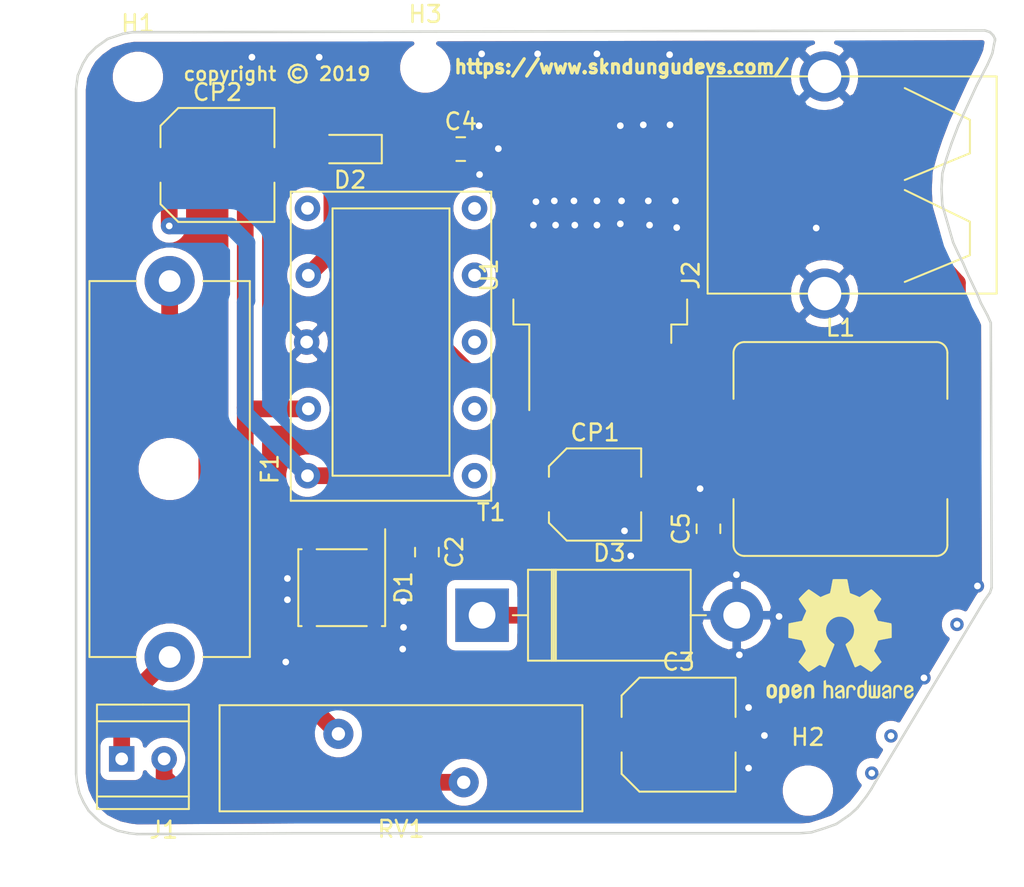
<source format=kicad_pcb>
(kicad_pcb (version 20171130) (host pcbnew "(5.1.2-1)-1")

  (general
    (thickness 1.6)
    (drawings 64)
    (tracks 151)
    (zones 0)
    (modules 20)
    (nets 13)
  )

  (page A4)
  (layers
    (0 F.Cu signal)
    (31 B.Cu signal)
    (32 B.Adhes user)
    (33 F.Adhes user)
    (34 B.Paste user)
    (35 F.Paste user)
    (36 B.SilkS user)
    (37 F.SilkS user)
    (38 B.Mask user)
    (39 F.Mask user)
    (40 Dwgs.User user)
    (41 Cmts.User user)
    (42 Eco1.User user)
    (43 Eco2.User user)
    (44 Edge.Cuts user)
    (45 Margin user)
    (46 B.CrtYd user)
    (47 F.CrtYd user)
    (48 B.Fab user)
    (49 F.Fab user)
  )

  (setup
    (last_trace_width 0.25)
    (trace_clearance 0.2)
    (zone_clearance 0.508)
    (zone_45_only no)
    (trace_min 0.2)
    (via_size 0.8)
    (via_drill 0.4)
    (via_min_size 0.4)
    (via_min_drill 0.3)
    (uvia_size 0.3)
    (uvia_drill 0.1)
    (uvias_allowed no)
    (uvia_min_size 0.2)
    (uvia_min_drill 0.1)
    (edge_width 0.05)
    (segment_width 0.2)
    (pcb_text_width 0.3)
    (pcb_text_size 1.5 1.5)
    (mod_edge_width 0.12)
    (mod_text_size 1 1)
    (mod_text_width 0.15)
    (pad_size 1.524 1.524)
    (pad_drill 0.762)
    (pad_to_mask_clearance 0.051)
    (solder_mask_min_width 0.25)
    (aux_axis_origin 0 0)
    (visible_elements FFFFFF7F)
    (pcbplotparams
      (layerselection 0x010fc_ffffffff)
      (usegerberextensions false)
      (usegerberattributes false)
      (usegerberadvancedattributes false)
      (creategerberjobfile false)
      (excludeedgelayer true)
      (linewidth 0.100000)
      (plotframeref false)
      (viasonmask false)
      (mode 1)
      (useauxorigin false)
      (hpglpennumber 1)
      (hpglpenspeed 20)
      (hpglpendiameter 15.000000)
      (psnegative false)
      (psa4output false)
      (plotreference true)
      (plotvalue true)
      (plotinvisibletext false)
      (padsonsilk false)
      (subtractmaskfromsilk false)
      (outputformat 1)
      (mirror false)
      (drillshape 1)
      (scaleselection 1)
      (outputdirectory ""))
  )

  (net 0 "")
  (net 1 GND)
  (net 2 DC-OUT)
  (net 3 5V-OUT)
  (net 4 INA)
  (net 5 INB)
  (net 6 "Net-(D3-Pad1)")
  (net 7 "Net-(F1-Pad2)")
  (net 8 "Net-(J2-Pad3)")
  (net 9 "Net-(J2-Pad2)")
  (net 10 /T1)
  (net 11 /T2)
  (net 12 /T4)

  (net_class Default "This is the default net class."
    (clearance 0.2)
    (trace_width 0.25)
    (via_dia 0.8)
    (via_drill 0.4)
    (uvia_dia 0.3)
    (uvia_drill 0.1)
    (add_net /T1)
    (add_net /T2)
    (add_net /T4)
    (add_net 5V-OUT)
    (add_net DC-OUT)
    (add_net GND)
    (add_net INA)
    (add_net INB)
    (add_net "Net-(D3-Pad1)")
    (add_net "Net-(F1-Pad2)")
    (add_net "Net-(J2-Pad2)")
    (add_net "Net-(J2-Pad3)")
  )

  (module Symbol:OSHW-Logo2_9.8x8mm_SilkScreen (layer F.Cu) (tedit 0) (tstamp 5D39C7D2)
    (at 121.725 106.45)
    (descr "Open Source Hardware Symbol")
    (tags "Logo Symbol OSHW")
    (attr virtual)
    (fp_text reference REF** (at 0 0) (layer F.SilkS) hide
      (effects (font (size 1 1) (thickness 0.15)))
    )
    (fp_text value OSHW-Logo2_9.8x8mm_SilkScreen (at 0.75 0) (layer F.Fab) hide
      (effects (font (size 1 1) (thickness 0.15)))
    )
    (fp_poly (pts (xy 0.139878 -3.712224) (xy 0.245612 -3.711645) (xy 0.322132 -3.710078) (xy 0.374372 -3.707028)
      (xy 0.407263 -3.702004) (xy 0.425737 -3.694511) (xy 0.434727 -3.684056) (xy 0.439163 -3.670147)
      (xy 0.439594 -3.668346) (xy 0.446333 -3.635855) (xy 0.458808 -3.571748) (xy 0.475719 -3.482849)
      (xy 0.495771 -3.375981) (xy 0.517664 -3.257967) (xy 0.518429 -3.253822) (xy 0.540359 -3.138169)
      (xy 0.560877 -3.035986) (xy 0.578659 -2.953402) (xy 0.592381 -2.896544) (xy 0.600718 -2.871542)
      (xy 0.601116 -2.871099) (xy 0.625677 -2.85889) (xy 0.676315 -2.838544) (xy 0.742095 -2.814455)
      (xy 0.742461 -2.814326) (xy 0.825317 -2.783182) (xy 0.923 -2.743509) (xy 1.015077 -2.703619)
      (xy 1.019434 -2.701647) (xy 1.169407 -2.63358) (xy 1.501498 -2.860361) (xy 1.603374 -2.929496)
      (xy 1.695657 -2.991303) (xy 1.773003 -3.042267) (xy 1.830064 -3.078873) (xy 1.861495 -3.097606)
      (xy 1.864479 -3.098996) (xy 1.887321 -3.09281) (xy 1.929982 -3.062965) (xy 1.994128 -3.008053)
      (xy 2.081421 -2.926666) (xy 2.170535 -2.840078) (xy 2.256441 -2.754753) (xy 2.333327 -2.676892)
      (xy 2.396564 -2.611303) (xy 2.441523 -2.562795) (xy 2.463576 -2.536175) (xy 2.464396 -2.534805)
      (xy 2.466834 -2.516537) (xy 2.45765 -2.486705) (xy 2.434574 -2.441279) (xy 2.395337 -2.37623)
      (xy 2.33767 -2.28753) (xy 2.260795 -2.173343) (xy 2.19257 -2.072838) (xy 2.131582 -1.982697)
      (xy 2.081356 -1.908151) (xy 2.045416 -1.854435) (xy 2.027287 -1.826782) (xy 2.026146 -1.824905)
      (xy 2.028359 -1.79841) (xy 2.045138 -1.746914) (xy 2.073142 -1.680149) (xy 2.083122 -1.658828)
      (xy 2.126672 -1.563841) (xy 2.173134 -1.456063) (xy 2.210877 -1.362808) (xy 2.238073 -1.293594)
      (xy 2.259675 -1.240994) (xy 2.272158 -1.213503) (xy 2.273709 -1.211384) (xy 2.296668 -1.207876)
      (xy 2.350786 -1.198262) (xy 2.428868 -1.183911) (xy 2.523719 -1.166193) (xy 2.628143 -1.146475)
      (xy 2.734944 -1.126126) (xy 2.836926 -1.106514) (xy 2.926894 -1.089009) (xy 2.997653 -1.074978)
      (xy 3.042006 -1.065791) (xy 3.052885 -1.063193) (xy 3.064122 -1.056782) (xy 3.072605 -1.042303)
      (xy 3.078714 -1.014867) (xy 3.082832 -0.969589) (xy 3.085341 -0.90158) (xy 3.086621 -0.805953)
      (xy 3.087054 -0.67782) (xy 3.087077 -0.625299) (xy 3.087077 -0.198155) (xy 2.9845 -0.177909)
      (xy 2.927431 -0.16693) (xy 2.842269 -0.150905) (xy 2.739372 -0.131767) (xy 2.629096 -0.111449)
      (xy 2.598615 -0.105868) (xy 2.496855 -0.086083) (xy 2.408205 -0.066627) (xy 2.340108 -0.049303)
      (xy 2.300004 -0.035912) (xy 2.293323 -0.031921) (xy 2.276919 -0.003658) (xy 2.253399 0.051109)
      (xy 2.227316 0.121588) (xy 2.222142 0.136769) (xy 2.187956 0.230896) (xy 2.145523 0.337101)
      (xy 2.103997 0.432473) (xy 2.103792 0.432916) (xy 2.03464 0.582525) (xy 2.489512 1.251617)
      (xy 2.1975 1.544116) (xy 2.10918 1.63117) (xy 2.028625 1.707909) (xy 1.96036 1.770237)
      (xy 1.908908 1.814056) (xy 1.878794 1.83527) (xy 1.874474 1.836616) (xy 1.849111 1.826016)
      (xy 1.797358 1.796547) (xy 1.724868 1.751705) (xy 1.637294 1.694984) (xy 1.542612 1.631462)
      (xy 1.446516 1.566668) (xy 1.360837 1.510287) (xy 1.291016 1.465788) (xy 1.242494 1.436639)
      (xy 1.220782 1.426308) (xy 1.194293 1.43505) (xy 1.144062 1.458087) (xy 1.080451 1.490631)
      (xy 1.073708 1.494249) (xy 0.988046 1.53721) (xy 0.929306 1.558279) (xy 0.892772 1.558503)
      (xy 0.873731 1.538928) (xy 0.87362 1.538654) (xy 0.864102 1.515472) (xy 0.841403 1.460441)
      (xy 0.807282 1.377822) (xy 0.7635 1.271872) (xy 0.711816 1.146852) (xy 0.653992 1.00702)
      (xy 0.597991 0.871637) (xy 0.536447 0.722234) (xy 0.479939 0.583832) (xy 0.430161 0.460673)
      (xy 0.388806 0.357002) (xy 0.357568 0.277059) (xy 0.338141 0.225088) (xy 0.332154 0.205692)
      (xy 0.347168 0.183443) (xy 0.386439 0.147982) (xy 0.438807 0.108887) (xy 0.587941 -0.014755)
      (xy 0.704511 -0.156478) (xy 0.787118 -0.313296) (xy 0.834366 -0.482225) (xy 0.844857 -0.660278)
      (xy 0.837231 -0.742461) (xy 0.795682 -0.912969) (xy 0.724123 -1.063541) (xy 0.626995 -1.192691)
      (xy 0.508734 -1.298936) (xy 0.37378 -1.38079) (xy 0.226571 -1.436768) (xy 0.071544 -1.465385)
      (xy -0.086861 -1.465156) (xy -0.244206 -1.434595) (xy -0.396054 -1.372218) (xy -0.537965 -1.27654)
      (xy -0.597197 -1.222428) (xy -0.710797 -1.08348) (xy -0.789894 -0.931639) (xy -0.835014 -0.771333)
      (xy -0.846684 -0.606988) (xy -0.825431 -0.443029) (xy -0.77178 -0.283882) (xy -0.68626 -0.133975)
      (xy -0.569395 0.002267) (xy -0.438807 0.108887) (xy -0.384412 0.149642) (xy -0.345986 0.184718)
      (xy -0.332154 0.205726) (xy -0.339397 0.228635) (xy -0.359995 0.283365) (xy -0.392254 0.365672)
      (xy -0.434479 0.471315) (xy -0.484977 0.59605) (xy -0.542052 0.735636) (xy -0.598146 0.87167)
      (xy -0.660033 1.021201) (xy -0.717356 1.159767) (xy -0.768356 1.283107) (xy -0.811273 1.386964)
      (xy -0.844347 1.46708) (xy -0.865819 1.519195) (xy -0.873775 1.538654) (xy -0.892571 1.558423)
      (xy -0.928926 1.558365) (xy -0.987521 1.537441) (xy -1.073032 1.494613) (xy -1.073708 1.494249)
      (xy -1.138093 1.461012) (xy -1.190139 1.436802) (xy -1.219488 1.426404) (xy -1.220783 1.426308)
      (xy -1.242876 1.436855) (xy -1.291652 1.466184) (xy -1.361669 1.510827) (xy -1.447486 1.567314)
      (xy -1.542612 1.631462) (xy -1.63946 1.696411) (xy -1.726747 1.752896) (xy -1.798819 1.797421)
      (xy -1.850023 1.82649) (xy -1.874474 1.836616) (xy -1.89699 1.823307) (xy -1.942258 1.786112)
      (xy -2.005756 1.729128) (xy -2.082961 1.656449) (xy -2.169349 1.572171) (xy -2.197601 1.544016)
      (xy -2.489713 1.251416) (xy -2.267369 0.925104) (xy -2.199798 0.824897) (xy -2.140493 0.734963)
      (xy -2.092783 0.66051) (xy -2.059993 0.606751) (xy -2.045452 0.578894) (xy -2.045026 0.576912)
      (xy -2.052692 0.550655) (xy -2.073311 0.497837) (xy -2.103315 0.42731) (xy -2.124375 0.380093)
      (xy -2.163752 0.289694) (xy -2.200835 0.198366) (xy -2.229585 0.1212) (xy -2.237395 0.097692)
      (xy -2.259583 0.034916) (xy -2.281273 -0.013589) (xy -2.293187 -0.031921) (xy -2.319477 -0.043141)
      (xy -2.376858 -0.059046) (xy -2.457882 -0.077833) (xy -2.555105 -0.097701) (xy -2.598615 -0.105868)
      (xy -2.709104 -0.126171) (xy -2.815084 -0.14583) (xy -2.906199 -0.162912) (xy -2.972092 -0.175482)
      (xy -2.9845 -0.177909) (xy -3.087077 -0.198155) (xy -3.087077 -0.625299) (xy -3.086847 -0.765754)
      (xy -3.085901 -0.872021) (xy -3.083859 -0.948987) (xy -3.080338 -1.00154) (xy -3.074957 -1.034567)
      (xy -3.067334 -1.052955) (xy -3.057088 -1.061592) (xy -3.052885 -1.063193) (xy -3.02753 -1.068873)
      (xy -2.971516 -1.080205) (xy -2.892036 -1.095821) (xy -2.796288 -1.114353) (xy -2.691467 -1.134431)
      (xy -2.584768 -1.154688) (xy -2.483387 -1.173754) (xy -2.394521 -1.190261) (xy -2.325363 -1.202841)
      (xy -2.283111 -1.210125) (xy -2.27371 -1.211384) (xy -2.265193 -1.228237) (xy -2.24634 -1.27313)
      (xy -2.220676 -1.33757) (xy -2.210877 -1.362808) (xy -2.171352 -1.460314) (xy -2.124808 -1.568041)
      (xy -2.083123 -1.658828) (xy -2.05245 -1.728247) (xy -2.032044 -1.78529) (xy -2.025232 -1.820223)
      (xy -2.026318 -1.824905) (xy -2.040715 -1.847009) (xy -2.073588 -1.896169) (xy -2.12141 -1.967152)
      (xy -2.180652 -2.054722) (xy -2.247785 -2.153643) (xy -2.261059 -2.17317) (xy -2.338954 -2.28886)
      (xy -2.396213 -2.376956) (xy -2.435119 -2.441514) (xy -2.457956 -2.486589) (xy -2.467006 -2.516237)
      (xy -2.464552 -2.534515) (xy -2.464489 -2.534631) (xy -2.445173 -2.558639) (xy -2.402449 -2.605053)
      (xy -2.340949 -2.669063) (xy -2.265302 -2.745855) (xy -2.180139 -2.830618) (xy -2.170535 -2.840078)
      (xy -2.06321 -2.944011) (xy -1.980385 -3.020325) (xy -1.920395 -3.070429) (xy -1.881577 -3.09573)
      (xy -1.86448 -3.098996) (xy -1.839527 -3.08475) (xy -1.787745 -3.051844) (xy -1.71448 -3.003792)
      (xy -1.62508 -2.94411) (xy -1.524889 -2.876312) (xy -1.501499 -2.860361) (xy -1.169407 -2.63358)
      (xy -1.019435 -2.701647) (xy -0.92823 -2.741315) (xy -0.830331 -2.781209) (xy -0.746169 -2.813017)
      (xy -0.742462 -2.814326) (xy -0.676631 -2.838424) (xy -0.625884 -2.8588) (xy -0.601158 -2.871064)
      (xy -0.601116 -2.871099) (xy -0.593271 -2.893266) (xy -0.579934 -2.947783) (xy -0.56243 -3.02852)
      (xy -0.542083 -3.12935) (xy -0.520218 -3.244144) (xy -0.518429 -3.253822) (xy -0.496496 -3.372096)
      (xy -0.47636 -3.479458) (xy -0.45932 -3.569083) (xy -0.446672 -3.634149) (xy -0.439716 -3.667832)
      (xy -0.439594 -3.668346) (xy -0.435361 -3.682675) (xy -0.427129 -3.693493) (xy -0.409967 -3.701294)
      (xy -0.378942 -3.706571) (xy -0.329122 -3.709818) (xy -0.255576 -3.711528) (xy -0.153371 -3.712193)
      (xy -0.017575 -3.712307) (xy 0 -3.712308) (xy 0.139878 -3.712224)) (layer F.SilkS) (width 0.01))
    (fp_poly (pts (xy 4.245224 2.647838) (xy 4.322528 2.698361) (xy 4.359814 2.74359) (xy 4.389353 2.825663)
      (xy 4.391699 2.890607) (xy 4.386385 2.977445) (xy 4.186115 3.065103) (xy 4.088739 3.109887)
      (xy 4.025113 3.145913) (xy 3.992029 3.177117) (xy 3.98628 3.207436) (xy 4.004658 3.240805)
      (xy 4.024923 3.262923) (xy 4.083889 3.298393) (xy 4.148024 3.300879) (xy 4.206926 3.273235)
      (xy 4.250197 3.21832) (xy 4.257936 3.198928) (xy 4.295006 3.138364) (xy 4.337654 3.112552)
      (xy 4.396154 3.090471) (xy 4.396154 3.174184) (xy 4.390982 3.23115) (xy 4.370723 3.279189)
      (xy 4.328262 3.334346) (xy 4.321951 3.341514) (xy 4.27472 3.390585) (xy 4.234121 3.41692)
      (xy 4.183328 3.429035) (xy 4.14122 3.433003) (xy 4.065902 3.433991) (xy 4.012286 3.421466)
      (xy 3.978838 3.402869) (xy 3.926268 3.361975) (xy 3.889879 3.317748) (xy 3.86685 3.262126)
      (xy 3.854359 3.187047) (xy 3.849587 3.084449) (xy 3.849206 3.032376) (xy 3.850501 2.969948)
      (xy 3.968471 2.969948) (xy 3.969839 3.003438) (xy 3.973249 3.008923) (xy 3.995753 3.001472)
      (xy 4.044182 2.981753) (xy 4.108908 2.953718) (xy 4.122443 2.947692) (xy 4.204244 2.906096)
      (xy 4.249312 2.869538) (xy 4.259217 2.835296) (xy 4.235526 2.800648) (xy 4.21596 2.785339)
      (xy 4.14536 2.754721) (xy 4.07928 2.75978) (xy 4.023959 2.797151) (xy 3.985636 2.863473)
      (xy 3.973349 2.916116) (xy 3.968471 2.969948) (xy 3.850501 2.969948) (xy 3.85173 2.91072)
      (xy 3.861032 2.82071) (xy 3.87946 2.755167) (xy 3.90936 2.706912) (xy 3.95308 2.668767)
      (xy 3.972141 2.65644) (xy 4.058726 2.624336) (xy 4.153522 2.622316) (xy 4.245224 2.647838)) (layer F.SilkS) (width 0.01))
    (fp_poly (pts (xy 3.570807 2.636782) (xy 3.594161 2.646988) (xy 3.649902 2.691134) (xy 3.697569 2.754967)
      (xy 3.727048 2.823087) (xy 3.731846 2.85667) (xy 3.71576 2.903556) (xy 3.680475 2.928365)
      (xy 3.642644 2.943387) (xy 3.625321 2.946155) (xy 3.616886 2.926066) (xy 3.60023 2.882351)
      (xy 3.592923 2.862598) (xy 3.551948 2.794271) (xy 3.492622 2.760191) (xy 3.416552 2.761239)
      (xy 3.410918 2.762581) (xy 3.370305 2.781836) (xy 3.340448 2.819375) (xy 3.320055 2.879809)
      (xy 3.307836 2.967751) (xy 3.3025 3.087813) (xy 3.302 3.151698) (xy 3.301752 3.252403)
      (xy 3.300126 3.321054) (xy 3.295801 3.364673) (xy 3.287454 3.390282) (xy 3.273765 3.404903)
      (xy 3.253411 3.415558) (xy 3.252234 3.416095) (xy 3.213038 3.432667) (xy 3.193619 3.438769)
      (xy 3.190635 3.420319) (xy 3.188081 3.369323) (xy 3.18614 3.292308) (xy 3.184997 3.195805)
      (xy 3.184769 3.125184) (xy 3.185932 2.988525) (xy 3.190479 2.884851) (xy 3.199999 2.808108)
      (xy 3.216081 2.752246) (xy 3.240313 2.711212) (xy 3.274286 2.678954) (xy 3.307833 2.65644)
      (xy 3.388499 2.626476) (xy 3.482381 2.619718) (xy 3.570807 2.636782)) (layer F.SilkS) (width 0.01))
    (fp_poly (pts (xy 2.887333 2.633528) (xy 2.94359 2.659117) (xy 2.987747 2.690124) (xy 3.020101 2.724795)
      (xy 3.042438 2.76952) (xy 3.056546 2.830692) (xy 3.064211 2.914701) (xy 3.06722 3.02794)
      (xy 3.067538 3.102509) (xy 3.067538 3.39342) (xy 3.017773 3.416095) (xy 2.978576 3.432667)
      (xy 2.959157 3.438769) (xy 2.955442 3.42061) (xy 2.952495 3.371648) (xy 2.950691 3.300153)
      (xy 2.950308 3.243385) (xy 2.948661 3.161371) (xy 2.944222 3.096309) (xy 2.93774 3.056467)
      (xy 2.93259 3.048) (xy 2.897977 3.056646) (xy 2.84364 3.078823) (xy 2.780722 3.108886)
      (xy 2.720368 3.141192) (xy 2.673721 3.170098) (xy 2.651926 3.189961) (xy 2.651839 3.190175)
      (xy 2.653714 3.226935) (xy 2.670525 3.262026) (xy 2.700039 3.290528) (xy 2.743116 3.300061)
      (xy 2.779932 3.29895) (xy 2.832074 3.298133) (xy 2.859444 3.310349) (xy 2.875882 3.342624)
      (xy 2.877955 3.34871) (xy 2.885081 3.394739) (xy 2.866024 3.422687) (xy 2.816353 3.436007)
      (xy 2.762697 3.43847) (xy 2.666142 3.42021) (xy 2.616159 3.394131) (xy 2.554429 3.332868)
      (xy 2.52169 3.25767) (xy 2.518753 3.178211) (xy 2.546424 3.104167) (xy 2.588047 3.057769)
      (xy 2.629604 3.031793) (xy 2.694922 2.998907) (xy 2.771038 2.965557) (xy 2.783726 2.960461)
      (xy 2.867333 2.923565) (xy 2.91553 2.891046) (xy 2.93103 2.858718) (xy 2.91655 2.822394)
      (xy 2.891692 2.794) (xy 2.832939 2.759039) (xy 2.768293 2.756417) (xy 2.709008 2.783358)
      (xy 2.666339 2.837088) (xy 2.660739 2.85095) (xy 2.628133 2.901936) (xy 2.58053 2.939787)
      (xy 2.520461 2.97085) (xy 2.520461 2.882768) (xy 2.523997 2.828951) (xy 2.539156 2.786534)
      (xy 2.572768 2.741279) (xy 2.605035 2.70642) (xy 2.655209 2.657062) (xy 2.694193 2.630547)
      (xy 2.736064 2.619911) (xy 2.78346 2.618154) (xy 2.887333 2.633528)) (layer F.SilkS) (width 0.01))
    (fp_poly (pts (xy 2.395929 2.636662) (xy 2.398911 2.688068) (xy 2.401247 2.766192) (xy 2.402749 2.864857)
      (xy 2.403231 2.968343) (xy 2.403231 3.318533) (xy 2.341401 3.380363) (xy 2.298793 3.418462)
      (xy 2.26139 3.433895) (xy 2.21027 3.432918) (xy 2.189978 3.430433) (xy 2.126554 3.4232)
      (xy 2.074095 3.419055) (xy 2.061308 3.418672) (xy 2.018199 3.421176) (xy 1.956544 3.427462)
      (xy 1.932638 3.430433) (xy 1.873922 3.435028) (xy 1.834464 3.425046) (xy 1.795338 3.394228)
      (xy 1.781215 3.380363) (xy 1.719385 3.318533) (xy 1.719385 2.663503) (xy 1.76915 2.640829)
      (xy 1.812002 2.624034) (xy 1.837073 2.618154) (xy 1.843501 2.636736) (xy 1.849509 2.688655)
      (xy 1.854697 2.768172) (xy 1.858664 2.869546) (xy 1.860577 2.955192) (xy 1.865923 3.292231)
      (xy 1.91256 3.298825) (xy 1.954976 3.294214) (xy 1.97576 3.279287) (xy 1.98157 3.251377)
      (xy 1.98653 3.191925) (xy 1.990246 3.108466) (xy 1.992324 3.008532) (xy 1.992624 2.957104)
      (xy 1.992923 2.661054) (xy 2.054454 2.639604) (xy 2.098004 2.62502) (xy 2.121694 2.618219)
      (xy 2.122377 2.618154) (xy 2.124754 2.636642) (xy 2.127366 2.687906) (xy 2.129995 2.765649)
      (xy 2.132421 2.863574) (xy 2.134115 2.955192) (xy 2.139461 3.292231) (xy 2.256692 3.292231)
      (xy 2.262072 2.984746) (xy 2.267451 2.677261) (xy 2.324601 2.647707) (xy 2.366797 2.627413)
      (xy 2.39177 2.618204) (xy 2.392491 2.618154) (xy 2.395929 2.636662)) (layer F.SilkS) (width 0.01))
    (fp_poly (pts (xy 1.602081 2.780289) (xy 1.601833 2.92632) (xy 1.600872 3.038655) (xy 1.598794 3.122678)
      (xy 1.595193 3.183769) (xy 1.589665 3.227309) (xy 1.581804 3.258679) (xy 1.571207 3.283262)
      (xy 1.563182 3.297294) (xy 1.496728 3.373388) (xy 1.41247 3.421084) (xy 1.319249 3.438199)
      (xy 1.2259 3.422546) (xy 1.170312 3.394418) (xy 1.111957 3.34576) (xy 1.072186 3.286333)
      (xy 1.04819 3.208507) (xy 1.037161 3.104652) (xy 1.035599 3.028462) (xy 1.035809 3.022986)
      (xy 1.172308 3.022986) (xy 1.173141 3.110355) (xy 1.176961 3.168192) (xy 1.185746 3.206029)
      (xy 1.201474 3.233398) (xy 1.220266 3.254042) (xy 1.283375 3.29389) (xy 1.351137 3.297295)
      (xy 1.415179 3.264025) (xy 1.420164 3.259517) (xy 1.441439 3.236067) (xy 1.454779 3.208166)
      (xy 1.462001 3.166641) (xy 1.464923 3.102316) (xy 1.465385 3.0312) (xy 1.464383 2.941858)
      (xy 1.460238 2.882258) (xy 1.451236 2.843089) (xy 1.435667 2.81504) (xy 1.422902 2.800144)
      (xy 1.3636 2.762575) (xy 1.295301 2.758057) (xy 1.23011 2.786753) (xy 1.217528 2.797406)
      (xy 1.196111 2.821063) (xy 1.182744 2.849251) (xy 1.175566 2.891245) (xy 1.172719 2.956319)
      (xy 1.172308 3.022986) (xy 1.035809 3.022986) (xy 1.040322 2.905765) (xy 1.056362 2.813577)
      (xy 1.086528 2.744269) (xy 1.133629 2.690211) (xy 1.170312 2.662505) (xy 1.23699 2.632572)
      (xy 1.314272 2.618678) (xy 1.38611 2.622397) (xy 1.426308 2.6374) (xy 1.442082 2.64167)
      (xy 1.45255 2.62575) (xy 1.459856 2.583089) (xy 1.465385 2.518106) (xy 1.471437 2.445732)
      (xy 1.479844 2.402187) (xy 1.495141 2.377287) (xy 1.521864 2.360845) (xy 1.538654 2.353564)
      (xy 1.602154 2.326963) (xy 1.602081 2.780289)) (layer F.SilkS) (width 0.01))
    (fp_poly (pts (xy 0.713362 2.62467) (xy 0.802117 2.657421) (xy 0.874022 2.71535) (xy 0.902144 2.756128)
      (xy 0.932802 2.830954) (xy 0.932165 2.885058) (xy 0.899987 2.921446) (xy 0.888081 2.927633)
      (xy 0.836675 2.946925) (xy 0.810422 2.941982) (xy 0.80153 2.909587) (xy 0.801077 2.891692)
      (xy 0.784797 2.825859) (xy 0.742365 2.779807) (xy 0.683388 2.757564) (xy 0.617475 2.763161)
      (xy 0.563895 2.792229) (xy 0.545798 2.80881) (xy 0.532971 2.828925) (xy 0.524306 2.859332)
      (xy 0.518696 2.906788) (xy 0.515035 2.97805) (xy 0.512215 3.079875) (xy 0.511484 3.112115)
      (xy 0.50882 3.22241) (xy 0.505792 3.300036) (xy 0.50125 3.351396) (xy 0.494046 3.38289)
      (xy 0.483033 3.40092) (xy 0.46706 3.411888) (xy 0.456834 3.416733) (xy 0.413406 3.433301)
      (xy 0.387842 3.438769) (xy 0.379395 3.420507) (xy 0.374239 3.365296) (xy 0.372346 3.272499)
      (xy 0.373689 3.141478) (xy 0.374107 3.121269) (xy 0.377058 3.001733) (xy 0.380548 2.914449)
      (xy 0.385514 2.852591) (xy 0.392893 2.809336) (xy 0.403624 2.77786) (xy 0.418645 2.751339)
      (xy 0.426502 2.739975) (xy 0.471553 2.689692) (xy 0.52194 2.650581) (xy 0.528108 2.647167)
      (xy 0.618458 2.620212) (xy 0.713362 2.62467)) (layer F.SilkS) (width 0.01))
    (fp_poly (pts (xy 0.053501 2.626303) (xy 0.13006 2.654733) (xy 0.130936 2.655279) (xy 0.178285 2.690127)
      (xy 0.213241 2.730852) (xy 0.237825 2.783925) (xy 0.254062 2.855814) (xy 0.263975 2.952992)
      (xy 0.269586 3.081928) (xy 0.270077 3.100298) (xy 0.277141 3.377287) (xy 0.217695 3.408028)
      (xy 0.174681 3.428802) (xy 0.14871 3.438646) (xy 0.147509 3.438769) (xy 0.143014 3.420606)
      (xy 0.139444 3.371612) (xy 0.137248 3.300031) (xy 0.136769 3.242068) (xy 0.136758 3.14817)
      (xy 0.132466 3.089203) (xy 0.117503 3.061079) (xy 0.085482 3.059706) (xy 0.030014 3.080998)
      (xy -0.053731 3.120136) (xy -0.115311 3.152643) (xy -0.146983 3.180845) (xy -0.156294 3.211582)
      (xy -0.156308 3.213104) (xy -0.140943 3.266054) (xy -0.095453 3.29466) (xy -0.025834 3.298803)
      (xy 0.024313 3.298084) (xy 0.050754 3.312527) (xy 0.067243 3.347218) (xy 0.076733 3.391416)
      (xy 0.063057 3.416493) (xy 0.057907 3.420082) (xy 0.009425 3.434496) (xy -0.058469 3.436537)
      (xy -0.128388 3.426983) (xy -0.177932 3.409522) (xy -0.24643 3.351364) (xy -0.285366 3.270408)
      (xy -0.293077 3.20716) (xy -0.287193 3.150111) (xy -0.265899 3.103542) (xy -0.223735 3.062181)
      (xy -0.155241 3.020755) (xy -0.054956 2.973993) (xy -0.048846 2.97135) (xy 0.04149 2.929617)
      (xy 0.097235 2.895391) (xy 0.121129 2.864635) (xy 0.115913 2.833311) (xy 0.084328 2.797383)
      (xy 0.074883 2.789116) (xy 0.011617 2.757058) (xy -0.053936 2.758407) (xy -0.111028 2.789838)
      (xy -0.148907 2.848024) (xy -0.152426 2.859446) (xy -0.1867 2.914837) (xy -0.230191 2.941518)
      (xy -0.293077 2.96796) (xy -0.293077 2.899548) (xy -0.273948 2.80011) (xy -0.217169 2.708902)
      (xy -0.187622 2.678389) (xy -0.120458 2.639228) (xy -0.035044 2.6215) (xy 0.053501 2.626303)) (layer F.SilkS) (width 0.01))
    (fp_poly (pts (xy -0.840154 2.49212) (xy -0.834428 2.57198) (xy -0.827851 2.619039) (xy -0.818738 2.639566)
      (xy -0.805402 2.639829) (xy -0.801077 2.637378) (xy -0.743556 2.619636) (xy -0.668732 2.620672)
      (xy -0.592661 2.63891) (xy -0.545082 2.662505) (xy -0.496298 2.700198) (xy -0.460636 2.742855)
      (xy -0.436155 2.797057) (xy -0.420913 2.869384) (xy -0.41297 2.966419) (xy -0.410384 3.094742)
      (xy -0.410338 3.119358) (xy -0.410308 3.39587) (xy -0.471839 3.41732) (xy -0.515541 3.431912)
      (xy -0.539518 3.438706) (xy -0.540223 3.438769) (xy -0.542585 3.420345) (xy -0.544594 3.369526)
      (xy -0.546099 3.292993) (xy -0.546947 3.19743) (xy -0.547077 3.139329) (xy -0.547349 3.024771)
      (xy -0.548748 2.942667) (xy -0.552151 2.886393) (xy -0.558433 2.849326) (xy -0.568471 2.824844)
      (xy -0.583139 2.806325) (xy -0.592298 2.797406) (xy -0.655211 2.761466) (xy -0.723864 2.758775)
      (xy -0.786152 2.78917) (xy -0.797671 2.800144) (xy -0.814567 2.820779) (xy -0.826286 2.845256)
      (xy -0.833767 2.880647) (xy -0.837946 2.934026) (xy -0.839763 3.012466) (xy -0.840154 3.120617)
      (xy -0.840154 3.39587) (xy -0.901685 3.41732) (xy -0.945387 3.431912) (xy -0.969364 3.438706)
      (xy -0.97007 3.438769) (xy -0.971874 3.420069) (xy -0.9735 3.367322) (xy -0.974883 3.285557)
      (xy -0.975958 3.179805) (xy -0.97666 3.055094) (xy -0.976923 2.916455) (xy -0.976923 2.381806)
      (xy -0.849923 2.328236) (xy -0.840154 2.49212)) (layer F.SilkS) (width 0.01))
    (fp_poly (pts (xy -2.465746 2.599745) (xy -2.388714 2.651567) (xy -2.329184 2.726412) (xy -2.293622 2.821654)
      (xy -2.286429 2.891756) (xy -2.287246 2.921009) (xy -2.294086 2.943407) (xy -2.312888 2.963474)
      (xy -2.349592 2.985733) (xy -2.410138 3.014709) (xy -2.500466 3.054927) (xy -2.500923 3.055129)
      (xy -2.584067 3.09321) (xy -2.652247 3.127025) (xy -2.698495 3.152933) (xy -2.715842 3.167295)
      (xy -2.715846 3.167411) (xy -2.700557 3.198685) (xy -2.664804 3.233157) (xy -2.623758 3.25799)
      (xy -2.602963 3.262923) (xy -2.54623 3.245862) (xy -2.497373 3.203133) (xy -2.473535 3.156155)
      (xy -2.450603 3.121522) (xy -2.405682 3.082081) (xy -2.352877 3.048009) (xy -2.30629 3.02948)
      (xy -2.296548 3.028462) (xy -2.285582 3.045215) (xy -2.284921 3.088039) (xy -2.29298 3.145781)
      (xy -2.308173 3.207289) (xy -2.328914 3.261409) (xy -2.329962 3.26351) (xy -2.392379 3.35066)
      (xy -2.473274 3.409939) (xy -2.565144 3.439034) (xy -2.660487 3.435634) (xy -2.751802 3.397428)
      (xy -2.755862 3.394741) (xy -2.827694 3.329642) (xy -2.874927 3.244705) (xy -2.901066 3.133021)
      (xy -2.904574 3.101643) (xy -2.910787 2.953536) (xy -2.903339 2.884468) (xy -2.715846 2.884468)
      (xy -2.71341 2.927552) (xy -2.700086 2.940126) (xy -2.666868 2.930719) (xy -2.614506 2.908483)
      (xy -2.555976 2.88061) (xy -2.554521 2.879872) (xy -2.504911 2.853777) (xy -2.485 2.836363)
      (xy -2.48991 2.818107) (xy -2.510584 2.79412) (xy -2.563181 2.759406) (xy -2.619823 2.756856)
      (xy -2.670631 2.782119) (xy -2.705724 2.830847) (xy -2.715846 2.884468) (xy -2.903339 2.884468)
      (xy -2.898008 2.835036) (xy -2.865222 2.741055) (xy -2.819579 2.675215) (xy -2.737198 2.608681)
      (xy -2.646454 2.575676) (xy -2.553815 2.573573) (xy -2.465746 2.599745)) (layer F.SilkS) (width 0.01))
    (fp_poly (pts (xy -3.983114 2.587256) (xy -3.891536 2.635409) (xy -3.823951 2.712905) (xy -3.799943 2.762727)
      (xy -3.781262 2.837533) (xy -3.771699 2.932052) (xy -3.770792 3.03521) (xy -3.778079 3.135935)
      (xy -3.793097 3.223153) (xy -3.815385 3.285791) (xy -3.822235 3.296579) (xy -3.903368 3.377105)
      (xy -3.999734 3.425336) (xy -4.104299 3.43945) (xy -4.210032 3.417629) (xy -4.239457 3.404547)
      (xy -4.296759 3.364231) (xy -4.34705 3.310775) (xy -4.351803 3.303995) (xy -4.371122 3.271321)
      (xy -4.383892 3.236394) (xy -4.391436 3.190414) (xy -4.395076 3.124584) (xy -4.396135 3.030105)
      (xy -4.396154 3.008923) (xy -4.396106 3.002182) (xy -4.200769 3.002182) (xy -4.199632 3.091349)
      (xy -4.195159 3.15052) (xy -4.185754 3.188741) (xy -4.169824 3.215053) (xy -4.161692 3.223846)
      (xy -4.114942 3.257261) (xy -4.069553 3.255737) (xy -4.02366 3.226752) (xy -3.996288 3.195809)
      (xy -3.980077 3.150643) (xy -3.970974 3.07942) (xy -3.970349 3.071114) (xy -3.968796 2.942037)
      (xy -3.985035 2.846172) (xy -4.018848 2.784107) (xy -4.070016 2.756432) (xy -4.08828 2.754923)
      (xy -4.13624 2.762513) (xy -4.169047 2.788808) (xy -4.189105 2.839095) (xy -4.198822 2.918664)
      (xy -4.200769 3.002182) (xy -4.396106 3.002182) (xy -4.395426 2.908249) (xy -4.392371 2.837906)
      (xy -4.385678 2.789163) (xy -4.37404 2.753288) (xy -4.356147 2.721548) (xy -4.352192 2.715648)
      (xy -4.285733 2.636104) (xy -4.213315 2.589929) (xy -4.125151 2.571599) (xy -4.095213 2.570703)
      (xy -3.983114 2.587256)) (layer F.SilkS) (width 0.01))
    (fp_poly (pts (xy -1.728336 2.595089) (xy -1.665633 2.631358) (xy -1.622039 2.667358) (xy -1.590155 2.705075)
      (xy -1.56819 2.751199) (xy -1.554351 2.812421) (xy -1.546847 2.895431) (xy -1.543883 3.006919)
      (xy -1.543539 3.087062) (xy -1.543539 3.382065) (xy -1.709615 3.456515) (xy -1.719385 3.133402)
      (xy -1.723421 3.012729) (xy -1.727656 2.925141) (xy -1.732903 2.86465) (xy -1.739975 2.825268)
      (xy -1.749689 2.801007) (xy -1.762856 2.78588) (xy -1.767081 2.782606) (xy -1.831091 2.757034)
      (xy -1.895792 2.767153) (xy -1.934308 2.794) (xy -1.949975 2.813024) (xy -1.96082 2.837988)
      (xy -1.967712 2.875834) (xy -1.971521 2.933502) (xy -1.973117 3.017935) (xy -1.973385 3.105928)
      (xy -1.973437 3.216323) (xy -1.975328 3.294463) (xy -1.981655 3.347165) (xy -1.995017 3.381242)
      (xy -2.018015 3.403511) (xy -2.053246 3.420787) (xy -2.100303 3.438738) (xy -2.151697 3.458278)
      (xy -2.145579 3.111485) (xy -2.143116 2.986468) (xy -2.140233 2.894082) (xy -2.136102 2.827881)
      (xy -2.129893 2.78142) (xy -2.120774 2.748256) (xy -2.107917 2.721944) (xy -2.092416 2.698729)
      (xy -2.017629 2.624569) (xy -1.926372 2.581684) (xy -1.827117 2.571412) (xy -1.728336 2.595089)) (layer F.SilkS) (width 0.01))
    (fp_poly (pts (xy -3.231114 2.584505) (xy -3.156461 2.621727) (xy -3.090569 2.690261) (xy -3.072423 2.715648)
      (xy -3.052655 2.748866) (xy -3.039828 2.784945) (xy -3.03249 2.833098) (xy -3.029187 2.902536)
      (xy -3.028462 2.994206) (xy -3.031737 3.11983) (xy -3.043123 3.214154) (xy -3.064959 3.284523)
      (xy -3.099581 3.338286) (xy -3.14933 3.382788) (xy -3.152986 3.385423) (xy -3.202015 3.412377)
      (xy -3.261055 3.425712) (xy -3.336141 3.429) (xy -3.458205 3.429) (xy -3.458256 3.547497)
      (xy -3.459392 3.613492) (xy -3.466314 3.652202) (xy -3.484402 3.675419) (xy -3.519038 3.694933)
      (xy -3.527355 3.69892) (xy -3.56628 3.717603) (xy -3.596417 3.729403) (xy -3.618826 3.730422)
      (xy -3.634567 3.716761) (xy -3.644698 3.684522) (xy -3.650277 3.629804) (xy -3.652365 3.548711)
      (xy -3.652019 3.437344) (xy -3.6503 3.291802) (xy -3.649763 3.248269) (xy -3.647828 3.098205)
      (xy -3.646096 3.000042) (xy -3.458308 3.000042) (xy -3.457252 3.083364) (xy -3.452562 3.13788)
      (xy -3.441949 3.173837) (xy -3.423128 3.201482) (xy -3.41035 3.214965) (xy -3.35811 3.254417)
      (xy -3.311858 3.257628) (xy -3.264133 3.225049) (xy -3.262923 3.223846) (xy -3.243506 3.198668)
      (xy -3.231693 3.164447) (xy -3.225735 3.111748) (xy -3.22388 3.031131) (xy -3.223846 3.013271)
      (xy -3.22833 2.902175) (xy -3.242926 2.825161) (xy -3.26935 2.778147) (xy -3.309317 2.75705)
      (xy -3.332416 2.754923) (xy -3.387238 2.7649) (xy -3.424842 2.797752) (xy -3.447477 2.857857)
      (xy -3.457394 2.949598) (xy -3.458308 3.000042) (xy -3.646096 3.000042) (xy -3.645778 2.98206)
      (xy -3.643127 2.894679) (xy -3.639394 2.830905) (xy -3.634093 2.785582) (xy -3.626742 2.753555)
      (xy -3.616857 2.729668) (xy -3.603954 2.708764) (xy -3.598421 2.700898) (xy -3.525031 2.626595)
      (xy -3.43224 2.584467) (xy -3.324904 2.572722) (xy -3.231114 2.584505)) (layer F.SilkS) (width 0.01))
  )

  (module Tranformer_EE22:Transformer_EE22 (layer F.Cu) (tedit 5D389CC1) (tstamp 5D3934F5)
    (at 94.85 88.55)
    (path /5D38705D)
    (fp_text reference T1 (at 6 10.2) (layer F.SilkS)
      (effects (font (size 1 1) (thickness 0.15)))
    )
    (fp_text value Transformer_1P_1S (at 0 -10.5) (layer F.Fab)
      (effects (font (size 1 1) (thickness 0.15)))
    )
    (fp_line (start -6 9.5) (end 6 9.5) (layer F.SilkS) (width 0.12))
    (fp_line (start 6 9.5) (end 6 -9) (layer F.SilkS) (width 0.12))
    (fp_line (start 6 -9) (end -6 -9) (layer F.SilkS) (width 0.12))
    (fp_line (start -6 -9) (end -6 9.5) (layer F.SilkS) (width 0.12))
    (fp_line (start 3.5 -7) (end 3.5 8) (layer F.SilkS) (width 0.12))
    (fp_line (start 3.5 8) (end -3.5 8) (layer F.SilkS) (width 0.12))
    (fp_line (start -3.5 8) (end -3.5 -8) (layer F.SilkS) (width 0.12))
    (fp_line (start -3.5 -8) (end 3.5 -8) (layer F.SilkS) (width 0.12))
    (fp_line (start 3.5 -8) (end 3.5 -7) (layer F.SilkS) (width 0.12))
    (pad 10 thru_hole circle (at 5 8) (size 1.524 1.524) (drill 0.762) (layers *.Cu *.Mask))
    (pad 9 thru_hole circle (at 5 4) (size 1.524 1.524) (drill 0.762) (layers *.Cu *.Mask))
    (pad 8 thru_hole circle (at 5 0) (size 1.524 1.524) (drill 0.762) (layers *.Cu *.Mask))
    (pad 7 thru_hole circle (at 5 -4) (size 1.524 1.524) (drill 0.762) (layers *.Cu *.Mask))
    (pad 6 thru_hole circle (at 5 -8) (size 1.524 1.524) (drill 0.762) (layers *.Cu *.Mask))
    (pad 5 thru_hole circle (at -5 -8) (size 1.524 1.524) (drill 0.762) (layers *.Cu *.Mask))
    (pad 4 thru_hole circle (at -4.95 -4) (size 1.524 1.524) (drill 0.762) (layers *.Cu *.Mask)
      (net 12 /T4))
    (pad 3 thru_hole circle (at -5.05 0) (size 1.524 1.524) (drill 0.762) (layers *.Cu *.Mask)
      (net 1 GND))
    (pad 2 thru_hole circle (at -4.95 4) (size 1.524 1.524) (drill 0.762) (layers *.Cu *.Mask)
      (net 11 /T2))
    (pad 1 thru_hole circle (at -5 8) (size 1.524 1.524) (drill 0.762) (layers *.Cu *.Mask)
      (net 10 /T1))
    (model /Users/mac/Documents/KiCad/220_to_5v_charger/3d_models/TR_EE22.step
      (offset (xyz -20.5 -43.8 -4.5))
      (scale (xyz 1 1 1))
      (rotate (xyz -90 0 90))
    )
  )

  (module USB_TYPE_A:PRT-09011 (layer F.Cu) (tedit 5D386BBF) (tstamp 5D3934A4)
    (at 116.3 79.15 270)
    (path /5D3EA3A4)
    (fp_text reference J2 (at 5.4 3.5 90) (layer F.SilkS)
      (effects (font (size 1 1) (thickness 0.15)))
    )
    (fp_text value USB_A (at -2.6 -15.6 90) (layer F.Fab)
      (effects (font (size 1 1) (thickness 0.15)))
    )
    (fp_line (start 2.2 -13.2) (end 4.2 -13.2) (layer F.SilkS) (width 0.12))
    (fp_line (start 0.3 -9.3) (end 2.2 -13.2) (layer F.SilkS) (width 0.12))
    (fp_line (start 4.2 -13.2) (end 5.8 -9.3) (layer F.SilkS) (width 0.12))
    (fp_line (start -1.9 -13.2) (end -0.3 -9.3) (layer F.SilkS) (width 0.12))
    (fp_line (start -3.9 -13.2) (end -1.9 -13.2) (layer F.SilkS) (width 0.12))
    (fp_line (start -5.8 -9.3) (end -3.9 -13.2) (layer F.SilkS) (width 0.12))
    (fp_line (start 6.5 -14.8) (end 6.5 -4.5) (layer F.SilkS) (width 0.12))
    (fp_line (start -6.5 -14.8) (end 6.5 -14.8) (layer F.SilkS) (width 0.12))
    (fp_line (start -6.5 -4.5) (end -6.5 -14.8) (layer F.SilkS) (width 0.12))
    (fp_line (start -6.5 2.5) (end -6.5 -4.5) (layer F.SilkS) (width 0.12))
    (fp_line (start 6.5 2.5) (end -6.5 2.5) (layer F.SilkS) (width 0.12))
    (fp_line (start 6.5 -4.5) (end 6.5 2.5) (layer F.SilkS) (width 0.12))
    (pad 5 thru_hole circle (at 6.5 -4.5 270) (size 3 3) (drill 2) (layers *.Cu *.Mask)
      (net 1 GND))
    (pad 5 thru_hole circle (at -6.5 -4.5 270) (size 3 3) (drill 2) (layers *.Cu *.Mask)
      (net 1 GND))
    (pad 1 smd rect (at -3.5 0 270) (size 0.9 4) (layers F.Cu F.Paste F.Mask)
      (net 3 5V-OUT))
    (pad 2 smd rect (at -1 0 270) (size 0.9 4) (layers F.Cu F.Paste F.Mask)
      (net 9 "Net-(J2-Pad2)"))
    (pad 3 smd rect (at 1 0 270) (size 0.9 4) (layers F.Cu F.Paste F.Mask)
      (net 8 "Net-(J2-Pad3)"))
    (pad 4 smd rect (at 3.5 0 270) (size 0.9 4) (layers F.Cu F.Paste F.Mask)
      (net 1 GND))
    (model "/Users/mac/Documents/KiCad/220_to_5v_charger/3d_models/USB type A.stp"
      (offset (xyz 0.5 0.8 6.5))
      (scale (xyz 1 1 1))
      (rotate (xyz -90 0 0))
    )
  )

  (module Capacitor_SMD:C_0805_2012Metric_Pad1.15x1.40mm_HandSolder (layer F.Cu) (tedit 5B36C52B) (tstamp 5D393381)
    (at 97 101.125 270)
    (descr "Capacitor SMD 0805 (2012 Metric), square (rectangular) end terminal, IPC_7351 nominal with elongated pad for handsoldering. (Body size source: https://docs.google.com/spreadsheets/d/1BsfQQcO9C6DZCsRaXUlFlo91Tg2WpOkGARC1WS5S8t0/edit?usp=sharing), generated with kicad-footprint-generator")
    (tags "capacitor handsolder")
    (path /5D394299)
    (attr smd)
    (fp_text reference C2 (at 0 -1.65 90) (layer F.SilkS)
      (effects (font (size 1 1) (thickness 0.15)))
    )
    (fp_text value 10uF (at 0 1.65 90) (layer F.Fab)
      (effects (font (size 1 1) (thickness 0.15)))
    )
    (fp_text user %R (at 0 0 90) (layer F.Fab)
      (effects (font (size 0.5 0.5) (thickness 0.08)))
    )
    (fp_line (start 1.85 0.95) (end -1.85 0.95) (layer F.CrtYd) (width 0.05))
    (fp_line (start 1.85 -0.95) (end 1.85 0.95) (layer F.CrtYd) (width 0.05))
    (fp_line (start -1.85 -0.95) (end 1.85 -0.95) (layer F.CrtYd) (width 0.05))
    (fp_line (start -1.85 0.95) (end -1.85 -0.95) (layer F.CrtYd) (width 0.05))
    (fp_line (start -0.261252 0.71) (end 0.261252 0.71) (layer F.SilkS) (width 0.12))
    (fp_line (start -0.261252 -0.71) (end 0.261252 -0.71) (layer F.SilkS) (width 0.12))
    (fp_line (start 1 0.6) (end -1 0.6) (layer F.Fab) (width 0.1))
    (fp_line (start 1 -0.6) (end 1 0.6) (layer F.Fab) (width 0.1))
    (fp_line (start -1 -0.6) (end 1 -0.6) (layer F.Fab) (width 0.1))
    (fp_line (start -1 0.6) (end -1 -0.6) (layer F.Fab) (width 0.1))
    (pad 2 smd roundrect (at 1.025 0 270) (size 1.15 1.4) (layers F.Cu F.Paste F.Mask) (roundrect_rratio 0.217391)
      (net 11 /T2))
    (pad 1 smd roundrect (at -1.025 0 270) (size 1.15 1.4) (layers F.Cu F.Paste F.Mask) (roundrect_rratio 0.217391)
      (net 10 /T1))
    (model ${KISYS3DMOD}/Capacitor_SMD.3dshapes/C_0805_2012Metric.wrl
      (at (xyz 0 0 0))
      (scale (xyz 1 1 1))
      (rotate (xyz 0 0 0))
    )
  )

  (module Capacitor_SMD:C_Elec_6.3x7.7 (layer F.Cu) (tedit 5BC8D926) (tstamp 5D39A7F8)
    (at 112.0625 112.05)
    (descr "SMD capacitor, aluminum electrolytic nonpolar, 6.3x7.7mm")
    (tags "capacitor electrolyic nonpolar")
    (path /5D3A7613)
    (attr smd)
    (fp_text reference C3 (at 0 -4.35) (layer F.SilkS)
      (effects (font (size 1 1) (thickness 0.15)))
    )
    (fp_text value 680uF (at 0 4.35) (layer F.Fab)
      (effects (font (size 1 1) (thickness 0.15)))
    )
    (fp_text user %R (at -0.4625 0) (layer F.Fab)
      (effects (font (size 1 1) (thickness 0.15)))
    )
    (fp_line (start -4.45 1.05) (end -3.55 1.05) (layer F.CrtYd) (width 0.05))
    (fp_line (start -4.45 -1.05) (end -4.45 1.05) (layer F.CrtYd) (width 0.05))
    (fp_line (start -3.55 -1.05) (end -4.45 -1.05) (layer F.CrtYd) (width 0.05))
    (fp_line (start -3.55 1.05) (end -3.55 2.4) (layer F.CrtYd) (width 0.05))
    (fp_line (start -3.55 -2.4) (end -3.55 -1.05) (layer F.CrtYd) (width 0.05))
    (fp_line (start -3.55 -2.4) (end -2.4 -3.55) (layer F.CrtYd) (width 0.05))
    (fp_line (start -3.55 2.4) (end -2.4 3.55) (layer F.CrtYd) (width 0.05))
    (fp_line (start -2.4 -3.55) (end 3.55 -3.55) (layer F.CrtYd) (width 0.05))
    (fp_line (start -2.4 3.55) (end 3.55 3.55) (layer F.CrtYd) (width 0.05))
    (fp_line (start 3.55 1.05) (end 3.55 3.55) (layer F.CrtYd) (width 0.05))
    (fp_line (start 4.45 1.05) (end 3.55 1.05) (layer F.CrtYd) (width 0.05))
    (fp_line (start 4.45 -1.05) (end 4.45 1.05) (layer F.CrtYd) (width 0.05))
    (fp_line (start 3.55 -1.05) (end 4.45 -1.05) (layer F.CrtYd) (width 0.05))
    (fp_line (start 3.55 -3.55) (end 3.55 -1.05) (layer F.CrtYd) (width 0.05))
    (fp_line (start -3.41 2.345563) (end -2.345563 3.41) (layer F.SilkS) (width 0.12))
    (fp_line (start -3.41 -2.345563) (end -2.345563 -3.41) (layer F.SilkS) (width 0.12))
    (fp_line (start -3.41 -2.345563) (end -3.41 -1.06) (layer F.SilkS) (width 0.12))
    (fp_line (start -3.41 2.345563) (end -3.41 1.06) (layer F.SilkS) (width 0.12))
    (fp_line (start -2.345563 3.41) (end 3.41 3.41) (layer F.SilkS) (width 0.12))
    (fp_line (start -2.345563 -3.41) (end 3.41 -3.41) (layer F.SilkS) (width 0.12))
    (fp_line (start 3.41 -3.41) (end 3.41 -1.06) (layer F.SilkS) (width 0.12))
    (fp_line (start 3.41 3.41) (end 3.41 1.06) (layer F.SilkS) (width 0.12))
    (fp_line (start -3.3 2.3) (end -2.3 3.3) (layer F.Fab) (width 0.1))
    (fp_line (start -3.3 -2.3) (end -2.3 -3.3) (layer F.Fab) (width 0.1))
    (fp_line (start -3.3 -2.3) (end -3.3 2.3) (layer F.Fab) (width 0.1))
    (fp_line (start -2.3 3.3) (end 3.3 3.3) (layer F.Fab) (width 0.1))
    (fp_line (start -2.3 -3.3) (end 3.3 -3.3) (layer F.Fab) (width 0.1))
    (fp_line (start 3.3 -3.3) (end 3.3 3.3) (layer F.Fab) (width 0.1))
    (fp_circle (center 0 0) (end 3.15 0) (layer F.Fab) (width 0.1))
    (pad 2 smd roundrect (at 2.5375 0) (size 3.325 1.6) (layers F.Cu F.Paste F.Mask) (roundrect_rratio 0.15625)
      (net 1 GND))
    (pad 1 smd roundrect (at -2.5375 0) (size 3.325 1.6) (layers F.Cu F.Paste F.Mask) (roundrect_rratio 0.15625)
      (net 2 DC-OUT))
    (model ${KISYS3DMOD}/Capacitor_SMD.3dshapes/C_Elec_6.3x7.7.wrl
      (at (xyz 0 0 0))
      (scale (xyz 1 1 1))
      (rotate (xyz 0 0 0))
    )
  )

  (module Capacitor_SMD:C_0805_2012Metric_Pad1.15x1.40mm_HandSolder (layer F.Cu) (tedit 5B36C52B) (tstamp 5D39A555)
    (at 99.025 77)
    (descr "Capacitor SMD 0805 (2012 Metric), square (rectangular) end terminal, IPC_7351 nominal with elongated pad for handsoldering. (Body size source: https://docs.google.com/spreadsheets/d/1BsfQQcO9C6DZCsRaXUlFlo91Tg2WpOkGARC1WS5S8t0/edit?usp=sharing), generated with kicad-footprint-generator")
    (tags "capacitor handsolder")
    (path /5D398720)
    (attr smd)
    (fp_text reference C4 (at 0 -1.65) (layer F.SilkS)
      (effects (font (size 1 1) (thickness 0.15)))
    )
    (fp_text value 0.1uF (at 0 1.65) (layer F.Fab)
      (effects (font (size 1 1) (thickness 0.15)))
    )
    (fp_text user %R (at 0 0) (layer F.Fab)
      (effects (font (size 0.5 0.5) (thickness 0.08)))
    )
    (fp_line (start 1.85 0.95) (end -1.85 0.95) (layer F.CrtYd) (width 0.05))
    (fp_line (start 1.85 -0.95) (end 1.85 0.95) (layer F.CrtYd) (width 0.05))
    (fp_line (start -1.85 -0.95) (end 1.85 -0.95) (layer F.CrtYd) (width 0.05))
    (fp_line (start -1.85 0.95) (end -1.85 -0.95) (layer F.CrtYd) (width 0.05))
    (fp_line (start -0.261252 0.71) (end 0.261252 0.71) (layer F.SilkS) (width 0.12))
    (fp_line (start -0.261252 -0.71) (end 0.261252 -0.71) (layer F.SilkS) (width 0.12))
    (fp_line (start 1 0.6) (end -1 0.6) (layer F.Fab) (width 0.1))
    (fp_line (start 1 -0.6) (end 1 0.6) (layer F.Fab) (width 0.1))
    (fp_line (start -1 -0.6) (end 1 -0.6) (layer F.Fab) (width 0.1))
    (fp_line (start -1 0.6) (end -1 -0.6) (layer F.Fab) (width 0.1))
    (pad 2 smd roundrect (at 1.025 0) (size 1.15 1.4) (layers F.Cu F.Paste F.Mask) (roundrect_rratio 0.217391)
      (net 1 GND))
    (pad 1 smd roundrect (at -1.025 0) (size 1.15 1.4) (layers F.Cu F.Paste F.Mask) (roundrect_rratio 0.217391)
      (net 2 DC-OUT))
    (model ${KISYS3DMOD}/Capacitor_SMD.3dshapes/C_0805_2012Metric.wrl
      (at (xyz 0 0 0))
      (scale (xyz 1 1 1))
      (rotate (xyz 0 0 0))
    )
  )

  (module Capacitor_SMD:C_0805_2012Metric_Pad1.15x1.40mm_HandSolder (layer F.Cu) (tedit 5B36C52B) (tstamp 5D39A5A8)
    (at 113.85 99.725 90)
    (descr "Capacitor SMD 0805 (2012 Metric), square (rectangular) end terminal, IPC_7351 nominal with elongated pad for handsoldering. (Body size source: https://docs.google.com/spreadsheets/d/1BsfQQcO9C6DZCsRaXUlFlo91Tg2WpOkGARC1WS5S8t0/edit?usp=sharing), generated with kicad-footprint-generator")
    (tags "capacitor handsolder")
    (path /5D3B86D3)
    (attr smd)
    (fp_text reference C5 (at 0 -1.65 90) (layer F.SilkS)
      (effects (font (size 1 1) (thickness 0.15)))
    )
    (fp_text value 220uF (at 0 1.65 90) (layer F.Fab)
      (effects (font (size 1 1) (thickness 0.15)))
    )
    (fp_text user %R (at 0 0 90) (layer F.Fab)
      (effects (font (size 0.5 0.5) (thickness 0.08)))
    )
    (fp_line (start 1.85 0.95) (end -1.85 0.95) (layer F.CrtYd) (width 0.05))
    (fp_line (start 1.85 -0.95) (end 1.85 0.95) (layer F.CrtYd) (width 0.05))
    (fp_line (start -1.85 -0.95) (end 1.85 -0.95) (layer F.CrtYd) (width 0.05))
    (fp_line (start -1.85 0.95) (end -1.85 -0.95) (layer F.CrtYd) (width 0.05))
    (fp_line (start -0.261252 0.71) (end 0.261252 0.71) (layer F.SilkS) (width 0.12))
    (fp_line (start -0.261252 -0.71) (end 0.261252 -0.71) (layer F.SilkS) (width 0.12))
    (fp_line (start 1 0.6) (end -1 0.6) (layer F.Fab) (width 0.1))
    (fp_line (start 1 -0.6) (end 1 0.6) (layer F.Fab) (width 0.1))
    (fp_line (start -1 -0.6) (end 1 -0.6) (layer F.Fab) (width 0.1))
    (fp_line (start -1 0.6) (end -1 -0.6) (layer F.Fab) (width 0.1))
    (pad 2 smd roundrect (at 1.025 0 90) (size 1.15 1.4) (layers F.Cu F.Paste F.Mask) (roundrect_rratio 0.217391)
      (net 1 GND))
    (pad 1 smd roundrect (at -1.025 0 90) (size 1.15 1.4) (layers F.Cu F.Paste F.Mask) (roundrect_rratio 0.217391)
      (net 3 5V-OUT))
    (model ${KISYS3DMOD}/Capacitor_SMD.3dshapes/C_0805_2012Metric.wrl
      (at (xyz 0 0 0))
      (scale (xyz 1 1 1))
      (rotate (xyz 0 0 0))
    )
  )

  (module Capacitor_SMD:C_Elec_5x5.8 (layer F.Cu) (tedit 5BC8D926) (tstamp 5D39CABD)
    (at 107.0625 97.675)
    (descr "SMD capacitor, aluminum electrolytic nonpolar, 5.0x5.8mm")
    (tags "capacitor electrolyic nonpolar")
    (path /5D397F67)
    (attr smd)
    (fp_text reference CP1 (at 0 -3.7) (layer F.SilkS)
      (effects (font (size 1 1) (thickness 0.15)))
    )
    (fp_text value 220uF (at 0 3.7) (layer F.Fab)
      (effects (font (size 1 1) (thickness 0.15)))
    )
    (fp_text user %R (at 0 0) (layer F.Fab)
      (effects (font (size 1 1) (thickness 0.15)))
    )
    (fp_line (start -3.7 1.05) (end -2.9 1.05) (layer F.CrtYd) (width 0.05))
    (fp_line (start -3.7 -1.05) (end -3.7 1.05) (layer F.CrtYd) (width 0.05))
    (fp_line (start -2.9 -1.05) (end -3.7 -1.05) (layer F.CrtYd) (width 0.05))
    (fp_line (start -2.9 1.05) (end -2.9 1.75) (layer F.CrtYd) (width 0.05))
    (fp_line (start -2.9 -1.75) (end -2.9 -1.05) (layer F.CrtYd) (width 0.05))
    (fp_line (start -2.9 -1.75) (end -1.75 -2.9) (layer F.CrtYd) (width 0.05))
    (fp_line (start -2.9 1.75) (end -1.75 2.9) (layer F.CrtYd) (width 0.05))
    (fp_line (start -1.75 -2.9) (end 2.9 -2.9) (layer F.CrtYd) (width 0.05))
    (fp_line (start -1.75 2.9) (end 2.9 2.9) (layer F.CrtYd) (width 0.05))
    (fp_line (start 2.9 1.05) (end 2.9 2.9) (layer F.CrtYd) (width 0.05))
    (fp_line (start 3.7 1.05) (end 2.9 1.05) (layer F.CrtYd) (width 0.05))
    (fp_line (start 3.7 -1.05) (end 3.7 1.05) (layer F.CrtYd) (width 0.05))
    (fp_line (start 2.9 -1.05) (end 3.7 -1.05) (layer F.CrtYd) (width 0.05))
    (fp_line (start 2.9 -2.9) (end 2.9 -1.05) (layer F.CrtYd) (width 0.05))
    (fp_line (start -2.76 1.695563) (end -1.695563 2.76) (layer F.SilkS) (width 0.12))
    (fp_line (start -2.76 -1.695563) (end -1.695563 -2.76) (layer F.SilkS) (width 0.12))
    (fp_line (start -2.76 -1.695563) (end -2.76 -1.06) (layer F.SilkS) (width 0.12))
    (fp_line (start -2.76 1.695563) (end -2.76 1.06) (layer F.SilkS) (width 0.12))
    (fp_line (start -1.695563 2.76) (end 2.76 2.76) (layer F.SilkS) (width 0.12))
    (fp_line (start -1.695563 -2.76) (end 2.76 -2.76) (layer F.SilkS) (width 0.12))
    (fp_line (start 2.76 -2.76) (end 2.76 -1.06) (layer F.SilkS) (width 0.12))
    (fp_line (start 2.76 2.76) (end 2.76 1.06) (layer F.SilkS) (width 0.12))
    (fp_line (start -2.65 1.65) (end -1.65 2.65) (layer F.Fab) (width 0.1))
    (fp_line (start -2.65 -1.65) (end -1.65 -2.65) (layer F.Fab) (width 0.1))
    (fp_line (start -2.65 -1.65) (end -2.65 1.65) (layer F.Fab) (width 0.1))
    (fp_line (start -1.65 2.65) (end 2.65 2.65) (layer F.Fab) (width 0.1))
    (fp_line (start -1.65 -2.65) (end 2.65 -2.65) (layer F.Fab) (width 0.1))
    (fp_line (start 2.65 -2.65) (end 2.65 2.65) (layer F.Fab) (width 0.1))
    (fp_circle (center 0 0) (end 2.5 0) (layer F.Fab) (width 0.1))
    (pad 2 smd roundrect (at 2.0625 0) (size 2.775 1.6) (layers F.Cu F.Paste F.Mask) (roundrect_rratio 0.15625)
      (net 1 GND))
    (pad 1 smd roundrect (at -2.0625 0) (size 2.775 1.6) (layers F.Cu F.Paste F.Mask) (roundrect_rratio 0.15625)
      (net 2 DC-OUT))
    (model ${KISYS3DMOD}/Capacitor_SMD.3dshapes/C_Elec_5x5.8.wrl
      (at (xyz 0 0 0))
      (scale (xyz 1 1 1))
      (rotate (xyz 0 0 0))
    )
  )

  (module Capacitor_SMD:C_Elec_6.3x7.7 (layer F.Cu) (tedit 5BC8D926) (tstamp 5D39340F)
    (at 84.4625 77.95)
    (descr "SMD capacitor, aluminum electrolytic nonpolar, 6.3x7.7mm")
    (tags "capacitor electrolyic nonpolar")
    (path /5D393000)
    (attr smd)
    (fp_text reference CP2 (at 0 -4.35) (layer F.SilkS)
      (effects (font (size 1 1) (thickness 0.15)))
    )
    (fp_text value 470uF (at 0 4.35) (layer F.Fab)
      (effects (font (size 1 1) (thickness 0.15)))
    )
    (fp_text user %R (at 0 0) (layer F.Fab)
      (effects (font (size 1 1) (thickness 0.15)))
    )
    (fp_line (start -4.45 1.05) (end -3.55 1.05) (layer F.CrtYd) (width 0.05))
    (fp_line (start -4.45 -1.05) (end -4.45 1.05) (layer F.CrtYd) (width 0.05))
    (fp_line (start -3.55 -1.05) (end -4.45 -1.05) (layer F.CrtYd) (width 0.05))
    (fp_line (start -3.55 1.05) (end -3.55 2.4) (layer F.CrtYd) (width 0.05))
    (fp_line (start -3.55 -2.4) (end -3.55 -1.05) (layer F.CrtYd) (width 0.05))
    (fp_line (start -3.55 -2.4) (end -2.4 -3.55) (layer F.CrtYd) (width 0.05))
    (fp_line (start -3.55 2.4) (end -2.4 3.55) (layer F.CrtYd) (width 0.05))
    (fp_line (start -2.4 -3.55) (end 3.55 -3.55) (layer F.CrtYd) (width 0.05))
    (fp_line (start -2.4 3.55) (end 3.55 3.55) (layer F.CrtYd) (width 0.05))
    (fp_line (start 3.55 1.05) (end 3.55 3.55) (layer F.CrtYd) (width 0.05))
    (fp_line (start 4.45 1.05) (end 3.55 1.05) (layer F.CrtYd) (width 0.05))
    (fp_line (start 4.45 -1.05) (end 4.45 1.05) (layer F.CrtYd) (width 0.05))
    (fp_line (start 3.55 -1.05) (end 4.45 -1.05) (layer F.CrtYd) (width 0.05))
    (fp_line (start 3.55 -3.55) (end 3.55 -1.05) (layer F.CrtYd) (width 0.05))
    (fp_line (start -3.41 2.345563) (end -2.345563 3.41) (layer F.SilkS) (width 0.12))
    (fp_line (start -3.41 -2.345563) (end -2.345563 -3.41) (layer F.SilkS) (width 0.12))
    (fp_line (start -3.41 -2.345563) (end -3.41 -1.06) (layer F.SilkS) (width 0.12))
    (fp_line (start -3.41 2.345563) (end -3.41 1.06) (layer F.SilkS) (width 0.12))
    (fp_line (start -2.345563 3.41) (end 3.41 3.41) (layer F.SilkS) (width 0.12))
    (fp_line (start -2.345563 -3.41) (end 3.41 -3.41) (layer F.SilkS) (width 0.12))
    (fp_line (start 3.41 -3.41) (end 3.41 -1.06) (layer F.SilkS) (width 0.12))
    (fp_line (start 3.41 3.41) (end 3.41 1.06) (layer F.SilkS) (width 0.12))
    (fp_line (start -3.3 2.3) (end -2.3 3.3) (layer F.Fab) (width 0.1))
    (fp_line (start -3.3 -2.3) (end -2.3 -3.3) (layer F.Fab) (width 0.1))
    (fp_line (start -3.3 -2.3) (end -3.3 2.3) (layer F.Fab) (width 0.1))
    (fp_line (start -2.3 3.3) (end 3.3 3.3) (layer F.Fab) (width 0.1))
    (fp_line (start -2.3 -3.3) (end 3.3 -3.3) (layer F.Fab) (width 0.1))
    (fp_line (start 3.3 -3.3) (end 3.3 3.3) (layer F.Fab) (width 0.1))
    (fp_circle (center 0 0) (end 3.15 0) (layer F.Fab) (width 0.1))
    (pad 2 smd roundrect (at 2.5375 0) (size 3.325 1.6) (layers F.Cu F.Paste F.Mask) (roundrect_rratio 0.15625)
      (net 11 /T2))
    (pad 1 smd roundrect (at -2.5375 0) (size 3.325 1.6) (layers F.Cu F.Paste F.Mask) (roundrect_rratio 0.15625)
      (net 10 /T1))
    (model ${KISYS3DMOD}/Capacitor_SMD.3dshapes/C_Elec_6.3x7.7.wrl
      (at (xyz 0 0 0))
      (scale (xyz 1 1 1))
      (rotate (xyz 0 0 0))
    )
  )

  (module Diode_SMD:Diode_Bridge_Diotec_ABS (layer F.Cu) (tedit 5A4F6D53) (tstamp 5D393428)
    (at 91.9 103.25 270)
    (descr "SMD diode bridge ABS (Diotec), see https://diotec.com/tl_files/diotec/files/pdf/datasheets/abs2.pdf")
    (tags "ABS MBLS")
    (path /5D388A18)
    (attr smd)
    (fp_text reference D1 (at 0 -3.7 90) (layer F.SilkS)
      (effects (font (size 1 1) (thickness 0.15)))
    )
    (fp_text value ABS10 (at 0 3.7 90) (layer F.Fab)
      (effects (font (size 1 1) (thickness 0.15)))
    )
    (fp_line (start 3.73 2.75) (end -3.72 2.75) (layer F.CrtYd) (width 0.05))
    (fp_line (start 3.73 2.75) (end 3.73 -2.75) (layer F.CrtYd) (width 0.05))
    (fp_line (start -3.72 -2.75) (end -3.72 2.75) (layer F.CrtYd) (width 0.05))
    (fp_line (start -3.72 -2.75) (end 3.73 -2.75) (layer F.CrtYd) (width 0.05))
    (fp_line (start -2.2 -2) (end -2.2 2.5) (layer F.Fab) (width 0.12))
    (fp_line (start -1.8 -2.5) (end -2.2 -2) (layer F.Fab) (width 0.12))
    (fp_line (start 2.2 -2.5) (end -1.8 -2.5) (layer F.Fab) (width 0.12))
    (fp_line (start 2.2 2.5) (end 2.2 -2.5) (layer F.Fab) (width 0.12))
    (fp_line (start -2.2 2.5) (end 2.2 2.5) (layer F.Fab) (width 0.12))
    (fp_line (start -2.3 1.5) (end -2.3 -1.5) (layer F.SilkS) (width 0.12))
    (fp_line (start 2.3 -1.5) (end 2.3 1.5) (layer F.SilkS) (width 0.12))
    (fp_line (start -2.3 2.6) (end -2.3 2.4) (layer F.SilkS) (width 0.12))
    (fp_line (start 2.3 2.6) (end -2.3 2.6) (layer F.SilkS) (width 0.12))
    (fp_line (start 2.3 2.4) (end 2.3 2.6) (layer F.SilkS) (width 0.12))
    (fp_line (start 2.3 -2.6) (end -3.5 -2.6) (layer F.SilkS) (width 0.12))
    (fp_line (start 2.3 -2.4) (end 2.3 -2.6) (layer F.SilkS) (width 0.12))
    (fp_text user %R (at 0.25 0.25) (layer F.Fab)
      (effects (font (size 1 1) (thickness 0.15)))
    )
    (pad 4 smd rect (at 2.975 -2 270) (size 1 0.7) (layers F.Cu F.Paste F.Mask)
      (net 5 INB))
    (pad 3 smd rect (at 2.975 2 270) (size 1 0.7) (layers F.Cu F.Paste F.Mask)
      (net 4 INA))
    (pad 2 smd rect (at -2.975 2 270) (size 1 0.7) (layers F.Cu F.Paste F.Mask)
      (net 11 /T2))
    (pad 1 smd rect (at -2.975 -2 270) (size 1 0.7) (layers F.Cu F.Paste F.Mask)
      (net 10 /T1))
    (model ${KISYS3DMOD}/Diode_SMD.3dshapes/Diode_Bridge_Diotec_ABS.wrl
      (at (xyz 0 0 0))
      (scale (xyz 1 1 1))
      (rotate (xyz 0 0 0))
    )
  )

  (module Diode_SMD:D_SOD-323_HandSoldering (layer F.Cu) (tedit 58641869) (tstamp 5D393440)
    (at 92.4 77 180)
    (descr SOD-323)
    (tags SOD-323)
    (path /5D396D86)
    (attr smd)
    (fp_text reference D2 (at 0 -1.85) (layer F.SilkS)
      (effects (font (size 1 1) (thickness 0.15)))
    )
    (fp_text value D (at 0.1 1.9) (layer F.Fab)
      (effects (font (size 1 1) (thickness 0.15)))
    )
    (fp_line (start -1.9 -0.85) (end 1.25 -0.85) (layer F.SilkS) (width 0.12))
    (fp_line (start -1.9 0.85) (end 1.25 0.85) (layer F.SilkS) (width 0.12))
    (fp_line (start -2 -0.95) (end -2 0.95) (layer F.CrtYd) (width 0.05))
    (fp_line (start -2 0.95) (end 2 0.95) (layer F.CrtYd) (width 0.05))
    (fp_line (start 2 -0.95) (end 2 0.95) (layer F.CrtYd) (width 0.05))
    (fp_line (start -2 -0.95) (end 2 -0.95) (layer F.CrtYd) (width 0.05))
    (fp_line (start -0.9 -0.7) (end 0.9 -0.7) (layer F.Fab) (width 0.1))
    (fp_line (start 0.9 -0.7) (end 0.9 0.7) (layer F.Fab) (width 0.1))
    (fp_line (start 0.9 0.7) (end -0.9 0.7) (layer F.Fab) (width 0.1))
    (fp_line (start -0.9 0.7) (end -0.9 -0.7) (layer F.Fab) (width 0.1))
    (fp_line (start -0.3 -0.35) (end -0.3 0.35) (layer F.Fab) (width 0.1))
    (fp_line (start -0.3 0) (end -0.5 0) (layer F.Fab) (width 0.1))
    (fp_line (start -0.3 0) (end 0.2 -0.35) (layer F.Fab) (width 0.1))
    (fp_line (start 0.2 -0.35) (end 0.2 0.35) (layer F.Fab) (width 0.1))
    (fp_line (start 0.2 0.35) (end -0.3 0) (layer F.Fab) (width 0.1))
    (fp_line (start 0.2 0) (end 0.45 0) (layer F.Fab) (width 0.1))
    (fp_line (start -1.9 -0.85) (end -1.9 0.85) (layer F.SilkS) (width 0.12))
    (fp_text user %R (at 0 -1.85) (layer F.Fab)
      (effects (font (size 1 1) (thickness 0.15)))
    )
    (pad 2 smd rect (at 1.25 0 180) (size 1 1) (layers F.Cu F.Paste F.Mask)
      (net 12 /T4))
    (pad 1 smd rect (at -1.25 0 180) (size 1 1) (layers F.Cu F.Paste F.Mask)
      (net 2 DC-OUT))
    (model ${KISYS3DMOD}/Diode_SMD.3dshapes/D_SOD-323.wrl
      (at (xyz 0 0 0))
      (scale (xyz 1 1 1))
      (rotate (xyz 0 0 0))
    )
  )

  (module Diode_THT:D_DO-201AD_P15.24mm_Horizontal (layer F.Cu) (tedit 5AE50CD5) (tstamp 5D39345F)
    (at 100.3 104.9)
    (descr "Diode, DO-201AD series, Axial, Horizontal, pin pitch=15.24mm, , length*diameter=9.5*5.2mm^2, , http://www.diodes.com/_files/packages/DO-201AD.pdf")
    (tags "Diode DO-201AD series Axial Horizontal pin pitch 15.24mm  length 9.5mm diameter 5.2mm")
    (path /5D3AD908)
    (fp_text reference D3 (at 7.62 -3.72) (layer F.SilkS)
      (effects (font (size 1 1) (thickness 0.15)))
    )
    (fp_text value 1N5820 (at 7.62 3.72) (layer F.Fab)
      (effects (font (size 1 1) (thickness 0.15)))
    )
    (fp_text user K (at 0 -2.6) (layer F.Fab)
      (effects (font (size 1 1) (thickness 0.15)))
    )
    (fp_text user K (at 0 -2.6) (layer F.Fab)
      (effects (font (size 1 1) (thickness 0.15)))
    )
    (fp_text user %R (at 7 -1) (layer F.Fab)
      (effects (font (size 1 1) (thickness 0.15)))
    )
    (fp_line (start 17.09 -2.85) (end -1.85 -2.85) (layer F.CrtYd) (width 0.05))
    (fp_line (start 17.09 2.85) (end 17.09 -2.85) (layer F.CrtYd) (width 0.05))
    (fp_line (start -1.85 2.85) (end 17.09 2.85) (layer F.CrtYd) (width 0.05))
    (fp_line (start -1.85 -2.85) (end -1.85 2.85) (layer F.CrtYd) (width 0.05))
    (fp_line (start 4.175 -2.72) (end 4.175 2.72) (layer F.SilkS) (width 0.12))
    (fp_line (start 4.415 -2.72) (end 4.415 2.72) (layer F.SilkS) (width 0.12))
    (fp_line (start 4.295 -2.72) (end 4.295 2.72) (layer F.SilkS) (width 0.12))
    (fp_line (start 13.4 0) (end 12.49 0) (layer F.SilkS) (width 0.12))
    (fp_line (start 1.84 0) (end 2.75 0) (layer F.SilkS) (width 0.12))
    (fp_line (start 12.49 -2.72) (end 2.75 -2.72) (layer F.SilkS) (width 0.12))
    (fp_line (start 12.49 2.72) (end 12.49 -2.72) (layer F.SilkS) (width 0.12))
    (fp_line (start 2.75 2.72) (end 12.49 2.72) (layer F.SilkS) (width 0.12))
    (fp_line (start 2.75 -2.72) (end 2.75 2.72) (layer F.SilkS) (width 0.12))
    (fp_line (start 4.195 -2.6) (end 4.195 2.6) (layer F.Fab) (width 0.1))
    (fp_line (start 4.395 -2.6) (end 4.395 2.6) (layer F.Fab) (width 0.1))
    (fp_line (start 4.295 -2.6) (end 4.295 2.6) (layer F.Fab) (width 0.1))
    (fp_line (start 15.24 0) (end 12.37 0) (layer F.Fab) (width 0.1))
    (fp_line (start 0 0) (end 2.87 0) (layer F.Fab) (width 0.1))
    (fp_line (start 12.37 -2.6) (end 2.87 -2.6) (layer F.Fab) (width 0.1))
    (fp_line (start 12.37 2.6) (end 12.37 -2.6) (layer F.Fab) (width 0.1))
    (fp_line (start 2.87 2.6) (end 12.37 2.6) (layer F.Fab) (width 0.1))
    (fp_line (start 2.87 -2.6) (end 2.87 2.6) (layer F.Fab) (width 0.1))
    (pad 2 thru_hole oval (at 15.24 0) (size 3.2 3.2) (drill 1.6) (layers *.Cu *.Mask)
      (net 1 GND))
    (pad 1 thru_hole rect (at 0 0) (size 3.2 3.2) (drill 1.6) (layers *.Cu *.Mask)
      (net 6 "Net-(D3-Pad1)"))
    (model ${KISYS3DMOD}/Diode_THT.3dshapes/D_DO-201AD_P15.24mm_Horizontal.wrl
      (at (xyz 0 0 0))
      (scale (xyz 1 1 1))
      (rotate (xyz 0 0 0))
    )
  )

  (module Fuse:Fuseholder_Cylinder-5x20mm_Schurter_0031_8201_Horizontal_Open (layer F.Cu) (tedit 5C39E22F) (tstamp 5D393479)
    (at 81.6 84.9 270)
    (descr "Fuseholder horizontal open 5x20 Schurter 0031.8201, https://www.schurter.com/en/datasheet/typ_OGN.pdf")
    (tags "Fuseholder horizontal open 5x20 Schurter 0031.8201")
    (path /5D39B962)
    (fp_text reference F1 (at 11.25 -6 90) (layer F.SilkS)
      (effects (font (size 1 1) (thickness 0.15)))
    )
    (fp_text value Fuse (at 11.25 6 90) (layer F.Fab)
      (effects (font (size 1 1) (thickness 0.15)))
    )
    (fp_arc (start 0 0) (end -0.25 1.95) (angle 165.3) (layer F.CrtYd) (width 0.05))
    (fp_arc (start 22.5 0) (end 22.75 -1.95) (angle 165.3) (layer F.CrtYd) (width 0.05))
    (fp_line (start 0 4.8) (end 0 2) (layer F.SilkS) (width 0.12))
    (fp_line (start 22.75 1.95) (end 22.75 5.05) (layer F.CrtYd) (width 0.05))
    (fp_line (start 22.75 -1.95) (end 22.75 -5.05) (layer F.CrtYd) (width 0.05))
    (fp_line (start -0.25 -1.95) (end -0.25 -5.05) (layer F.CrtYd) (width 0.05))
    (fp_line (start 0 4.8) (end 22.5 4.8) (layer F.SilkS) (width 0.12))
    (fp_line (start -0.25 -5.05) (end 22.75 -5.05) (layer F.CrtYd) (width 0.05))
    (fp_line (start 22.75 5.05) (end -0.25 5.05) (layer F.CrtYd) (width 0.05))
    (fp_line (start 0 -4.8) (end 22.5 -4.8) (layer F.SilkS) (width 0.12))
    (fp_line (start 0 -2) (end 0 -4.8) (layer F.SilkS) (width 0.12))
    (fp_line (start 22.5 -2) (end 22.5 -4.8) (layer F.SilkS) (width 0.12))
    (fp_line (start 22.5 4.8) (end 22.5 2) (layer F.SilkS) (width 0.12))
    (fp_line (start -0.25 5.05) (end -0.25 1.95) (layer F.CrtYd) (width 0.05))
    (fp_line (start 22.4 -4.7) (end 0.1 -4.7) (layer F.Fab) (width 0.1))
    (fp_line (start 22.4 4.7) (end 22.4 -4.7) (layer F.Fab) (width 0.1))
    (fp_line (start 0.1 4.7) (end 22.4 4.7) (layer F.Fab) (width 0.1))
    (fp_line (start 0.1 -4.7) (end 0.1 4.7) (layer F.Fab) (width 0.1))
    (fp_text user %R (at 11.25 4 90) (layer F.Fab)
      (effects (font (size 1 1) (thickness 0.15)))
    )
    (pad "" np_thru_hole circle (at 11.25 0 270) (size 2.7 2.7) (drill 2.7) (layers *.Cu *.Mask))
    (pad 2 thru_hole circle (at 22.5 0 270) (size 3 3) (drill 1.3) (layers *.Cu *.Mask)
      (net 7 "Net-(F1-Pad2)"))
    (pad 1 thru_hole circle (at 0 0 270) (size 3 3) (drill 1.3) (layers *.Cu *.Mask)
      (net 4 INA))
    (model ${KISYS3DMOD}/Fuse.3dshapes/Fuseholder_Cylinder-5x20mm_Schurter_0031_8201_Horizontal_Open.wrl
      (at (xyz 0 0 0))
      (scale (xyz 1 1 1))
      (rotate (xyz 0 0 0))
    )
  )

  (module Inductor_SMD:L_Bourns_SRR1260 (layer F.Cu) (tedit 5A71B056) (tstamp 5D39A9D3)
    (at 121.75 94.95)
    (descr "Bourns SRR1260 series SMD inductor http://www.bourns.com/docs/Product-Datasheets/SRR1260.pdf")
    (tags "Bourns SRR1260 SMD inductor")
    (path /5D3AA1A6)
    (attr smd)
    (fp_text reference L1 (at 0 -7.25) (layer F.SilkS)
      (effects (font (size 1 1) (thickness 0.15)))
    )
    (fp_text value 33uH (at 0 7.4) (layer F.Fab)
      (effects (font (size 1 1) (thickness 0.15)))
    )
    (fp_arc (start 5.75 -5.75) (end 6.5 -5.75) (angle -90) (layer F.CrtYd) (width 0.05))
    (fp_arc (start 5.75 5.75) (end 5.75 6.5) (angle -90) (layer F.CrtYd) (width 0.05))
    (fp_arc (start -5.75 5.75) (end -6.5 5.75) (angle -90) (layer F.CrtYd) (width 0.05))
    (fp_arc (start -5.75 -5.75) (end -5.75 -6.5) (angle -90) (layer F.CrtYd) (width 0.05))
    (fp_arc (start 5.75 -5.75) (end 6.4 -5.75) (angle -90) (layer F.SilkS) (width 0.12))
    (fp_arc (start 5.75 5.75) (end 5.75 6.4) (angle -90) (layer F.SilkS) (width 0.12))
    (fp_arc (start -5.75 5.75) (end -6.4 5.75) (angle -90) (layer F.SilkS) (width 0.12))
    (fp_arc (start -5.75 -5.75) (end -5.75 -6.4) (angle -90) (layer F.SilkS) (width 0.12))
    (fp_line (start 6.4 3) (end 6.4 5.75) (layer F.SilkS) (width 0.12))
    (fp_line (start -6.4 3) (end -6.4 5.75) (layer F.SilkS) (width 0.12))
    (fp_arc (start -5.75 5.75) (end -6.25 5.75) (angle -90) (layer F.Fab) (width 0.1))
    (fp_arc (start 5.75 5.75) (end 5.75 6.25) (angle -90) (layer F.Fab) (width 0.1))
    (fp_arc (start 5.75 -5.75) (end 6.25 -5.75) (angle -90) (layer F.Fab) (width 0.1))
    (fp_arc (start -5.75 -5.75) (end -5.75 -6.25) (angle -90) (layer F.Fab) (width 0.1))
    (fp_text user %R (at 0 0) (layer F.Fab)
      (effects (font (size 1 1) (thickness 0.15)))
    )
    (fp_line (start 6.5 -5.75) (end 6.5 5.75) (layer F.CrtYd) (width 0.05))
    (fp_line (start 5.75 6.5) (end -5.75 6.5) (layer F.CrtYd) (width 0.05))
    (fp_line (start -6.5 5.75) (end -6.5 -5.75) (layer F.CrtYd) (width 0.05))
    (fp_line (start -5.75 -6.5) (end 5.75 -6.5) (layer F.CrtYd) (width 0.05))
    (fp_line (start 6.4 -5.75) (end 6.4 -3) (layer F.SilkS) (width 0.12))
    (fp_line (start 5.75 6.4) (end -5.75 6.4) (layer F.SilkS) (width 0.12))
    (fp_line (start -6.4 -5.75) (end -6.4 -3) (layer F.SilkS) (width 0.12))
    (fp_line (start -5.75 -6.4) (end 5.75 -6.4) (layer F.SilkS) (width 0.12))
    (fp_line (start 4 -2) (end 4 2) (layer F.Fab) (width 0.1))
    (fp_line (start 6.25 -5.75) (end 6.25 5.75) (layer F.Fab) (width 0.1))
    (fp_line (start 5.75 6.25) (end -5.75 6.25) (layer F.Fab) (width 0.1))
    (fp_line (start -6.25 -5.75) (end -6.25 5.75) (layer F.Fab) (width 0.1))
    (fp_line (start -4 2) (end -4 -2) (layer F.Fab) (width 0.1))
    (fp_line (start -5.75 -6.25) (end 5.75 -6.25) (layer F.Fab) (width 0.1))
    (fp_circle (center 0 0) (end 0 -5.6) (layer F.Fab) (width 0.1))
    (pad 1 smd rect (at -4.85 0) (size 2.9 5.4) (layers F.Cu F.Paste F.Mask)
      (net 6 "Net-(D3-Pad1)"))
    (pad 2 smd rect (at 4.85 0) (size 2.9 5.4) (layers F.Cu F.Paste F.Mask)
      (net 3 5V-OUT))
    (model ${KISYS3DMOD}/Inductor_SMD.3dshapes/L_Bourns_SRR1260.wrl
      (at (xyz 0 0 0))
      (scale (xyz 1 1 1))
      (rotate (xyz 0 0 0))
    )
  )

  (module Varistor:RV_Disc_D21.5mm_W6.1mm_P7.5mm (layer F.Cu) (tedit 5AB177DD) (tstamp 5D3934DF)
    (at 91.7 112)
    (descr varistor)
    (tags "varistor SIOV")
    (path /5D3A042F)
    (fp_text reference RV1 (at 3.75 5.7) (layer F.SilkS)
      (effects (font (size 1 1) (thickness 0.15)))
    )
    (fp_text value Varistor (at 3.75 -2.6) (layer F.Fab)
      (effects (font (size 1 1) (thickness 0.15)))
    )
    (fp_line (start -7 -1.6) (end -7 4.5) (layer F.Fab) (width 0.1))
    (fp_line (start 14.5 -1.6) (end 14.5 4.5) (layer F.Fab) (width 0.1))
    (fp_line (start -7 -1.6) (end 14.5 -1.6) (layer F.Fab) (width 0.1))
    (fp_line (start -7 4.5) (end 14.5 4.5) (layer F.Fab) (width 0.1))
    (fp_line (start -7.25 -1.85) (end -7.25 4.75) (layer F.CrtYd) (width 0.05))
    (fp_line (start 14.75 -1.85) (end 14.75 4.75) (layer F.CrtYd) (width 0.05))
    (fp_line (start -7.25 -1.85) (end 14.75 -1.85) (layer F.CrtYd) (width 0.05))
    (fp_line (start -7.25 4.75) (end 14.75 4.75) (layer F.CrtYd) (width 0.05))
    (fp_text user %R (at 3 1.45) (layer F.Fab)
      (effects (font (size 1 1) (thickness 0.15)))
    )
    (fp_line (start -7.112 4.6355) (end -7.112 -1.7145) (layer F.Fab) (width 0.12))
    (fp_line (start 14.605 4.6355) (end -7.112 4.6355) (layer F.Fab) (width 0.12))
    (fp_line (start 14.605 -1.7145) (end 14.605 4.6355) (layer F.Fab) (width 0.12))
    (fp_line (start -7.112 -1.7145) (end 14.605 -1.7145) (layer F.Fab) (width 0.12))
    (fp_line (start -7.112 4.6355) (end -7.112 -1.7145) (layer F.SilkS) (width 0.12))
    (fp_line (start 14.605 4.6355) (end -7.112 4.6355) (layer F.SilkS) (width 0.12))
    (fp_line (start 14.605 -1.7145) (end 14.605 4.6355) (layer F.SilkS) (width 0.12))
    (fp_line (start -7.112 -1.7145) (end 14.605 -1.7145) (layer F.SilkS) (width 0.12))
    (pad 2 thru_hole circle (at 7.5 2.9) (size 1.8 1.8) (drill 0.8) (layers *.Cu *.Mask)
      (net 5 INB))
    (pad 1 thru_hole circle (at 0 0) (size 1.8 1.8) (drill 0.8) (layers *.Cu *.Mask)
      (net 4 INA))
    (model ${KISYS3DMOD}/Varistor.3dshapes/RV_Disc_D21.5mm_W6.1mm_P7.5mm.wrl
      (at (xyz 0 0 0))
      (scale (xyz 1 1 1))
      (rotate (xyz 0 0 0))
    )
  )

  (module Package_TO_SOT_SMD:TO-263-5_TabPin3 (layer F.Cu) (tedit 5A70FBB6) (tstamp 5D393525)
    (at 107.375 84.55 90)
    (descr "TO-263 / D2PAK / DDPAK SMD package, http://www.infineon.com/cms/en/product/packages/PG-TO263/PG-TO263-5-1/")
    (tags "D2PAK DDPAK TO-263 D2PAK-5 TO-263-5 SOT-426")
    (path /5D3A4E23)
    (attr smd)
    (fp_text reference U1 (at 0 -6.65 90) (layer F.SilkS)
      (effects (font (size 1 1) (thickness 0.15)))
    )
    (fp_text value LM2596S-5 (at 0 6.65 90) (layer F.Fab)
      (effects (font (size 1 1) (thickness 0.15)))
    )
    (fp_text user %R (at 0 0 90) (layer F.Fab)
      (effects (font (size 1 1) (thickness 0.15)))
    )
    (fp_line (start 8.32 -5.65) (end -8.32 -5.65) (layer F.CrtYd) (width 0.05))
    (fp_line (start 8.32 5.65) (end 8.32 -5.65) (layer F.CrtYd) (width 0.05))
    (fp_line (start -8.32 5.65) (end 8.32 5.65) (layer F.CrtYd) (width 0.05))
    (fp_line (start -8.32 -5.65) (end -8.32 5.65) (layer F.CrtYd) (width 0.05))
    (fp_line (start -2.95 4.25) (end -4.05 4.25) (layer F.SilkS) (width 0.12))
    (fp_line (start -2.95 5.2) (end -2.95 4.25) (layer F.SilkS) (width 0.12))
    (fp_line (start -1.45 5.2) (end -2.95 5.2) (layer F.SilkS) (width 0.12))
    (fp_line (start -2.95 -4.25) (end -8.075 -4.25) (layer F.SilkS) (width 0.12))
    (fp_line (start -2.95 -5.2) (end -2.95 -4.25) (layer F.SilkS) (width 0.12))
    (fp_line (start -1.45 -5.2) (end -2.95 -5.2) (layer F.SilkS) (width 0.12))
    (fp_line (start -7.45 3.8) (end -2.75 3.8) (layer F.Fab) (width 0.1))
    (fp_line (start -7.45 3) (end -7.45 3.8) (layer F.Fab) (width 0.1))
    (fp_line (start -2.75 3) (end -7.45 3) (layer F.Fab) (width 0.1))
    (fp_line (start -7.45 2.1) (end -2.75 2.1) (layer F.Fab) (width 0.1))
    (fp_line (start -7.45 1.3) (end -7.45 2.1) (layer F.Fab) (width 0.1))
    (fp_line (start -2.75 1.3) (end -7.45 1.3) (layer F.Fab) (width 0.1))
    (fp_line (start -7.45 0.4) (end -2.75 0.4) (layer F.Fab) (width 0.1))
    (fp_line (start -7.45 -0.4) (end -7.45 0.4) (layer F.Fab) (width 0.1))
    (fp_line (start -2.75 -0.4) (end -7.45 -0.4) (layer F.Fab) (width 0.1))
    (fp_line (start -7.45 -1.3) (end -2.75 -1.3) (layer F.Fab) (width 0.1))
    (fp_line (start -7.45 -2.1) (end -7.45 -1.3) (layer F.Fab) (width 0.1))
    (fp_line (start -2.75 -2.1) (end -7.45 -2.1) (layer F.Fab) (width 0.1))
    (fp_line (start -7.45 -3) (end -2.75 -3) (layer F.Fab) (width 0.1))
    (fp_line (start -7.45 -3.8) (end -7.45 -3) (layer F.Fab) (width 0.1))
    (fp_line (start -2.75 -3.8) (end -7.45 -3.8) (layer F.Fab) (width 0.1))
    (fp_line (start -1.75 -5) (end 6.5 -5) (layer F.Fab) (width 0.1))
    (fp_line (start -2.75 -4) (end -1.75 -5) (layer F.Fab) (width 0.1))
    (fp_line (start -2.75 5) (end -2.75 -4) (layer F.Fab) (width 0.1))
    (fp_line (start 6.5 5) (end -2.75 5) (layer F.Fab) (width 0.1))
    (fp_line (start 6.5 -5) (end 6.5 5) (layer F.Fab) (width 0.1))
    (fp_line (start 7.5 5) (end 6.5 5) (layer F.Fab) (width 0.1))
    (fp_line (start 7.5 -5) (end 7.5 5) (layer F.Fab) (width 0.1))
    (fp_line (start 6.5 -5) (end 7.5 -5) (layer F.Fab) (width 0.1))
    (pad "" smd rect (at 0.95 2.775 90) (size 4.55 5.25) (layers F.Paste))
    (pad "" smd rect (at 5.8 -2.775 90) (size 4.55 5.25) (layers F.Paste))
    (pad "" smd rect (at 0.95 -2.775 90) (size 4.55 5.25) (layers F.Paste))
    (pad "" smd rect (at 5.8 2.775 90) (size 4.55 5.25) (layers F.Paste))
    (pad 3 smd rect (at 3.375 0 90) (size 9.4 10.8) (layers F.Cu F.Mask)
      (net 1 GND))
    (pad 5 smd rect (at -5.775 3.4 90) (size 4.6 1.1) (layers F.Cu F.Paste F.Mask)
      (net 1 GND))
    (pad 4 smd rect (at -5.775 1.7 90) (size 4.6 1.1) (layers F.Cu F.Paste F.Mask)
      (net 3 5V-OUT))
    (pad 3 smd rect (at -5.775 0 90) (size 4.6 1.1) (layers F.Cu F.Paste F.Mask)
      (net 1 GND))
    (pad 2 smd rect (at -5.775 -1.7 90) (size 4.6 1.1) (layers F.Cu F.Paste F.Mask)
      (net 6 "Net-(D3-Pad1)"))
    (pad 1 smd rect (at -5.775 -3.4 90) (size 4.6 1.1) (layers F.Cu F.Paste F.Mask)
      (net 2 DC-OUT))
    (model ${KISYS3DMOD}/Package_TO_SOT_SMD.3dshapes/TO-263-5_TabPin3.wrl
      (at (xyz 0 0 0))
      (scale (xyz 1 1 1))
      (rotate (xyz 0 0 0))
    )
  )

  (module 2.54MM_Terminal_Blocks:39773-0002 (layer F.Cu) (tedit 5D38A077) (tstamp 5D39A1AD)
    (at 80 113.5)
    (path /5D38FD2F)
    (fp_text reference J1 (at 1.25 4.25) (layer F.SilkS)
      (effects (font (size 1 1) (thickness 0.15)))
    )
    (fp_text value Screw_Terminal_01x02 (at 0 -4.25) (layer F.Fab)
      (effects (font (size 1 1) (thickness 0.15)))
    )
    (fp_line (start 0 -3.25) (end 2.75 -3.25) (layer F.SilkS) (width 0.12))
    (fp_line (start 2.75 -3.25) (end 2.75 3) (layer F.SilkS) (width 0.12))
    (fp_line (start 2.75 3) (end -2.75 3) (layer F.SilkS) (width 0.12))
    (fp_line (start -2.75 3) (end -2.75 -3.25) (layer F.SilkS) (width 0.12))
    (fp_line (start -2.75 -3.25) (end 0 -3.25) (layer F.SilkS) (width 0.12))
    (fp_line (start -2.75 2.25) (end 2.75 2.25) (layer F.SilkS) (width 0.12))
    (fp_line (start -2.75 -2.25) (end 2.75 -2.25) (layer F.SilkS) (width 0.12))
    (pad 1 thru_hole rect (at -1.27 0) (size 1.524 1.524) (drill 0.762) (layers *.Cu *.Mask)
      (net 7 "Net-(F1-Pad2)"))
    (pad 2 thru_hole circle (at 1.27 0) (size 1.524 1.524) (drill 0.762) (layers *.Cu *.Mask)
      (net 5 INB))
    (model /Users/mac/Documents/KiCad/220_to_5v_charger/3d_models/Terminal_Block_2pins.stp
      (offset (xyz 0 0 10))
      (scale (xyz 1 1 1))
      (rotate (xyz 0 0 0))
    )
  )

  (module MountingHole:MountingHole_2mm (layer F.Cu) (tedit 5B924920) (tstamp 5D39BE3F)
    (at 79.700001 72.675001)
    (descr "Mounting Hole 2mm, no annular")
    (tags "mounting hole 2mm no annular")
    (path /5D431CFD)
    (attr virtual)
    (fp_text reference H1 (at 0 -3.2) (layer F.SilkS)
      (effects (font (size 1 1) (thickness 0.15)))
    )
    (fp_text value MountingHole (at 0 3.1) (layer F.Fab)
      (effects (font (size 1 1) (thickness 0.15)))
    )
    (fp_text user %R (at 0.3 0) (layer F.Fab)
      (effects (font (size 1 1) (thickness 0.15)))
    )
    (fp_circle (center 0 0) (end 2 0) (layer Cmts.User) (width 0.15))
    (fp_circle (center 0 0) (end 2.25 0) (layer F.CrtYd) (width 0.05))
    (pad "" np_thru_hole circle (at 0 0) (size 2 2) (drill 2) (layers *.Cu *.Mask))
  )

  (module MountingHole:MountingHole_2mm (layer F.Cu) (tedit 5B924920) (tstamp 5D39BE47)
    (at 119.8 115.4)
    (descr "Mounting Hole 2mm, no annular")
    (tags "mounting hole 2mm no annular")
    (path /5D4321F9)
    (attr virtual)
    (fp_text reference H2 (at 0 -3.2) (layer F.SilkS)
      (effects (font (size 1 1) (thickness 0.15)))
    )
    (fp_text value MountingHole (at 0 3.1) (layer F.Fab)
      (effects (font (size 1 1) (thickness 0.15)))
    )
    (fp_circle (center 0 0) (end 2.25 0) (layer F.CrtYd) (width 0.05))
    (fp_circle (center 0 0) (end 2 0) (layer Cmts.User) (width 0.15))
    (fp_text user %R (at 0.3 0) (layer F.Fab)
      (effects (font (size 1 1) (thickness 0.15)))
    )
    (pad "" np_thru_hole circle (at 0 0) (size 2 2) (drill 2) (layers *.Cu *.Mask))
  )

  (module MountingHole:MountingHole_2mm (layer F.Cu) (tedit 5B924920) (tstamp 5D39CE0F)
    (at 96.9 72.125)
    (descr "Mounting Hole 2mm, no annular")
    (tags "mounting hole 2mm no annular")
    (path /5D432364)
    (attr virtual)
    (fp_text reference H3 (at 0 -3.2) (layer F.SilkS)
      (effects (font (size 1 1) (thickness 0.15)))
    )
    (fp_text value MountingHole (at 0 3.1) (layer F.Fab)
      (effects (font (size 1 1) (thickness 0.15)))
    )
    (fp_text user %R (at 0.3 0) (layer F.Fab)
      (effects (font (size 1 1) (thickness 0.15)))
    )
    (fp_circle (center 0 0) (end 2 0) (layer Cmts.User) (width 0.15))
    (fp_circle (center 0 0) (end 2.25 0) (layer F.CrtYd) (width 0.05))
    (pad "" np_thru_hole circle (at 0 0) (size 2 2) (drill 2) (layers *.Cu *.Mask))
  )

  (gr_text "copyright © 2019" (at 88.025 72.5) (layer F.SilkS)
    (effects (font (size 0.8 0.8) (thickness 0.15)))
  )
  (gr_text https://www.skndungudevs.com/ (at 108.65 72.075) (layer F.SilkS)
    (effects (font (size 0.8 0.8) (thickness 0.2)))
  )
  (gr_line (start 76.05 114.9) (end 76 114.4) (layer Edge.Cuts) (width 0.15))
  (gr_line (start 76.2 115.55) (end 76.05 114.9) (layer Edge.Cuts) (width 0.15))
  (gr_line (start 76.45 116.1) (end 76.2 115.55) (layer Edge.Cuts) (width 0.15))
  (gr_line (start 76.75 116.6) (end 76.45 116.1) (layer Edge.Cuts) (width 0.15))
  (gr_line (start 77.15 117) (end 76.75 116.6) (layer Edge.Cuts) (width 0.15))
  (gr_line (start 77.55 117.35) (end 77.15 117) (layer Edge.Cuts) (width 0.15))
  (gr_line (start 78.05 117.6) (end 77.55 117.35) (layer Edge.Cuts) (width 0.15))
  (gr_line (start 78.5 117.8) (end 78.05 117.6) (layer Edge.Cuts) (width 0.15))
  (gr_line (start 79.2 117.95) (end 78.5 117.8) (layer Edge.Cuts) (width 0.15))
  (gr_line (start 79.65 118) (end 79.2 117.95) (layer Edge.Cuts) (width 0.15))
  (gr_line (start 89.1 117.95) (end 79.65 118) (layer Edge.Cuts) (width 0.15))
  (gr_line (start 118.8 117.95) (end 89.1 117.95) (layer Edge.Cuts) (width 0.15))
  (gr_line (start 119.3 117.95) (end 118.8 117.95) (layer Edge.Cuts) (width 0.15))
  (gr_line (start 120 117.9) (end 119.3 117.95) (layer Edge.Cuts) (width 0.15))
  (gr_line (start 120.8 117.65) (end 120 117.9) (layer Edge.Cuts) (width 0.15))
  (gr_line (start 121.5 117.4) (end 120.8 117.65) (layer Edge.Cuts) (width 0.15))
  (gr_line (start 122.3 116.85) (end 121.5 117.4) (layer Edge.Cuts) (width 0.15))
  (gr_line (start 122.75 116.45) (end 122.3 116.85) (layer Edge.Cuts) (width 0.15))
  (gr_line (start 123.3 115.75) (end 122.75 116.45) (layer Edge.Cuts) (width 0.15))
  (gr_line (start 123.6 115.3) (end 123.3 115.75) (layer Edge.Cuts) (width 0.15))
  (gr_line (start 123.8 114.95) (end 123.6 115.3) (layer Edge.Cuts) (width 0.15))
  (gr_line (start 130.35 104.05) (end 123.8 114.95) (layer Edge.Cuts) (width 0.15))
  (gr_line (start 130.7 103.55) (end 130.35 104.05) (layer Edge.Cuts) (width 0.15))
  (gr_line (start 130.8 103.25) (end 130.7 103.55) (layer Edge.Cuts) (width 0.15))
  (gr_line (start 130.75 87.4) (end 130.8 103.25) (layer Edge.Cuts) (width 0.15))
  (gr_line (start 130.55 86.95) (end 130.75 87.4) (layer Edge.Cuts) (width 0.15))
  (gr_line (start 130.15 86.2) (end 130.55 86.95) (layer Edge.Cuts) (width 0.15))
  (gr_line (start 129.95 85.7) (end 130.15 86.2) (layer Edge.Cuts) (width 0.15))
  (gr_line (start 129.4 84.55) (end 129.95 85.7) (layer Edge.Cuts) (width 0.15))
  (gr_line (start 129.1 83.85) (end 129.4 84.55) (layer Edge.Cuts) (width 0.15))
  (gr_line (start 128.8 83.25) (end 129.1 83.85) (layer Edge.Cuts) (width 0.15))
  (gr_line (start 128.5 82.6) (end 128.8 83.25) (layer Edge.Cuts) (width 0.15))
  (gr_line (start 127.85 80.35) (end 128.5 82.6) (layer Edge.Cuts) (width 0.15))
  (gr_line (start 127.8 79.4) (end 127.85 80.35) (layer Edge.Cuts) (width 0.15))
  (gr_line (start 127.85 78.45) (end 127.8 79.4) (layer Edge.Cuts) (width 0.15))
  (gr_line (start 128.1 77.55) (end 127.85 78.45) (layer Edge.Cuts) (width 0.15))
  (gr_line (start 128.4 76.65) (end 128.1 77.55) (layer Edge.Cuts) (width 0.15))
  (gr_line (start 128.8 75.6) (end 128.4 76.65) (layer Edge.Cuts) (width 0.15))
  (gr_line (start 129.35 74.4) (end 128.8 75.6) (layer Edge.Cuts) (width 0.15))
  (gr_line (start 129.9 73.2) (end 129.35 74.4) (layer Edge.Cuts) (width 0.15))
  (gr_line (start 130.55 71.95) (end 129.9 73.2) (layer Edge.Cuts) (width 0.15))
  (gr_line (start 130.75 71.5) (end 130.55 71.95) (layer Edge.Cuts) (width 0.15))
  (gr_line (start 130.85 71.25) (end 130.75 71.5) (layer Edge.Cuts) (width 0.15))
  (gr_line (start 130.95 70.7) (end 130.85 71.25) (layer Edge.Cuts) (width 0.15))
  (gr_line (start 131 70.5) (end 130.95 70.7) (layer Edge.Cuts) (width 0.15))
  (gr_line (start 131 70.4) (end 131 70.5) (layer Edge.Cuts) (width 0.15))
  (gr_line (start 130.9 70.2) (end 131 70.4) (layer Edge.Cuts) (width 0.15))
  (gr_line (start 130.7 70) (end 130.9 70.2) (layer Edge.Cuts) (width 0.15))
  (gr_line (start 130.4 69.9) (end 130.7 70) (layer Edge.Cuts) (width 0.15))
  (gr_line (start 82.2 70) (end 130.4 69.9) (layer Edge.Cuts) (width 0.15))
  (gr_line (start 80.2 70) (end 82.2 70) (layer Edge.Cuts) (width 0.15))
  (gr_line (start 79.9 70) (end 80.2 70) (layer Edge.Cuts) (width 0.15))
  (gr_line (start 79.4 70) (end 79.9 70) (layer Edge.Cuts) (width 0.15))
  (gr_line (start 78.8 70.1) (end 79.4 70) (layer Edge.Cuts) (width 0.15))
  (gr_line (start 77.9 70.4) (end 78.8 70.1) (layer Edge.Cuts) (width 0.15))
  (gr_line (start 77.2 70.9) (end 77.9 70.4) (layer Edge.Cuts) (width 0.15))
  (gr_line (start 77 71.1) (end 77.2 70.9) (layer Edge.Cuts) (width 0.15))
  (gr_line (start 76.7 71.4) (end 77 71.1) (layer Edge.Cuts) (width 0.15))
  (gr_line (start 76.4 71.9) (end 76.7 71.4) (layer Edge.Cuts) (width 0.15))
  (gr_line (start 76.1 72.6) (end 76.4 71.9) (layer Edge.Cuts) (width 0.15))
  (gr_line (start 76 73.4) (end 76.1 72.6) (layer Edge.Cuts) (width 0.15))
  (gr_line (start 76 114.4) (end 76 73.4) (layer Edge.Cuts) (width 0.15))

  (via (at 123.625 114.35) (size 0.8) (drill 0.4) (layers F.Cu B.Cu) (net 0))
  (via (at 124.775 112.125) (size 0.8) (drill 0.4) (layers F.Cu B.Cu) (net 0))
  (via (at 128.725 105.45) (size 0.8) (drill 0.4) (layers F.Cu B.Cu) (net 0))
  (via (at 111.95 81.7) (size 0.8) (drill 0.4) (layers F.Cu B.Cu) (net 1))
  (via (at 110.325 81.55) (size 0.8) (drill 0.4) (layers F.Cu B.Cu) (net 1))
  (via (at 108.575 81.475) (size 0.8) (drill 0.4) (layers F.Cu B.Cu) (net 1))
  (via (at 107.175 81.55) (size 0.8) (drill 0.4) (layers F.Cu B.Cu) (net 1))
  (via (at 105.85 81.55) (size 0.8) (drill 0.4) (layers F.Cu B.Cu) (net 1))
  (via (at 104.7 81.55) (size 0.8) (drill 0.4) (layers F.Cu B.Cu) (net 1))
  (via (at 103.375 81.55) (size 0.8) (drill 0.4) (layers F.Cu B.Cu) (net 1))
  (via (at 103.525 80.15) (size 0.8) (drill 0.4) (layers F.Cu B.Cu) (net 1))
  (via (at 111.875 80.1) (size 0.8) (drill 0.4) (layers F.Cu B.Cu) (net 1))
  (via (at 110.25 80.1) (size 0.8) (drill 0.4) (layers F.Cu B.Cu) (net 1))
  (via (at 108.65 80.1) (size 0.8) (drill 0.4) (layers F.Cu B.Cu) (net 1))
  (via (at 107.175 80.1) (size 0.8) (drill 0.4) (layers F.Cu B.Cu) (net 1))
  (via (at 105.8 80.1) (size 0.8) (drill 0.4) (layers F.Cu B.Cu) (net 1))
  (via (at 104.625 80.1) (size 0.8) (drill 0.4) (layers F.Cu B.Cu) (net 1))
  (via (at 120.3 81.725) (size 0.8) (drill 0.4) (layers F.Cu B.Cu) (net 1))
  (segment (start 119.375 82.65) (end 120.3 81.725) (width 1) (layer F.Cu) (net 1))
  (segment (start 116.3 82.65) (end 119.375 82.65) (width 1) (layer F.Cu) (net 1))
  (segment (start 120.3 81.725) (end 120.3 76.9) (width 1) (layer B.Cu) (net 1))
  (via (at 111.55 75.54999) (size 0.8) (drill 0.4) (layers F.Cu B.Cu) (net 1))
  (segment (start 118.94999 75.54999) (end 111.55 75.54999) (width 1) (layer B.Cu) (net 1))
  (segment (start 120.3 76.9) (end 118.94999 75.54999) (width 1) (layer B.Cu) (net 1))
  (via (at 109.95 75.55) (size 0.8) (drill 0.4) (layers F.Cu B.Cu) (net 1))
  (segment (start 109.95001 75.54999) (end 109.95 75.55) (width 1) (layer B.Cu) (net 1))
  (segment (start 111.55 75.54999) (end 109.95001 75.54999) (width 1) (layer B.Cu) (net 1))
  (via (at 108.575 75.6) (size 0.8) (drill 0.4) (layers F.Cu B.Cu) (net 1))
  (segment (start 108.625 75.55) (end 108.575 75.6) (width 0.25) (layer F.Cu) (net 1))
  (segment (start 109.95 75.55) (end 108.625 75.55) (width 0.25) (layer F.Cu) (net 1))
  (via (at 113.35 97.325) (size 0.8) (drill 0.4) (layers F.Cu B.Cu) (net 1))
  (segment (start 113.85 97.825) (end 113.35 97.325) (width 0.25) (layer F.Cu) (net 1))
  (segment (start 113.85 98.7) (end 113.85 97.825) (width 0.25) (layer F.Cu) (net 1))
  (segment (start 113.35 97.325) (end 112.45 98.225) (width 0.25) (layer B.Cu) (net 1))
  (segment (start 112.45 98.225) (end 112.45 99.95) (width 0.25) (layer B.Cu) (net 1))
  (segment (start 111.05 101.35) (end 109.2 101.35) (width 0.25) (layer B.Cu) (net 1))
  (via (at 109.2 101.35) (size 0.8) (drill 0.4) (layers F.Cu B.Cu) (net 1))
  (segment (start 112.45 99.95) (end 111.05 101.35) (width 0.25) (layer B.Cu) (net 1))
  (segment (start 109.2 100.225) (end 108.825 99.85) (width 0.25) (layer F.Cu) (net 1))
  (via (at 108.825 99.85) (size 0.8) (drill 0.4) (layers F.Cu B.Cu) (net 1))
  (segment (start 109.2 101.35) (end 109.2 100.225) (width 0.25) (layer F.Cu) (net 1))
  (via (at 116.25 114.05) (size 0.8) (drill 0.4) (layers F.Cu B.Cu) (net 1))
  (via (at 116.25 110.425) (size 0.8) (drill 0.4) (layers F.Cu B.Cu) (net 1))
  (via (at 117.2 112.1) (size 0.8) (drill 0.4) (layers F.Cu B.Cu) (net 1))
  (via (at 118.075 104.975) (size 0.8) (drill 0.4) (layers F.Cu B.Cu) (net 1))
  (via (at 115.525 102.475) (size 0.8) (drill 0.4) (layers F.Cu B.Cu) (net 1))
  (via (at 115.7 107.275) (size 0.8) (drill 0.4) (layers F.Cu B.Cu) (net 1))
  (via (at 100.125 75.6) (size 0.8) (drill 0.4) (layers F.Cu B.Cu) (net 1))
  (via (at 100.15 78.525) (size 0.8) (drill 0.4) (layers F.Cu B.Cu) (net 1))
  (via (at 101.275 76.975) (size 0.8) (drill 0.4) (layers F.Cu B.Cu) (net 1))
  (via (at 86.525 71.5) (size 0.8) (drill 0.4) (layers F.Cu B.Cu) (net 1))
  (via (at 90.55 71.5) (size 0.8) (drill 0.4) (layers F.Cu B.Cu) (net 1))
  (via (at 100.275 71.3) (size 0.8) (drill 0.4) (layers F.Cu B.Cu) (net 1))
  (via (at 103.625 71.3) (size 0.8) (drill 0.4) (layers F.Cu B.Cu) (net 1))
  (via (at 107.175 71.3) (size 0.8) (drill 0.4) (layers F.Cu B.Cu) (net 1))
  (via (at 111.525 71.35) (size 0.8) (drill 0.4) (layers F.Cu B.Cu) (net 1))
  (via (at 126.75 108.65) (size 0.8) (drill 0.4) (layers F.Cu B.Cu) (net 1))
  (via (at 129.95 103.15) (size 0.8) (drill 0.4) (layers F.Cu B.Cu) (net 1))
  (via (at 95.55 106.925) (size 0.8) (drill 0.4) (layers F.Cu B.Cu) (net 1))
  (via (at 95.6 105.625) (size 0.8) (drill 0.4) (layers F.Cu B.Cu) (net 1))
  (via (at 95.6 104.075) (size 0.8) (drill 0.4) (layers F.Cu B.Cu) (net 1))
  (via (at 88.65 102.7) (size 0.8) (drill 0.4) (layers F.Cu B.Cu) (net 1))
  (via (at 88.65 103.975) (size 0.8) (drill 0.4) (layers F.Cu B.Cu) (net 1))
  (via (at 88.55 107.7) (size 0.8) (drill 0.4) (layers F.Cu B.Cu) (net 1))
  (segment (start 103.975 96.65) (end 105 97.675) (width 1) (layer F.Cu) (net 2))
  (segment (start 103.975 90.325) (end 103.975 96.65) (width 1) (layer F.Cu) (net 2))
  (segment (start 93.65 77) (end 98 77) (width 1) (layer F.Cu) (net 2))
  (segment (start 93.65 84.513762) (end 93.65 78.5) (width 1) (layer F.Cu) (net 2))
  (segment (start 93.65 78.5) (end 93.65 77) (width 1) (layer F.Cu) (net 2))
  (segment (start 99.461238 90.325) (end 93.65 84.513762) (width 1) (layer F.Cu) (net 2))
  (segment (start 103.975 90.325) (end 99.461238 90.325) (width 1) (layer F.Cu) (net 2))
  (segment (start 123.000001 78.639999) (end 118.809992 74.44999) (width 1) (layer F.Cu) (net 2))
  (segment (start 118.809992 74.44999) (end 98.97501 74.44999) (width 1) (layer F.Cu) (net 2))
  (segment (start 109.525 112.05) (end 113.2 108.375) (width 1) (layer F.Cu) (net 2))
  (segment (start 128.750001 85.000769) (end 123.000001 78.639999) (width 1) (layer F.Cu) (net 2))
  (segment (start 128.750001 98.210001) (end 128.750001 85.000769) (width 1) (layer F.Cu) (net 2))
  (segment (start 98 75.425) (end 98 77) (width 1) (layer F.Cu) (net 2))
  (segment (start 98.97501 74.44999) (end 98 75.425) (width 1) (layer F.Cu) (net 2))
  (segment (start 118.585002 108.375) (end 128.750001 98.210001) (width 1) (layer F.Cu) (net 2))
  (segment (start 113.2 108.375) (end 118.585002 108.375) (width 1) (layer F.Cu) (net 2))
  (segment (start 109.075 90.325) (end 109.075 93.65) (width 1) (layer F.Cu) (net 3))
  (segment (start 109.075 93.65) (end 110.35 94.925) (width 1) (layer F.Cu) (net 3))
  (segment (start 110.35 94.925) (end 112.65 94.925) (width 1) (layer F.Cu) (net 3))
  (segment (start 115.089998 75.65) (end 116.3 75.65) (width 1) (layer F.Cu) (net 3))
  (segment (start 113.475001 77.264997) (end 115.089998 75.65) (width 1) (layer F.Cu) (net 3))
  (segment (start 112.65 94.925) (end 113.475001 94.099999) (width 1) (layer F.Cu) (net 3))
  (segment (start 125.424999 90.074999) (end 113.475001 90.074999) (width 1) (layer F.Cu) (net 3))
  (segment (start 126.6 91.25) (end 125.424999 90.074999) (width 1) (layer F.Cu) (net 3))
  (segment (start 113.475001 90.074999) (end 113.475001 77.264997) (width 1) (layer F.Cu) (net 3))
  (segment (start 126.6 94.95) (end 126.6 91.25) (width 1) (layer F.Cu) (net 3))
  (segment (start 113.475001 94.099999) (end 113.475001 90.074999) (width 1) (layer F.Cu) (net 3))
  (segment (start 126.6 96.2) (end 126.6 94.95) (width 1) (layer F.Cu) (net 3))
  (segment (start 122.05 100.75) (end 126.6 96.2) (width 1) (layer F.Cu) (net 3))
  (segment (start 113.85 100.75) (end 122.05 100.75) (width 1) (layer F.Cu) (net 3))
  (segment (start 91.7 112) (end 89.875 110.175) (width 1) (layer F.Cu) (net 4))
  (segment (start 89.9 110.15) (end 89.9 106.225) (width 1) (layer F.Cu) (net 4))
  (segment (start 89.875 110.175) (end 89.9 110.15) (width 1) (layer F.Cu) (net 4))
  (segment (start 81.6 87.02132) (end 83.825 89.24632) (width 1) (layer F.Cu) (net 4))
  (segment (start 81.6 84.9) (end 81.6 87.02132) (width 1) (layer F.Cu) (net 4))
  (segment (start 83.825 89.24632) (end 83.825 103.6) (width 1) (layer F.Cu) (net 4))
  (segment (start 86.45 106.225) (end 89.9 106.225) (width 1) (layer F.Cu) (net 4))
  (segment (start 83.825 103.6) (end 86.45 106.225) (width 1) (layer F.Cu) (net 4))
  (segment (start 93.9 107.725) (end 93.95 107.775) (width 1) (layer F.Cu) (net 5))
  (segment (start 93.9 106.225) (end 93.9 107.725) (width 1) (layer F.Cu) (net 5))
  (segment (start 96.75 114.9) (end 99.2 114.9) (width 1) (layer F.Cu) (net 5))
  (segment (start 93.95 112.1) (end 96.75 114.9) (width 1) (layer F.Cu) (net 5))
  (segment (start 93.95 107.775) (end 93.95 112.1) (width 1) (layer F.Cu) (net 5))
  (segment (start 81.27 114.57763) (end 82.06737 115.375) (width 1) (layer F.Cu) (net 5))
  (segment (start 81.27 113.5) (end 81.27 114.57763) (width 1) (layer F.Cu) (net 5))
  (segment (start 96.275 115.375) (end 96.75 114.9) (width 1) (layer F.Cu) (net 5))
  (segment (start 82.06737 115.375) (end 96.275 115.375) (width 1) (layer F.Cu) (net 5))
  (segment (start 114.45 94.95) (end 116.9 94.95) (width 1) (layer F.Cu) (net 6))
  (segment (start 113.22501 96.17499) (end 114.45 94.95) (width 1) (layer F.Cu) (net 6))
  (segment (start 105.675 93.625) (end 108.22499 96.17499) (width 1) (layer F.Cu) (net 6))
  (segment (start 105.675 90.325) (end 105.675 93.625) (width 1) (layer F.Cu) (net 6))
  (segment (start 111.42499 101.05649) (end 111.42499 96.17499) (width 1) (layer F.Cu) (net 6))
  (segment (start 107.58148 104.9) (end 111.42499 101.05649) (width 1) (layer F.Cu) (net 6))
  (segment (start 100.3 104.9) (end 107.58148 104.9) (width 1) (layer F.Cu) (net 6))
  (segment (start 111.42499 96.17499) (end 113.22501 96.17499) (width 1) (layer F.Cu) (net 6))
  (segment (start 108.22499 96.17499) (end 111.42499 96.17499) (width 1) (layer F.Cu) (net 6))
  (segment (start 81.6 107.4) (end 78.725 110.275) (width 1) (layer F.Cu) (net 7))
  (segment (start 78.73 110.28) (end 78.73 113.5) (width 1) (layer F.Cu) (net 7))
  (segment (start 78.725 110.275) (end 78.73 110.28) (width 1) (layer F.Cu) (net 7))
  (segment (start 96.825 100.275) (end 97 100.1) (width 1) (layer F.Cu) (net 10))
  (segment (start 93.9 100.275) (end 96.825 100.275) (width 1) (layer F.Cu) (net 10))
  (segment (start 89.85 96.55) (end 91.975 96.55) (width 1) (layer F.Cu) (net 10))
  (segment (start 93.9 98.475) (end 93.9 100.275) (width 1) (layer F.Cu) (net 10))
  (segment (start 91.975 96.55) (end 93.9 98.475) (width 1) (layer F.Cu) (net 10))
  (segment (start 89.85 96.55) (end 86.125 92.825) (width 1) (layer B.Cu) (net 10))
  (segment (start 86.125 86.168998) (end 86.225 86.068998) (width 1) (layer B.Cu) (net 10))
  (segment (start 86.125 92.825) (end 86.125 86.168998) (width 1) (layer B.Cu) (net 10))
  (segment (start 86.225 86.068998) (end 86.225 82.6) (width 1) (layer B.Cu) (net 10))
  (via (at 81.575 81.6) (size 0.8) (drill 0.4) (layers F.Cu B.Cu) (net 10))
  (segment (start 85.225 81.6) (end 81.575 81.6) (width 1) (layer B.Cu) (net 10))
  (segment (start 86.225 82.6) (end 85.225 81.6) (width 1) (layer B.Cu) (net 10))
  (segment (start 81.575 78.3) (end 81.925 77.95) (width 1) (layer F.Cu) (net 10))
  (segment (start 81.575 81.6) (end 81.575 78.3) (width 1) (layer F.Cu) (net 10))
  (segment (start 86.125 78.825) (end 87 77.95) (width 1) (layer F.Cu) (net 11))
  (segment (start 87.425 100.275) (end 86.125 98.975) (width 1) (layer F.Cu) (net 11))
  (segment (start 89.9 100.275) (end 87.425 100.275) (width 1) (layer F.Cu) (net 11))
  (segment (start 91.775 102.15) (end 97 102.15) (width 1) (layer F.Cu) (net 11))
  (segment (start 89.9 100.275) (end 91.775 102.15) (width 1) (layer F.Cu) (net 11))
  (segment (start 89.9 92.55) (end 86.2 92.55) (width 1) (layer F.Cu) (net 11))
  (segment (start 86.2 92.55) (end 86.125 92.475) (width 1) (layer F.Cu) (net 11))
  (segment (start 86.125 92.475) (end 86.125 78.825) (width 1) (layer F.Cu) (net 11))
  (segment (start 86.125 98.975) (end 86.125 92.475) (width 1) (layer F.Cu) (net 11))
  (segment (start 90.661999 83.788001) (end 89.9 84.55) (width 1) (layer F.Cu) (net 12))
  (segment (start 91.312001 83.137999) (end 90.661999 83.788001) (width 1) (layer F.Cu) (net 12))
  (segment (start 91.312001 78.662001) (end 91.312001 83.137999) (width 1) (layer F.Cu) (net 12))
  (segment (start 91.15 78.5) (end 91.312001 78.662001) (width 1) (layer F.Cu) (net 12))
  (segment (start 91.15 77) (end 91.15 78.5) (width 1) (layer F.Cu) (net 12))

  (zone (net 1) (net_name GND) (layer F.Cu) (tstamp 0) (hatch edge 0.508)
    (connect_pads (clearance 0.508))
    (min_thickness 0.254)
    (fill yes (arc_segments 32) (thermal_gap 0.508) (thermal_bridge_width 0.508))
    (polygon
      (pts
        (xy 75.375 68.5) (xy 131.425 68.5) (xy 130.725 119.5) (xy 75.35 119.15)
      )
    )
    (filled_polygon
      (pts
        (xy 130.164238 71.052673) (xy 130.095759 71.223871) (xy 129.910037 71.641746) (xy 129.278009 72.857185) (xy 129.269096 72.87247)
        (xy 129.261922 72.888123) (xy 129.253986 72.903384) (xy 129.247407 72.919792) (xy 128.719098 74.072467) (xy 128.719096 74.07247)
        (xy 128.159356 75.293722) (xy 128.14893 75.314652) (xy 128.144829 75.325416) (xy 128.140033 75.335881) (xy 128.132426 75.357975)
        (xy 127.743585 76.378682) (xy 127.737464 76.392392) (xy 127.731175 76.411258) (xy 127.724098 76.429836) (xy 127.720155 76.444319)
        (xy 127.431752 77.309529) (xy 127.425237 77.326369) (xy 127.42073 77.342593) (xy 127.415406 77.358566) (xy 127.411402 77.376174)
        (xy 127.173142 78.233913) (xy 127.158556 78.274232) (xy 127.149229 78.335629) (xy 127.138549 78.396829) (xy 127.13956 78.439697)
        (xy 127.094526 79.295351) (xy 127.093925 79.297786) (xy 127.090851 79.365173) (xy 127.089149 79.397513) (xy 127.089262 79.4)
        (xy 127.089149 79.402487) (xy 127.090851 79.434827) (xy 127.093925 79.502214) (xy 127.094526 79.504649) (xy 127.139753 80.363957)
        (xy 127.139134 80.410485) (xy 127.149775 80.467962) (xy 127.158556 80.525768) (xy 127.174387 80.56953) (xy 127.597146 82.032926)
        (xy 123.86016 77.898995) (xy 123.84199 77.876855) (xy 123.822783 77.857648) (xy 123.804585 77.837517) (xy 123.783408 77.818273)
        (xy 120.752996 74.787862) (xy 120.842824 74.794902) (xy 121.260451 74.745334) (xy 121.660383 74.615243) (xy 121.956038 74.457214)
        (xy 122.112048 74.141653) (xy 120.8 72.829605) (xy 120.785858 72.843748) (xy 120.606253 72.664143) (xy 120.620395 72.65)
        (xy 120.979605 72.65) (xy 122.291653 73.962048) (xy 122.607214 73.806038) (xy 122.79802 73.431255) (xy 122.912044 73.026449)
        (xy 122.944902 72.607176) (xy 122.895334 72.189549) (xy 122.765243 71.789617) (xy 122.607214 71.493962) (xy 122.291653 71.337952)
        (xy 120.979605 72.65) (xy 120.620395 72.65) (xy 119.308347 71.337952) (xy 118.992786 71.493962) (xy 118.80198 71.868745)
        (xy 118.687956 72.273551) (xy 118.655098 72.692824) (xy 118.704666 73.110451) (xy 118.770673 73.313372) (xy 118.754241 73.31499)
        (xy 99.030751 73.31499) (xy 98.975009 73.3095) (xy 98.919267 73.31499) (xy 98.919258 73.31499) (xy 98.752511 73.331413)
        (xy 98.538563 73.396314) (xy 98.341387 73.501706) (xy 98.168561 73.643541) (xy 98.133018 73.68685) (xy 97.236864 74.583004)
        (xy 97.193551 74.618551) (xy 97.051716 74.791377) (xy 96.951909 74.978105) (xy 96.946324 74.988554) (xy 96.881423 75.202502)
        (xy 96.859509 75.425) (xy 96.865 75.480751) (xy 96.865 75.865) (xy 94.181192 75.865) (xy 94.15 75.861928)
        (xy 93.674561 75.861928) (xy 93.65 75.859509) (xy 93.625439 75.861928) (xy 93.15 75.861928) (xy 93.025518 75.874188)
        (xy 92.90582 75.910498) (xy 92.795506 75.969463) (xy 92.698815 76.048815) (xy 92.619463 76.145506) (xy 92.560498 76.25582)
        (xy 92.524188 76.375518) (xy 92.511928 76.5) (xy 92.511928 76.975439) (xy 92.509509 77) (xy 92.511928 77.024561)
        (xy 92.511928 77.5) (xy 92.515 77.531192) (xy 92.515 78.555751) (xy 92.515001 78.555761) (xy 92.515 84.45801)
        (xy 92.509509 84.513762) (xy 92.515 84.569513) (xy 92.531423 84.73626) (xy 92.596324 84.950208) (xy 92.701716 85.147385)
        (xy 92.843551 85.320211) (xy 92.886865 85.355758) (xy 98.619251 91.088146) (xy 98.654789 91.131449) (xy 98.698092 91.166987)
        (xy 98.698094 91.166989) (xy 98.827615 91.273284) (xy 99.024791 91.378676) (xy 99.068592 91.391963) (xy 98.959465 91.46488)
        (xy 98.76488 91.659465) (xy 98.611995 91.888273) (xy 98.506686 92.14251) (xy 98.453 92.412408) (xy 98.453 92.687592)
        (xy 98.506686 92.95749) (xy 98.611995 93.211727) (xy 98.76488 93.440535) (xy 98.959465 93.63512) (xy 99.188273 93.788005)
        (xy 99.44251 93.893314) (xy 99.712408 93.947) (xy 99.987592 93.947) (xy 100.25749 93.893314) (xy 100.511727 93.788005)
        (xy 100.740535 93.63512) (xy 100.93512 93.440535) (xy 101.088005 93.211727) (xy 101.193314 92.95749) (xy 101.247 92.687592)
        (xy 101.247 92.412408) (xy 101.193314 92.14251) (xy 101.088005 91.888273) (xy 100.93512 91.659465) (xy 100.740535 91.46488)
        (xy 100.733232 91.46) (xy 102.786928 91.46) (xy 102.786928 92.625) (xy 102.799188 92.749482) (xy 102.835498 92.86918)
        (xy 102.84 92.877603) (xy 102.840001 96.594239) (xy 102.834509 96.65) (xy 102.856423 96.872498) (xy 102.921324 97.086446)
        (xy 102.941009 97.123274) (xy 102.974428 97.185796) (xy 102.974428 98.225) (xy 102.991492 98.398254) (xy 103.042028 98.56485)
        (xy 103.124095 98.718386) (xy 103.234538 98.852962) (xy 103.369114 98.963405) (xy 103.52265 99.045472) (xy 103.689246 99.096008)
        (xy 103.8625 99.113072) (xy 106.1375 99.113072) (xy 106.310754 99.096008) (xy 106.47735 99.045472) (xy 106.630886 98.963405)
        (xy 106.765462 98.852962) (xy 106.875905 98.718386) (xy 106.957972 98.56485) (xy 106.985227 98.475) (xy 107.099428 98.475)
        (xy 107.111688 98.599482) (xy 107.147998 98.71918) (xy 107.206963 98.829494) (xy 107.286315 98.926185) (xy 107.383006 99.005537)
        (xy 107.49332 99.064502) (xy 107.613018 99.100812) (xy 107.7375 99.113072) (xy 108.83925 99.11) (xy 108.998 98.95125)
        (xy 108.998 97.802) (xy 107.26125 97.802) (xy 107.1025 97.96075) (xy 107.099428 98.475) (xy 106.985227 98.475)
        (xy 107.008508 98.398254) (xy 107.025572 98.225) (xy 107.025572 97.125) (xy 107.008508 96.951746) (xy 106.957972 96.78515)
        (xy 106.875905 96.631614) (xy 106.765462 96.497038) (xy 106.630886 96.386595) (xy 106.47735 96.304528) (xy 106.310754 96.253992)
        (xy 106.1375 96.236928) (xy 105.167059 96.236928) (xy 105.11 96.179869) (xy 105.11 94.665131) (xy 107.131168 96.6863)
        (xy 107.111688 96.750518) (xy 107.099428 96.875) (xy 107.1025 97.38925) (xy 107.26125 97.548) (xy 108.998 97.548)
        (xy 108.998 97.528) (xy 109.252 97.528) (xy 109.252 97.548) (xy 109.272 97.548) (xy 109.272 97.802)
        (xy 109.252 97.802) (xy 109.252 98.95125) (xy 109.41075 99.11) (xy 110.28999 99.112452) (xy 110.28999 100.586358)
        (xy 107.111349 103.765) (xy 102.538072 103.765) (xy 102.538072 103.3) (xy 102.525812 103.175518) (xy 102.489502 103.05582)
        (xy 102.430537 102.945506) (xy 102.351185 102.848815) (xy 102.254494 102.769463) (xy 102.14418 102.710498) (xy 102.024482 102.674188)
        (xy 101.9 102.661928) (xy 98.7 102.661928) (xy 98.575518 102.674188) (xy 98.45582 102.710498) (xy 98.345506 102.769463)
        (xy 98.255055 102.843694) (xy 98.270472 102.814851) (xy 98.321008 102.648255) (xy 98.338072 102.475001) (xy 98.338072 101.824999)
        (xy 98.321008 101.651745) (xy 98.270472 101.485149) (xy 98.188405 101.331613) (xy 98.077962 101.197038) (xy 97.990184 101.125)
        (xy 98.077962 101.052962) (xy 98.188405 100.918387) (xy 98.270472 100.764851) (xy 98.321008 100.598255) (xy 98.338072 100.425001)
        (xy 98.338072 99.774999) (xy 98.321008 99.601745) (xy 98.270472 99.435149) (xy 98.188405 99.281613) (xy 98.077962 99.147038)
        (xy 97.943387 99.036595) (xy 97.789851 98.954528) (xy 97.623255 98.903992) (xy 97.450001 98.886928) (xy 96.549999 98.886928)
        (xy 96.376745 98.903992) (xy 96.210149 98.954528) (xy 96.056613 99.036595) (xy 95.930614 99.14) (xy 95.035 99.14)
        (xy 95.035 98.530751) (xy 95.040491 98.474999) (xy 95.018577 98.2525) (xy 94.953676 98.038553) (xy 94.926389 97.987503)
        (xy 94.848284 97.841377) (xy 94.706449 97.668551) (xy 94.663141 97.633009) (xy 93.44254 96.412408) (xy 98.453 96.412408)
        (xy 98.453 96.687592) (xy 98.506686 96.95749) (xy 98.611995 97.211727) (xy 98.76488 97.440535) (xy 98.959465 97.63512)
        (xy 99.188273 97.788005) (xy 99.44251 97.893314) (xy 99.712408 97.947) (xy 99.987592 97.947) (xy 100.25749 97.893314)
        (xy 100.511727 97.788005) (xy 100.740535 97.63512) (xy 100.93512 97.440535) (xy 101.088005 97.211727) (xy 101.193314 96.95749)
        (xy 101.247 96.687592) (xy 101.247 96.412408) (xy 101.193314 96.14251) (xy 101.088005 95.888273) (xy 100.93512 95.659465)
        (xy 100.740535 95.46488) (xy 100.511727 95.311995) (xy 100.25749 95.206686) (xy 99.987592 95.153) (xy 99.712408 95.153)
        (xy 99.44251 95.206686) (xy 99.188273 95.311995) (xy 98.959465 95.46488) (xy 98.76488 95.659465) (xy 98.611995 95.888273)
        (xy 98.506686 96.14251) (xy 98.453 96.412408) (xy 93.44254 96.412408) (xy 92.816996 95.786865) (xy 92.781449 95.743551)
        (xy 92.608623 95.601716) (xy 92.411447 95.496324) (xy 92.197499 95.431423) (xy 92.030752 95.415) (xy 92.030751 95.415)
        (xy 91.975 95.409509) (xy 91.919249 95.415) (xy 90.665884 95.415) (xy 90.511727 95.311995) (xy 90.25749 95.206686)
        (xy 89.987592 95.153) (xy 89.712408 95.153) (xy 89.44251 95.206686) (xy 89.188273 95.311995) (xy 88.959465 95.46488)
        (xy 88.76488 95.659465) (xy 88.611995 95.888273) (xy 88.506686 96.14251) (xy 88.453 96.412408) (xy 88.453 96.687592)
        (xy 88.506686 96.95749) (xy 88.611995 97.211727) (xy 88.76488 97.440535) (xy 88.959465 97.63512) (xy 89.188273 97.788005)
        (xy 89.44251 97.893314) (xy 89.712408 97.947) (xy 89.987592 97.947) (xy 90.25749 97.893314) (xy 90.511727 97.788005)
        (xy 90.665884 97.685) (xy 91.504869 97.685) (xy 92.765 98.945132) (xy 92.765 100.219248) (xy 92.759509 100.275)
        (xy 92.781423 100.497499) (xy 92.846324 100.711447) (xy 92.919074 100.847553) (xy 92.924188 100.899482) (xy 92.95923 101.015)
        (xy 92.245132 101.015) (xy 90.873706 99.643575) (xy 90.839502 99.53082) (xy 90.780537 99.420506) (xy 90.701185 99.323815)
        (xy 90.604494 99.244463) (xy 90.49418 99.185498) (xy 90.374482 99.149188) (xy 90.25 99.136928) (xy 89.924561 99.136928)
        (xy 89.9 99.134509) (xy 89.875439 99.136928) (xy 89.55 99.136928) (xy 89.518808 99.14) (xy 87.895132 99.14)
        (xy 87.26 98.504868) (xy 87.26 93.685) (xy 89.084116 93.685) (xy 89.238273 93.788005) (xy 89.49251 93.893314)
        (xy 89.762408 93.947) (xy 90.037592 93.947) (xy 90.30749 93.893314) (xy 90.561727 93.788005) (xy 90.790535 93.63512)
        (xy 90.98512 93.440535) (xy 91.138005 93.211727) (xy 91.243314 92.95749) (xy 91.297 92.687592) (xy 91.297 92.412408)
        (xy 91.243314 92.14251) (xy 91.138005 91.888273) (xy 90.98512 91.659465) (xy 90.790535 91.46488) (xy 90.561727 91.311995)
        (xy 90.30749 91.206686) (xy 90.037592 91.153) (xy 89.762408 91.153) (xy 89.49251 91.206686) (xy 89.238273 91.311995)
        (xy 89.084116 91.415) (xy 87.26 91.415) (xy 87.26 89.515565) (xy 89.01404 89.515565) (xy 89.08102 89.755656)
        (xy 89.330048 89.872756) (xy 89.597135 89.939023) (xy 89.872017 89.95191) (xy 90.144133 89.910922) (xy 90.403023 89.817636)
        (xy 90.51898 89.755656) (xy 90.58596 89.515565) (xy 89.8 88.729605) (xy 89.01404 89.515565) (xy 87.26 89.515565)
        (xy 87.26 88.622017) (xy 88.39809 88.622017) (xy 88.439078 88.894133) (xy 88.532364 89.153023) (xy 88.594344 89.26898)
        (xy 88.834435 89.33596) (xy 89.620395 88.55) (xy 89.979605 88.55) (xy 90.765565 89.33596) (xy 91.005656 89.26898)
        (xy 91.122756 89.019952) (xy 91.189023 88.752865) (xy 91.20191 88.477983) (xy 91.160922 88.205867) (xy 91.067636 87.946977)
        (xy 91.005656 87.83102) (xy 90.765565 87.76404) (xy 89.979605 88.55) (xy 89.620395 88.55) (xy 88.834435 87.76404)
        (xy 88.594344 87.83102) (xy 88.477244 88.080048) (xy 88.410977 88.347135) (xy 88.39809 88.622017) (xy 87.26 88.622017)
        (xy 87.26 87.584435) (xy 89.01404 87.584435) (xy 89.8 88.370395) (xy 90.58596 87.584435) (xy 90.51898 87.344344)
        (xy 90.269952 87.227244) (xy 90.002865 87.160977) (xy 89.727983 87.14809) (xy 89.455867 87.189078) (xy 89.196977 87.282364)
        (xy 89.08102 87.344344) (xy 89.01404 87.584435) (xy 87.26 87.584435) (xy 87.26 80.412408) (xy 88.453 80.412408)
        (xy 88.453 80.687592) (xy 88.506686 80.95749) (xy 88.611995 81.211727) (xy 88.76488 81.440535) (xy 88.959465 81.63512)
        (xy 89.188273 81.788005) (xy 89.44251 81.893314) (xy 89.712408 81.947) (xy 89.987592 81.947) (xy 90.177002 81.909324)
        (xy 90.177002 82.667867) (xy 89.898855 82.946013) (xy 89.898856 82.946013) (xy 89.674354 83.170515) (xy 89.49251 83.206686)
        (xy 89.238273 83.311995) (xy 89.009465 83.46488) (xy 88.81488 83.659465) (xy 88.661995 83.888273) (xy 88.556686 84.14251)
        (xy 88.503 84.412408) (xy 88.503 84.687592) (xy 88.556686 84.95749) (xy 88.661995 85.211727) (xy 88.81488 85.440535)
        (xy 89.009465 85.63512) (xy 89.238273 85.788005) (xy 89.49251 85.893314) (xy 89.762408 85.947) (xy 90.037592 85.947)
        (xy 90.30749 85.893314) (xy 90.561727 85.788005) (xy 90.790535 85.63512) (xy 90.98512 85.440535) (xy 91.138005 85.211727)
        (xy 91.243314 84.95749) (xy 91.279485 84.775646) (xy 91.503987 84.551144) (xy 92.075141 83.979991) (xy 92.11845 83.944448)
        (xy 92.260285 83.771622) (xy 92.365677 83.574446) (xy 92.430578 83.360498) (xy 92.447001 83.193751) (xy 92.452492 83.137999)
        (xy 92.447001 83.082247) (xy 92.447001 78.717752) (xy 92.452492 78.662) (xy 92.430578 78.439503) (xy 92.430578 78.439502)
        (xy 92.365677 78.225554) (xy 92.285 78.074617) (xy 92.285 77.531192) (xy 92.288072 77.5) (xy 92.288072 76.5)
        (xy 92.275812 76.375518) (xy 92.239502 76.25582) (xy 92.180537 76.145506) (xy 92.101185 76.048815) (xy 92.004494 75.969463)
        (xy 91.89418 75.910498) (xy 91.774482 75.874188) (xy 91.65 75.861928) (xy 91.174561 75.861928) (xy 91.15 75.859509)
        (xy 91.125439 75.861928) (xy 90.65 75.861928) (xy 90.525518 75.874188) (xy 90.40582 75.910498) (xy 90.295506 75.969463)
        (xy 90.198815 76.048815) (xy 90.119463 76.145506) (xy 90.060498 76.25582) (xy 90.024188 76.375518) (xy 90.011928 76.5)
        (xy 90.011928 77.5) (xy 90.015 77.531192) (xy 90.015 78.444248) (xy 90.009509 78.5) (xy 90.015 78.555751)
        (xy 90.015 78.555752) (xy 90.025465 78.662) (xy 90.031423 78.722498) (xy 90.096324 78.936446) (xy 90.125307 78.990669)
        (xy 90.177001 79.087382) (xy 90.177001 79.190676) (xy 89.987592 79.153) (xy 89.712408 79.153) (xy 89.44251 79.206686)
        (xy 89.188273 79.311995) (xy 88.959465 79.46488) (xy 88.76488 79.659465) (xy 88.611995 79.888273) (xy 88.506686 80.14251)
        (xy 88.453 80.412408) (xy 87.26 80.412408) (xy 87.26 79.388072) (xy 88.4125 79.388072) (xy 88.585754 79.371008)
        (xy 88.75235 79.320472) (xy 88.905886 79.238405) (xy 89.040462 79.127962) (xy 89.150905 78.993386) (xy 89.232972 78.83985)
        (xy 89.283508 78.673254) (xy 89.300572 78.5) (xy 89.300572 77.4) (xy 89.283508 77.226746) (xy 89.232972 77.06015)
        (xy 89.150905 76.906614) (xy 89.040462 76.772038) (xy 88.905886 76.661595) (xy 88.75235 76.579528) (xy 88.585754 76.528992)
        (xy 88.4125 76.511928) (xy 85.5875 76.511928) (xy 85.414246 76.528992) (xy 85.24765 76.579528) (xy 85.094114 76.661595)
        (xy 84.959538 76.772038) (xy 84.849095 76.906614) (xy 84.767028 77.06015) (xy 84.716492 77.226746) (xy 84.699428 77.4)
        (xy 84.699428 78.5) (xy 84.716492 78.673254) (xy 84.767028 78.83985) (xy 84.849095 78.993386) (xy 84.959538 79.127962)
        (xy 84.990001 79.152962) (xy 84.99 92.419248) (xy 84.984509 92.475) (xy 84.99 92.530751) (xy 84.990001 92.530761)
        (xy 84.99 98.919248) (xy 84.984509 98.975) (xy 85.002561 99.158285) (xy 85.006423 99.197498) (xy 85.071324 99.411446)
        (xy 85.176716 99.608623) (xy 85.318551 99.781449) (xy 85.361864 99.816995) (xy 86.583013 101.038146) (xy 86.618551 101.081449)
        (xy 86.661854 101.116987) (xy 86.661856 101.116989) (xy 86.791377 101.223284) (xy 86.988553 101.328676) (xy 87.202501 101.393577)
        (xy 87.425 101.415491) (xy 87.480752 101.41) (xy 89.429869 101.41) (xy 90.933009 102.913141) (xy 90.968551 102.956449)
        (xy 91.141377 103.098284) (xy 91.338553 103.203676) (xy 91.552501 103.268577) (xy 91.719248 103.285) (xy 91.719257 103.285)
        (xy 91.774999 103.29049) (xy 91.830741 103.285) (xy 96.190557 103.285) (xy 96.210149 103.295472) (xy 96.376745 103.346008)
        (xy 96.549999 103.363072) (xy 97.450001 103.363072) (xy 97.623255 103.346008) (xy 97.789851 103.295472) (xy 97.943387 103.213405)
        (xy 98.077962 103.102962) (xy 98.10689 103.067713) (xy 98.074188 103.175518) (xy 98.061928 103.3) (xy 98.061928 106.5)
        (xy 98.074188 106.624482) (xy 98.110498 106.74418) (xy 98.169463 106.854494) (xy 98.248815 106.951185) (xy 98.345506 107.030537)
        (xy 98.45582 107.089502) (xy 98.575518 107.125812) (xy 98.7 107.138072) (xy 101.9 107.138072) (xy 102.024482 107.125812)
        (xy 102.14418 107.089502) (xy 102.254494 107.030537) (xy 102.351185 106.951185) (xy 102.430537 106.854494) (xy 102.489502 106.74418)
        (xy 102.525812 106.624482) (xy 102.538072 106.5) (xy 102.538072 106.035) (xy 107.525729 106.035) (xy 107.58148 106.040491)
        (xy 107.637231 106.035) (xy 107.637232 106.035) (xy 107.803979 106.018577) (xy 108.017927 105.953676) (xy 108.215103 105.848284)
        (xy 108.387929 105.706449) (xy 108.423476 105.663135) (xy 108.712108 105.374503) (xy 113.35595 105.374503) (xy 113.460407 105.718861)
        (xy 113.660118 106.108835) (xy 113.932071 106.452354) (xy 114.265816 106.736217) (xy 114.648527 106.949516) (xy 115.065497 107.084053)
        (xy 115.413 106.972642) (xy 115.413 105.027) (xy 115.667 105.027) (xy 115.667 106.972642) (xy 116.014503 107.084053)
        (xy 116.431473 106.949516) (xy 116.814184 106.736217) (xy 117.147929 106.452354) (xy 117.419882 106.108835) (xy 117.619593 105.718861)
        (xy 117.72405 105.374503) (xy 117.612362 105.027) (xy 115.667 105.027) (xy 115.413 105.027) (xy 113.467638 105.027)
        (xy 113.35595 105.374503) (xy 108.712108 105.374503) (xy 109.661114 104.425497) (xy 113.35595 104.425497) (xy 113.467638 104.773)
        (xy 115.413 104.773) (xy 115.413 102.827358) (xy 115.667 102.827358) (xy 115.667 104.773) (xy 117.612362 104.773)
        (xy 117.72405 104.425497) (xy 117.619593 104.081139) (xy 117.419882 103.691165) (xy 117.147929 103.347646) (xy 116.814184 103.063783)
        (xy 116.431473 102.850484) (xy 116.014503 102.715947) (xy 115.667 102.827358) (xy 115.413 102.827358) (xy 115.065497 102.715947)
        (xy 114.648527 102.850484) (xy 114.265816 103.063783) (xy 113.932071 103.347646) (xy 113.660118 103.691165) (xy 113.460407 104.081139)
        (xy 113.35595 104.425497) (xy 109.661114 104.425497) (xy 112.188131 101.898481) (xy 112.231439 101.862939) (xy 112.373274 101.690113)
        (xy 112.478666 101.492937) (xy 112.540941 101.287646) (xy 112.579528 101.414851) (xy 112.661595 101.568387) (xy 112.772038 101.702962)
        (xy 112.906613 101.813405) (xy 113.060149 101.895472) (xy 113.226745 101.946008) (xy 113.399999 101.963072) (xy 114.300001 101.963072)
        (xy 114.473255 101.946008) (xy 114.639851 101.895472) (xy 114.659443 101.885) (xy 121.994249 101.885) (xy 122.05 101.890491)
        (xy 122.105751 101.885) (xy 122.105752 101.885) (xy 122.272499 101.868577) (xy 122.486447 101.803676) (xy 122.683623 101.698284)
        (xy 122.856449 101.556449) (xy 122.891996 101.513135) (xy 126.11706 98.288072) (xy 127.066798 98.288072) (xy 118.114871 107.24)
        (xy 113.255752 107.24) (xy 113.2 107.234509) (xy 113.144248 107.24) (xy 112.977501 107.256423) (xy 112.763553 107.321324)
        (xy 112.566377 107.426716) (xy 112.393551 107.568551) (xy 112.358011 107.611857) (xy 109.357941 110.611928) (xy 108.1125 110.611928)
        (xy 107.939246 110.628992) (xy 107.77265 110.679528) (xy 107.619114 110.761595) (xy 107.484538 110.872038) (xy 107.374095 111.006614)
        (xy 107.292028 111.16015) (xy 107.241492 111.326746) (xy 107.224428 111.5) (xy 107.224428 112.6) (xy 107.241492 112.773254)
        (xy 107.292028 112.93985) (xy 107.374095 113.093386) (xy 107.484538 113.227962) (xy 107.619114 113.338405) (xy 107.77265 113.420472)
        (xy 107.939246 113.471008) (xy 108.1125 113.488072) (xy 110.9375 113.488072) (xy 111.110754 113.471008) (xy 111.27735 113.420472)
        (xy 111.430886 113.338405) (xy 111.565462 113.227962) (xy 111.675905 113.093386) (xy 111.757972 112.93985) (xy 111.785227 112.85)
        (xy 112.299428 112.85) (xy 112.311688 112.974482) (xy 112.347998 113.09418) (xy 112.406963 113.204494) (xy 112.486315 113.301185)
        (xy 112.583006 113.380537) (xy 112.69332 113.439502) (xy 112.813018 113.475812) (xy 112.9375 113.488072) (xy 114.31425 113.485)
        (xy 114.473 113.32625) (xy 114.473 112.177) (xy 114.727 112.177) (xy 114.727 113.32625) (xy 114.88575 113.485)
        (xy 116.2625 113.488072) (xy 116.386982 113.475812) (xy 116.50668 113.439502) (xy 116.616994 113.380537) (xy 116.713685 113.301185)
        (xy 116.793037 113.204494) (xy 116.852002 113.09418) (xy 116.888312 112.974482) (xy 116.900572 112.85) (xy 116.8975 112.33575)
        (xy 116.73875 112.177) (xy 114.727 112.177) (xy 114.473 112.177) (xy 112.46125 112.177) (xy 112.3025 112.33575)
        (xy 112.299428 112.85) (xy 111.785227 112.85) (xy 111.808508 112.773254) (xy 111.825572 112.6) (xy 111.825572 111.5)
        (xy 111.812532 111.3676) (xy 111.930132 111.25) (xy 112.299428 111.25) (xy 112.3025 111.76425) (xy 112.46125 111.923)
        (xy 114.473 111.923) (xy 114.473 110.77375) (xy 114.727 110.77375) (xy 114.727 111.923) (xy 116.73875 111.923)
        (xy 116.8975 111.76425) (xy 116.900572 111.25) (xy 116.888312 111.125518) (xy 116.852002 111.00582) (xy 116.793037 110.895506)
        (xy 116.713685 110.798815) (xy 116.616994 110.719463) (xy 116.50668 110.660498) (xy 116.386982 110.624188) (xy 116.2625 110.611928)
        (xy 114.88575 110.615) (xy 114.727 110.77375) (xy 114.473 110.77375) (xy 114.31425 110.615) (xy 112.9375 110.611928)
        (xy 112.813018 110.624188) (xy 112.69332 110.660498) (xy 112.583006 110.719463) (xy 112.486315 110.798815) (xy 112.406963 110.895506)
        (xy 112.347998 111.00582) (xy 112.311688 111.125518) (xy 112.299428 111.25) (xy 111.930132 111.25) (xy 113.670132 109.51)
        (xy 118.529251 109.51) (xy 118.585002 109.515491) (xy 118.640753 109.51) (xy 118.640754 109.51) (xy 118.807501 109.493577)
        (xy 119.021449 109.428676) (xy 119.218625 109.323284) (xy 119.391451 109.181449) (xy 119.426998 109.138135) (xy 129.513142 99.051992)
        (xy 129.55645 99.01645) (xy 129.698285 98.843624) (xy 129.803677 98.646448) (xy 129.868578 98.4325) (xy 129.885001 98.265753)
        (xy 129.885001 98.265744) (xy 129.890491 98.210002) (xy 129.885001 98.15426) (xy 129.885001 87.211875) (xy 129.911537 87.261629)
        (xy 130.040476 87.551742) (xy 130.089637 103.135875) (xy 130.059103 103.227475) (xy 129.77418 103.634508) (xy 129.75939 103.654403)
        (xy 129.754154 103.663117) (xy 129.748345 103.671415) (xy 129.736232 103.69294) (xy 129.226881 104.540563) (xy 129.215256 104.532795)
        (xy 129.026898 104.454774) (xy 128.826939 104.415) (xy 128.623061 104.415) (xy 128.423102 104.454774) (xy 128.234744 104.532795)
        (xy 128.065226 104.646063) (xy 127.921063 104.790226) (xy 127.807795 104.959744) (xy 127.729774 105.148102) (xy 127.69 105.348061)
        (xy 127.69 105.551939) (xy 127.729774 105.751898) (xy 127.807795 105.940256) (xy 127.921063 106.109774) (xy 128.065226 106.253937)
        (xy 128.159452 106.316896) (xy 125.229361 111.192927) (xy 125.076898 111.129774) (xy 124.876939 111.09) (xy 124.673061 111.09)
        (xy 124.473102 111.129774) (xy 124.284744 111.207795) (xy 124.115226 111.321063) (xy 123.971063 111.465226) (xy 123.857795 111.634744)
        (xy 123.779774 111.823102) (xy 123.74 112.023061) (xy 123.74 112.226939) (xy 123.779774 112.426898) (xy 123.857795 112.615256)
        (xy 123.971063 112.784774) (xy 124.115226 112.928937) (xy 124.16584 112.962756) (xy 123.929598 113.355892) (xy 123.926898 113.354774)
        (xy 123.726939 113.315) (xy 123.523061 113.315) (xy 123.323102 113.354774) (xy 123.134744 113.432795) (xy 122.965226 113.546063)
        (xy 122.821063 113.690226) (xy 122.707795 113.859744) (xy 122.629774 114.048102) (xy 122.59 114.248061) (xy 122.59 114.451939)
        (xy 122.629774 114.651898) (xy 122.707795 114.840256) (xy 122.821063 115.009774) (xy 122.892528 115.081239) (xy 122.724615 115.333109)
        (xy 122.230901 115.961474) (xy 121.861344 116.28997) (xy 121.17404 116.762492) (xy 120.574621 116.976571) (xy 119.867047 117.197688)
        (xy 119.274687 117.24) (xy 89.132987 117.24) (xy 89.131119 117.239826) (xy 89.098233 117.24) (xy 89.065123 117.24)
        (xy 89.063243 117.240185) (xy 79.687446 117.289792) (xy 79.313873 117.248284) (xy 78.720924 117.121224) (xy 78.35308 116.957737)
        (xy 77.948989 116.755692) (xy 77.635331 116.48124) (xy 77.31385 116.159759) (xy 77.079629 115.769392) (xy 76.875814 115.321001)
        (xy 76.751979 114.784382) (xy 76.71 114.36459) (xy 76.71 112.738) (xy 77.329928 112.738) (xy 77.329928 114.262)
        (xy 77.342188 114.386482) (xy 77.378498 114.50618) (xy 77.437463 114.616494) (xy 77.516815 114.713185) (xy 77.613506 114.792537)
        (xy 77.72382 114.851502) (xy 77.843518 114.887812) (xy 77.968 114.900072) (xy 79.492 114.900072) (xy 79.616482 114.887812)
        (xy 79.73618 114.851502) (xy 79.846494 114.792537) (xy 79.943185 114.713185) (xy 80.022537 114.616494) (xy 80.081502 114.50618)
        (xy 80.117812 114.386482) (xy 80.12608 114.302535) (xy 80.135 114.315884) (xy 80.135 114.521879) (xy 80.129509 114.57763)
        (xy 80.135 114.633381) (xy 80.135 114.633382) (xy 80.151423 114.800129) (xy 80.216324 115.014077) (xy 80.321717 115.211253)
        (xy 80.463552 115.384079) (xy 80.50686 115.419621) (xy 81.225378 116.13814) (xy 81.260921 116.181449) (xy 81.433747 116.323284)
        (xy 81.630923 116.428676) (xy 81.844871 116.493577) (xy 82.011618 116.51) (xy 82.011627 116.51) (xy 82.067369 116.51549)
        (xy 82.123111 116.51) (xy 96.219249 116.51) (xy 96.275 116.515491) (xy 96.330751 116.51) (xy 96.330752 116.51)
        (xy 96.497499 116.493577) (xy 96.711447 116.428676) (xy 96.908623 116.323284) (xy 97.081449 116.181449) (xy 97.116996 116.138135)
        (xy 97.220131 116.035) (xy 98.164183 116.035) (xy 98.221495 116.092312) (xy 98.472905 116.260299) (xy 98.752257 116.376011)
        (xy 99.048816 116.435) (xy 99.351184 116.435) (xy 99.647743 116.376011) (xy 99.927095 116.260299) (xy 100.178505 116.092312)
        (xy 100.392312 115.878505) (xy 100.560299 115.627095) (xy 100.676011 115.347743) (xy 100.697647 115.238967) (xy 118.165 115.238967)
        (xy 118.165 115.561033) (xy 118.227832 115.876912) (xy 118.351082 116.174463) (xy 118.530013 116.442252) (xy 118.757748 116.669987)
        (xy 119.025537 116.848918) (xy 119.323088 116.972168) (xy 119.638967 117.035) (xy 119.961033 117.035) (xy 120.276912 116.972168)
        (xy 120.574463 116.848918) (xy 120.842252 116.669987) (xy 121.069987 116.442252) (xy 121.248918 116.174463) (xy 121.372168 115.876912)
        (xy 121.435 115.561033) (xy 121.435 115.238967) (xy 121.372168 114.923088) (xy 121.248918 114.625537) (xy 121.069987 114.357748)
        (xy 120.842252 114.130013) (xy 120.574463 113.951082) (xy 120.276912 113.827832) (xy 119.961033 113.765) (xy 119.638967 113.765)
        (xy 119.323088 113.827832) (xy 119.025537 113.951082) (xy 118.757748 114.130013) (xy 118.530013 114.357748) (xy 118.351082 114.625537)
        (xy 118.227832 114.923088) (xy 118.165 115.238967) (xy 100.697647 115.238967) (xy 100.735 115.051184) (xy 100.735 114.748816)
        (xy 100.676011 114.452257) (xy 100.560299 114.172905) (xy 100.392312 113.921495) (xy 100.178505 113.707688) (xy 99.927095 113.539701)
        (xy 99.647743 113.423989) (xy 99.351184 113.365) (xy 99.048816 113.365) (xy 98.752257 113.423989) (xy 98.472905 113.539701)
        (xy 98.221495 113.707688) (xy 98.164183 113.765) (xy 97.220132 113.765) (xy 95.085 111.629869) (xy 95.085 107.830752)
        (xy 95.090491 107.775) (xy 95.068577 107.552502) (xy 95.035 107.441814) (xy 95.035 106.169248) (xy 95.018577 106.002501)
        (xy 94.953676 105.788553) (xy 94.880926 105.652447) (xy 94.875812 105.600518) (xy 94.839502 105.48082) (xy 94.780537 105.370506)
        (xy 94.701185 105.273815) (xy 94.604494 105.194463) (xy 94.49418 105.135498) (xy 94.374482 105.099188) (xy 94.25 105.086928)
        (xy 93.924561 105.086928) (xy 93.9 105.084509) (xy 93.875439 105.086928) (xy 93.55 105.086928) (xy 93.425518 105.099188)
        (xy 93.30582 105.135498) (xy 93.195506 105.194463) (xy 93.098815 105.273815) (xy 93.019463 105.370506) (xy 92.960498 105.48082)
        (xy 92.924188 105.600518) (xy 92.919074 105.652447) (xy 92.846324 105.788554) (xy 92.781423 106.002502) (xy 92.765 106.169249)
        (xy 92.765 107.669249) (xy 92.759509 107.725) (xy 92.765 107.780751) (xy 92.765 107.780752) (xy 92.770486 107.836447)
        (xy 92.781423 107.947498) (xy 92.815 108.058186) (xy 92.815001 110.944184) (xy 92.678505 110.807688) (xy 92.427095 110.639701)
        (xy 92.147743 110.523989) (xy 91.851184 110.465) (xy 91.770132 110.465) (xy 91.035 109.729869) (xy 91.035 106.280752)
        (xy 91.040491 106.225) (xy 91.018577 106.002501) (xy 90.953676 105.788553) (xy 90.880926 105.652447) (xy 90.875812 105.600518)
        (xy 90.839502 105.48082) (xy 90.780537 105.370506) (xy 90.701185 105.273815) (xy 90.604494 105.194463) (xy 90.49418 105.135498)
        (xy 90.374482 105.099188) (xy 90.25 105.086928) (xy 89.924561 105.086928) (xy 89.9 105.084509) (xy 89.875439 105.086928)
        (xy 89.55 105.086928) (xy 89.518808 105.09) (xy 86.920133 105.09) (xy 84.96 103.129869) (xy 84.96 89.302063)
        (xy 84.96549 89.246319) (xy 84.96 89.190575) (xy 84.96 89.190568) (xy 84.943577 89.023821) (xy 84.94282 89.021323)
        (xy 84.928471 88.974025) (xy 84.878676 88.809873) (xy 84.773284 88.612697) (xy 84.631449 88.439871) (xy 84.588141 88.404329)
        (xy 82.829817 86.646005) (xy 82.960983 86.558363) (xy 83.258363 86.260983) (xy 83.492012 85.911302) (xy 83.652953 85.522756)
        (xy 83.735 85.110279) (xy 83.735 84.689721) (xy 83.652953 84.277244) (xy 83.492012 83.888698) (xy 83.258363 83.539017)
        (xy 82.960983 83.241637) (xy 82.611302 83.007988) (xy 82.222756 82.847047) (xy 81.810279 82.765) (xy 81.389721 82.765)
        (xy 80.977244 82.847047) (xy 80.588698 83.007988) (xy 80.239017 83.241637) (xy 79.941637 83.539017) (xy 79.707988 83.888698)
        (xy 79.547047 84.277244) (xy 79.465 84.689721) (xy 79.465 85.110279) (xy 79.547047 85.522756) (xy 79.707988 85.911302)
        (xy 79.941637 86.260983) (xy 80.239017 86.558363) (xy 80.465001 86.70936) (xy 80.465001 86.965559) (xy 80.459509 87.02132)
        (xy 80.481423 87.243818) (xy 80.546324 87.457766) (xy 80.594956 87.54875) (xy 80.651717 87.654943) (xy 80.793552 87.827769)
        (xy 80.83686 87.863311) (xy 82.69 89.716452) (xy 82.69 94.490975) (xy 82.54025 94.390915) (xy 82.179003 94.241282)
        (xy 81.795505 94.165) (xy 81.404495 94.165) (xy 81.020997 94.241282) (xy 80.65975 94.390915) (xy 80.334636 94.608149)
        (xy 80.058149 94.884636) (xy 79.840915 95.20975) (xy 79.691282 95.570997) (xy 79.615 95.954495) (xy 79.615 96.345505)
        (xy 79.691282 96.729003) (xy 79.840915 97.09025) (xy 80.058149 97.415364) (xy 80.334636 97.691851) (xy 80.65975 97.909085)
        (xy 81.020997 98.058718) (xy 81.404495 98.135) (xy 81.795505 98.135) (xy 82.179003 98.058718) (xy 82.54025 97.909085)
        (xy 82.690001 97.809025) (xy 82.690001 103.544239) (xy 82.684509 103.6) (xy 82.706423 103.822498) (xy 82.771324 104.036446)
        (xy 82.812569 104.113609) (xy 82.876717 104.233623) (xy 83.018552 104.406449) (xy 83.06186 104.441991) (xy 85.608013 106.988146)
        (xy 85.643551 107.031449) (xy 85.686854 107.066987) (xy 85.686856 107.066989) (xy 85.816377 107.173284) (xy 86.013553 107.278676)
        (xy 86.227501 107.343577) (xy 86.45 107.365491) (xy 86.505752 107.36) (xy 88.765001 107.36) (xy 88.765 109.924227)
        (xy 88.756423 109.952502) (xy 88.734509 110.175) (xy 88.756423 110.397498) (xy 88.821324 110.611446) (xy 88.926717 110.808622)
        (xy 89.068552 110.981448) (xy 89.111854 111.016986) (xy 90.165 112.070132) (xy 90.165 112.151184) (xy 90.223989 112.447743)
        (xy 90.339701 112.727095) (xy 90.507688 112.978505) (xy 90.721495 113.192312) (xy 90.972905 113.360299) (xy 91.252257 113.476011)
        (xy 91.548816 113.535) (xy 91.851184 113.535) (xy 92.147743 113.476011) (xy 92.427095 113.360299) (xy 92.678505 113.192312)
        (xy 92.892312 112.978505) (xy 93.031604 112.77004) (xy 93.143552 112.906449) (xy 93.18686 112.941991) (xy 94.484869 114.24)
        (xy 82.537502 114.24) (xy 82.488468 114.190966) (xy 82.508005 114.161727) (xy 82.613314 113.90749) (xy 82.667 113.637592)
        (xy 82.667 113.362408) (xy 82.613314 113.09251) (xy 82.508005 112.838273) (xy 82.35512 112.609465) (xy 82.160535 112.41488)
        (xy 81.931727 112.261995) (xy 81.67749 112.156686) (xy 81.407592 112.103) (xy 81.132408 112.103) (xy 80.86251 112.156686)
        (xy 80.608273 112.261995) (xy 80.379465 112.41488) (xy 80.18488 112.609465) (xy 80.12608 112.697465) (xy 80.117812 112.613518)
        (xy 80.081502 112.49382) (xy 80.022537 112.383506) (xy 79.943185 112.286815) (xy 79.865 112.22265) (xy 79.865 110.740131)
        (xy 81.123155 109.481977) (xy 81.389721 109.535) (xy 81.810279 109.535) (xy 82.222756 109.452953) (xy 82.611302 109.292012)
        (xy 82.960983 109.058363) (xy 83.258363 108.760983) (xy 83.492012 108.411302) (xy 83.652953 108.022756) (xy 83.735 107.610279)
        (xy 83.735 107.189721) (xy 83.652953 106.777244) (xy 83.492012 106.388698) (xy 83.258363 106.039017) (xy 82.960983 105.741637)
        (xy 82.611302 105.507988) (xy 82.222756 105.347047) (xy 81.810279 105.265) (xy 81.389721 105.265) (xy 80.977244 105.347047)
        (xy 80.588698 105.507988) (xy 80.239017 105.741637) (xy 79.941637 106.039017) (xy 79.707988 106.388698) (xy 79.547047 106.777244)
        (xy 79.465 107.189721) (xy 79.465 107.610279) (xy 79.518023 107.876845) (xy 77.961855 109.433014) (xy 77.918552 109.468552)
        (xy 77.776717 109.641378) (xy 77.671324 109.838554) (xy 77.606423 110.052502) (xy 77.584509 110.275) (xy 77.595 110.381518)
        (xy 77.595001 112.22265) (xy 77.516815 112.286815) (xy 77.437463 112.383506) (xy 77.378498 112.49382) (xy 77.342188 112.613518)
        (xy 77.329928 112.738) (xy 76.71 112.738) (xy 76.71 77.4) (xy 79.624428 77.4) (xy 79.624428 78.5)
        (xy 79.641492 78.673254) (xy 79.692028 78.83985) (xy 79.774095 78.993386) (xy 79.884538 79.127962) (xy 80.019114 79.238405)
        (xy 80.17265 79.320472) (xy 80.339246 79.371008) (xy 80.440001 79.380931) (xy 80.44 81.655751) (xy 80.456423 81.822498)
        (xy 80.521324 82.036446) (xy 80.626716 82.233623) (xy 80.768551 82.406449) (xy 80.941377 82.548284) (xy 81.138553 82.653676)
        (xy 81.352501 82.718577) (xy 81.575 82.740491) (xy 81.797498 82.718577) (xy 82.011446 82.653676) (xy 82.208623 82.548284)
        (xy 82.381449 82.406449) (xy 82.523284 82.233623) (xy 82.628676 82.036447) (xy 82.693577 81.822499) (xy 82.71 81.655752)
        (xy 82.71 79.388072) (xy 83.3375 79.388072) (xy 83.510754 79.371008) (xy 83.67735 79.320472) (xy 83.830886 79.238405)
        (xy 83.965462 79.127962) (xy 84.075905 78.993386) (xy 84.157972 78.83985) (xy 84.208508 78.673254) (xy 84.225572 78.5)
        (xy 84.225572 77.4) (xy 84.208508 77.226746) (xy 84.157972 77.06015) (xy 84.075905 76.906614) (xy 83.965462 76.772038)
        (xy 83.830886 76.661595) (xy 83.67735 76.579528) (xy 83.510754 76.528992) (xy 83.3375 76.511928) (xy 80.5125 76.511928)
        (xy 80.339246 76.528992) (xy 80.17265 76.579528) (xy 80.019114 76.661595) (xy 79.884538 76.772038) (xy 79.774095 76.906614)
        (xy 79.692028 77.06015) (xy 79.641492 77.226746) (xy 79.624428 77.4) (xy 76.71 77.4) (xy 76.71 73.4442)
        (xy 76.792083 72.787538) (xy 76.909327 72.513968) (xy 78.065001 72.513968) (xy 78.065001 72.836034) (xy 78.127833 73.151913)
        (xy 78.251083 73.449464) (xy 78.430014 73.717253) (xy 78.657749 73.944988) (xy 78.925538 74.123919) (xy 79.223089 74.247169)
        (xy 79.538968 74.310001) (xy 79.861034 74.310001) (xy 80.176913 74.247169) (xy 80.474464 74.123919) (xy 80.742253 73.944988)
        (xy 80.969988 73.717253) (xy 81.148919 73.449464) (xy 81.272169 73.151913) (xy 81.335001 72.836034) (xy 81.335001 72.513968)
        (xy 81.272169 72.198089) (xy 81.148919 71.900538) (xy 80.969988 71.632749) (xy 80.742253 71.405014) (xy 80.474464 71.226083)
        (xy 80.176913 71.102833) (xy 79.861034 71.040001) (xy 79.538968 71.040001) (xy 79.223089 71.102833) (xy 78.925538 71.226083)
        (xy 78.657749 71.405014) (xy 78.430014 71.632749) (xy 78.251083 71.900538) (xy 78.127833 72.198089) (xy 78.065001 72.513968)
        (xy 76.909327 72.513968) (xy 77.033613 72.223969) (xy 77.26385 71.840241) (xy 77.526708 71.577383) (xy 77.660494 71.443596)
        (xy 78.225803 71.039804) (xy 78.971674 70.791181) (xy 79.458755 70.71) (xy 82.165871 70.71) (xy 82.166597 70.71007)
        (xy 82.200337 70.71) (xy 82.234877 70.71) (xy 82.23562 70.709927) (xy 96.117989 70.681125) (xy 95.857748 70.855013)
        (xy 95.630013 71.082748) (xy 95.451082 71.350537) (xy 95.327832 71.648088) (xy 95.265 71.963967) (xy 95.265 72.286033)
        (xy 95.327832 72.601912) (xy 95.451082 72.899463) (xy 95.630013 73.167252) (xy 95.857748 73.394987) (xy 96.125537 73.573918)
        (xy 96.423088 73.697168) (xy 96.738967 73.76) (xy 97.061033 73.76) (xy 97.376912 73.697168) (xy 97.674463 73.573918)
        (xy 97.942252 73.394987) (xy 98.169987 73.167252) (xy 98.348918 72.899463) (xy 98.472168 72.601912) (xy 98.535 72.286033)
        (xy 98.535 71.963967) (xy 98.472168 71.648088) (xy 98.348918 71.350537) (xy 98.169987 71.082748) (xy 97.942252 70.855013)
        (xy 97.67717 70.677891) (xy 120.103764 70.631363) (xy 119.939617 70.684757) (xy 119.643962 70.842786) (xy 119.487952 71.158347)
        (xy 120.8 72.470395) (xy 122.112048 71.158347) (xy 121.956038 70.842786) (xy 121.581255 70.65198) (xy 121.497792 70.628471)
        (xy 130.244665 70.610324)
      )
    )
    (filled_polygon
      (pts
        (xy 125.356796 91.611928) (xy 125.15 91.611928) (xy 125.025518 91.624188) (xy 124.90582 91.660498) (xy 124.795506 91.719463)
        (xy 124.698815 91.798815) (xy 124.619463 91.895506) (xy 124.560498 92.00582) (xy 124.524188 92.125518) (xy 124.511928 92.25)
        (xy 124.511928 96.68294) (xy 121.579869 99.615) (xy 115.088284 99.615) (xy 115.139502 99.51918) (xy 115.175812 99.399482)
        (xy 115.188072 99.275) (xy 115.185 98.98575) (xy 115.02625 98.827) (xy 113.977 98.827) (xy 113.977 98.847)
        (xy 113.723 98.847) (xy 113.723 98.827) (xy 113.703 98.827) (xy 113.703 98.573) (xy 113.723 98.573)
        (xy 113.723 97.64875) (xy 113.56425 97.49) (xy 113.15 97.486928) (xy 113.025518 97.499188) (xy 112.90582 97.535498)
        (xy 112.795506 97.594463) (xy 112.698815 97.673815) (xy 112.619463 97.770506) (xy 112.560498 97.88082) (xy 112.55999 97.882495)
        (xy 112.55999 97.30999) (xy 113.169259 97.30999) (xy 113.22501 97.315481) (xy 113.280761 97.30999) (xy 113.280762 97.30999)
        (xy 113.447509 97.293567) (xy 113.661457 97.228666) (xy 113.858633 97.123274) (xy 114.031459 96.981439) (xy 114.067006 96.938125)
        (xy 114.811928 96.193204) (xy 114.811928 97.544985) (xy 114.79418 97.535498) (xy 114.674482 97.499188) (xy 114.55 97.486928)
        (xy 114.13575 97.49) (xy 113.977 97.64875) (xy 113.977 98.573) (xy 115.02625 98.573) (xy 115.185 98.41425)
        (xy 115.186963 98.229423) (xy 115.20582 98.239502) (xy 115.325518 98.275812) (xy 115.45 98.288072) (xy 118.35 98.288072)
        (xy 118.474482 98.275812) (xy 118.59418 98.239502) (xy 118.704494 98.180537) (xy 118.801185 98.101185) (xy 118.880537 98.004494)
        (xy 118.939502 97.89418) (xy 118.975812 97.774482) (xy 118.988072 97.65) (xy 118.988072 92.25) (xy 118.975812 92.125518)
        (xy 118.939502 92.00582) (xy 118.880537 91.895506) (xy 118.801185 91.798815) (xy 118.704494 91.719463) (xy 118.59418 91.660498)
        (xy 118.474482 91.624188) (xy 118.35 91.611928) (xy 115.45 91.611928) (xy 115.325518 91.624188) (xy 115.20582 91.660498)
        (xy 115.095506 91.719463) (xy 114.998815 91.798815) (xy 114.919463 91.895506) (xy 114.860498 92.00582) (xy 114.824188 92.125518)
        (xy 114.811928 92.25) (xy 114.811928 93.815) (xy 114.610001 93.815) (xy 114.610001 91.209999) (xy 124.954868 91.209999)
      )
    )
    (filled_polygon
      (pts
        (xy 113.162948 75.971918) (xy 113.129494 75.944463) (xy 113.01918 75.885498) (xy 112.899482 75.849188) (xy 112.775 75.836928)
        (xy 107.66075 75.84) (xy 107.502 75.99875) (xy 107.502 81.048) (xy 107.522 81.048) (xy 107.522 81.302)
        (xy 107.502 81.302) (xy 107.502 86.35125) (xy 107.66075 86.51) (xy 112.340001 86.512811) (xy 112.340001 90.019247)
        (xy 112.33451 90.074999) (xy 112.340002 90.130761) (xy 112.340001 93.629867) (xy 112.179868 93.79) (xy 110.820132 93.79)
        (xy 110.29242 93.262288) (xy 110.48925 93.26) (xy 110.648 93.10125) (xy 110.648 90.452) (xy 110.902 90.452)
        (xy 110.902 93.10125) (xy 111.06075 93.26) (xy 111.325 93.263072) (xy 111.449482 93.250812) (xy 111.56918 93.214502)
        (xy 111.679494 93.155537) (xy 111.776185 93.076185) (xy 111.855537 92.979494) (xy 111.914502 92.86918) (xy 111.950812 92.749482)
        (xy 111.963072 92.625) (xy 111.96 90.61075) (xy 111.80125 90.452) (xy 110.902 90.452) (xy 110.648 90.452)
        (xy 110.628 90.452) (xy 110.628 90.198) (xy 110.648 90.198) (xy 110.648 87.54875) (xy 110.902 87.54875)
        (xy 110.902 90.198) (xy 111.80125 90.198) (xy 111.96 90.03925) (xy 111.963072 88.025) (xy 111.950812 87.900518)
        (xy 111.914502 87.78082) (xy 111.855537 87.670506) (xy 111.776185 87.573815) (xy 111.679494 87.494463) (xy 111.56918 87.435498)
        (xy 111.449482 87.399188) (xy 111.325 87.386928) (xy 111.06075 87.39) (xy 110.902 87.54875) (xy 110.648 87.54875)
        (xy 110.48925 87.39) (xy 110.225 87.386928) (xy 110.100518 87.399188) (xy 109.98082 87.435498) (xy 109.925 87.465335)
        (xy 109.86918 87.435498) (xy 109.749482 87.399188) (xy 109.625 87.386928) (xy 108.525 87.386928) (xy 108.400518 87.399188)
        (xy 108.28082 87.435498) (xy 108.225 87.465335) (xy 108.16918 87.435498) (xy 108.049482 87.399188) (xy 107.925 87.386928)
        (xy 107.66075 87.39) (xy 107.502 87.54875) (xy 107.502 90.198) (xy 107.522 90.198) (xy 107.522 90.452)
        (xy 107.502 90.452) (xy 107.502 93.10125) (xy 107.66075 93.26) (xy 107.925 93.263072) (xy 107.940001 93.261595)
        (xy 107.940001 93.594239) (xy 107.934509 93.65) (xy 107.956423 93.872498) (xy 108.021324 94.086446) (xy 108.051848 94.143552)
        (xy 108.126717 94.283623) (xy 108.268552 94.456449) (xy 108.31186 94.491991) (xy 108.859859 95.03999) (xy 108.695122 95.03999)
        (xy 106.917132 93.262001) (xy 107.08925 93.26) (xy 107.248 93.10125) (xy 107.248 90.452) (xy 107.228 90.452)
        (xy 107.228 90.198) (xy 107.248 90.198) (xy 107.248 87.54875) (xy 107.08925 87.39) (xy 106.825 87.386928)
        (xy 106.700518 87.399188) (xy 106.58082 87.435498) (xy 106.525 87.465335) (xy 106.46918 87.435498) (xy 106.349482 87.399188)
        (xy 106.225 87.386928) (xy 105.125 87.386928) (xy 105.000518 87.399188) (xy 104.88082 87.435498) (xy 104.825 87.465335)
        (xy 104.76918 87.435498) (xy 104.649482 87.399188) (xy 104.525 87.386928) (xy 103.425 87.386928) (xy 103.300518 87.399188)
        (xy 103.18082 87.435498) (xy 103.070506 87.494463) (xy 102.973815 87.573815) (xy 102.894463 87.670506) (xy 102.835498 87.78082)
        (xy 102.799188 87.900518) (xy 102.786928 88.025) (xy 102.786928 89.19) (xy 101.097005 89.19) (xy 101.193314 88.95749)
        (xy 101.247 88.687592) (xy 101.247 88.412408) (xy 101.193314 88.14251) (xy 101.088005 87.888273) (xy 100.93512 87.659465)
        (xy 100.740535 87.46488) (xy 100.511727 87.311995) (xy 100.25749 87.206686) (xy 99.987592 87.153) (xy 99.712408 87.153)
        (xy 99.44251 87.206686) (xy 99.188273 87.311995) (xy 98.959465 87.46488) (xy 98.76488 87.659465) (xy 98.619064 87.877694)
        (xy 95.153778 84.412408) (xy 98.453 84.412408) (xy 98.453 84.687592) (xy 98.506686 84.95749) (xy 98.611995 85.211727)
        (xy 98.76488 85.440535) (xy 98.959465 85.63512) (xy 99.188273 85.788005) (xy 99.44251 85.893314) (xy 99.712408 85.947)
        (xy 99.987592 85.947) (xy 100.25749 85.893314) (xy 100.301703 85.875) (xy 101.336928 85.875) (xy 101.349188 85.999482)
        (xy 101.385498 86.11918) (xy 101.444463 86.229494) (xy 101.523815 86.326185) (xy 101.620506 86.405537) (xy 101.73082 86.464502)
        (xy 101.850518 86.500812) (xy 101.975 86.513072) (xy 107.08925 86.51) (xy 107.248 86.35125) (xy 107.248 81.302)
        (xy 101.49875 81.302) (xy 101.34 81.46075) (xy 101.336928 85.875) (xy 100.301703 85.875) (xy 100.511727 85.788005)
        (xy 100.740535 85.63512) (xy 100.93512 85.440535) (xy 101.088005 85.211727) (xy 101.193314 84.95749) (xy 101.247 84.687592)
        (xy 101.247 84.412408) (xy 101.193314 84.14251) (xy 101.088005 83.888273) (xy 100.93512 83.659465) (xy 100.740535 83.46488)
        (xy 100.511727 83.311995) (xy 100.25749 83.206686) (xy 99.987592 83.153) (xy 99.712408 83.153) (xy 99.44251 83.206686)
        (xy 99.188273 83.311995) (xy 98.959465 83.46488) (xy 98.76488 83.659465) (xy 98.611995 83.888273) (xy 98.506686 84.14251)
        (xy 98.453 84.412408) (xy 95.153778 84.412408) (xy 94.785 84.043631) (xy 94.785 80.412408) (xy 98.453 80.412408)
        (xy 98.453 80.687592) (xy 98.506686 80.95749) (xy 98.611995 81.211727) (xy 98.76488 81.440535) (xy 98.959465 81.63512)
        (xy 99.188273 81.788005) (xy 99.44251 81.893314) (xy 99.712408 81.947) (xy 99.987592 81.947) (xy 100.25749 81.893314)
        (xy 100.511727 81.788005) (xy 100.740535 81.63512) (xy 100.93512 81.440535) (xy 101.088005 81.211727) (xy 101.193314 80.95749)
        (xy 101.247 80.687592) (xy 101.247 80.412408) (xy 101.193314 80.14251) (xy 101.088005 79.888273) (xy 100.93512 79.659465)
        (xy 100.740535 79.46488) (xy 100.511727 79.311995) (xy 100.25749 79.206686) (xy 99.987592 79.153) (xy 99.712408 79.153)
        (xy 99.44251 79.206686) (xy 99.188273 79.311995) (xy 98.959465 79.46488) (xy 98.76488 79.659465) (xy 98.611995 79.888273)
        (xy 98.506686 80.14251) (xy 98.453 80.412408) (xy 94.785 80.412408) (xy 94.785 78.135) (xy 97.116539 78.135)
        (xy 97.181613 78.188405) (xy 97.335149 78.270472) (xy 97.501745 78.321008) (xy 97.674999 78.338072) (xy 98.325001 78.338072)
        (xy 98.498255 78.321008) (xy 98.664851 78.270472) (xy 98.818387 78.188405) (xy 98.952962 78.077962) (xy 98.958342 78.071406)
        (xy 99.023815 78.151185) (xy 99.120506 78.230537) (xy 99.23082 78.289502) (xy 99.350518 78.325812) (xy 99.475 78.338072)
        (xy 99.76425 78.335) (xy 99.923 78.17625) (xy 99.923 77.127) (xy 100.177 77.127) (xy 100.177 78.17625)
        (xy 100.33575 78.335) (xy 100.625 78.338072) (xy 100.749482 78.325812) (xy 100.86918 78.289502) (xy 100.979494 78.230537)
        (xy 101.076185 78.151185) (xy 101.155537 78.054494) (xy 101.214502 77.94418) (xy 101.250812 77.824482) (xy 101.263072 77.7)
        (xy 101.26 77.28575) (xy 101.10125 77.127) (xy 100.177 77.127) (xy 99.923 77.127) (xy 99.903 77.127)
        (xy 99.903 76.873) (xy 99.923 76.873) (xy 99.923 75.82375) (xy 100.177 75.82375) (xy 100.177 76.873)
        (xy 101.10125 76.873) (xy 101.26 76.71425) (xy 101.261774 76.475) (xy 101.336928 76.475) (xy 101.34 80.88925)
        (xy 101.49875 81.048) (xy 107.248 81.048) (xy 107.248 75.99875) (xy 107.08925 75.84) (xy 101.975 75.836928)
        (xy 101.850518 75.849188) (xy 101.73082 75.885498) (xy 101.620506 75.944463) (xy 101.523815 76.023815) (xy 101.444463 76.120506)
        (xy 101.385498 76.23082) (xy 101.349188 76.350518) (xy 101.336928 76.475) (xy 101.261774 76.475) (xy 101.263072 76.3)
        (xy 101.250812 76.175518) (xy 101.214502 76.05582) (xy 101.155537 75.945506) (xy 101.076185 75.848815) (xy 100.979494 75.769463)
        (xy 100.86918 75.710498) (xy 100.749482 75.674188) (xy 100.625 75.661928) (xy 100.33575 75.665) (xy 100.177 75.82375)
        (xy 99.923 75.82375) (xy 99.76425 75.665) (xy 99.475 75.661928) (xy 99.356536 75.673595) (xy 99.445142 75.58499)
        (xy 113.549876 75.58499)
      )
    )
    (filled_polygon
      (pts
        (xy 122.177223 79.422354) (xy 127.615002 85.43774) (xy 127.615002 90.741198) (xy 127.548284 90.616377) (xy 127.406449 90.443551)
        (xy 127.36314 90.408008) (xy 126.266995 89.311863) (xy 126.231448 89.26855) (xy 126.058622 89.126715) (xy 125.861446 89.021323)
        (xy 125.647498 88.956422) (xy 125.480751 88.939999) (xy 125.48075 88.939999) (xy 125.424999 88.934508) (xy 125.369248 88.939999)
        (xy 114.610001 88.939999) (xy 114.610001 87.141653) (xy 119.487952 87.141653) (xy 119.643962 87.457214) (xy 120.018745 87.64802)
        (xy 120.423551 87.762044) (xy 120.842824 87.794902) (xy 121.260451 87.745334) (xy 121.660383 87.615243) (xy 121.956038 87.457214)
        (xy 122.112048 87.141653) (xy 120.8 85.829605) (xy 119.487952 87.141653) (xy 114.610001 87.141653) (xy 114.610001 85.692824)
        (xy 118.655098 85.692824) (xy 118.704666 86.110451) (xy 118.834757 86.510383) (xy 118.992786 86.806038) (xy 119.308347 86.962048)
        (xy 120.620395 85.65) (xy 120.979605 85.65) (xy 122.291653 86.962048) (xy 122.607214 86.806038) (xy 122.79802 86.431255)
        (xy 122.912044 86.026449) (xy 122.944902 85.607176) (xy 122.895334 85.189549) (xy 122.765243 84.789617) (xy 122.607214 84.493962)
        (xy 122.291653 84.337952) (xy 120.979605 85.65) (xy 120.620395 85.65) (xy 119.308347 84.337952) (xy 118.992786 84.493962)
        (xy 118.80198 84.868745) (xy 118.687956 85.273551) (xy 118.655098 85.692824) (xy 114.610001 85.692824) (xy 114.610001 84.158347)
        (xy 119.487952 84.158347) (xy 120.8 85.470395) (xy 122.112048 84.158347) (xy 121.956038 83.842786) (xy 121.581255 83.65198)
        (xy 121.176449 83.537956) (xy 120.757176 83.505098) (xy 120.339549 83.554666) (xy 119.939617 83.684757) (xy 119.643962 83.842786)
        (xy 119.487952 84.158347) (xy 114.610001 84.158347) (xy 114.610001 83.737516) (xy 116.01425 83.735) (xy 116.173 83.57625)
        (xy 116.173 82.777) (xy 116.427 82.777) (xy 116.427 83.57625) (xy 116.58575 83.735) (xy 118.3 83.738072)
        (xy 118.424482 83.725812) (xy 118.54418 83.689502) (xy 118.654494 83.630537) (xy 118.751185 83.551185) (xy 118.830537 83.454494)
        (xy 118.889502 83.34418) (xy 118.925812 83.224482) (xy 118.938072 83.1) (xy 118.935 82.93575) (xy 118.77625 82.777)
        (xy 116.427 82.777) (xy 116.173 82.777) (xy 116.153 82.777) (xy 116.153 82.523) (xy 116.173 82.523)
        (xy 116.173 81.72375) (xy 116.427 81.72375) (xy 116.427 82.523) (xy 118.77625 82.523) (xy 118.935 82.36425)
        (xy 118.938072 82.2) (xy 118.925812 82.075518) (xy 118.889502 81.95582) (xy 118.830537 81.845506) (xy 118.751185 81.748815)
        (xy 118.654494 81.669463) (xy 118.54418 81.610498) (xy 118.424482 81.574188) (xy 118.3 81.561928) (xy 116.58575 81.565)
        (xy 116.427 81.72375) (xy 116.173 81.72375) (xy 116.01425 81.565) (xy 114.610001 81.562484) (xy 114.610001 81.238072)
        (xy 118.3 81.238072) (xy 118.424482 81.225812) (xy 118.54418 81.189502) (xy 118.654494 81.130537) (xy 118.751185 81.051185)
        (xy 118.830537 80.954494) (xy 118.889502 80.84418) (xy 118.925812 80.724482) (xy 118.938072 80.6) (xy 118.938072 79.7)
        (xy 118.925812 79.575518) (xy 118.889502 79.45582) (xy 118.830537 79.345506) (xy 118.751185 79.248815) (xy 118.654494 79.169463)
        (xy 118.618082 79.15) (xy 118.654494 79.130537) (xy 118.751185 79.051185) (xy 118.830537 78.954494) (xy 118.889502 78.84418)
        (xy 118.925812 78.724482) (xy 118.938072 78.6) (xy 118.938072 77.7) (xy 118.925812 77.575518) (xy 118.889502 77.45582)
        (xy 118.830537 77.345506) (xy 118.751185 77.248815) (xy 118.654494 77.169463) (xy 118.54418 77.110498) (xy 118.424482 77.074188)
        (xy 118.3 77.061928) (xy 115.283202 77.061928) (xy 115.560131 76.785) (xy 116.355752 76.785) (xy 116.522499 76.768577)
        (xy 116.62306 76.738072) (xy 118.3 76.738072) (xy 118.424482 76.725812) (xy 118.54418 76.689502) (xy 118.654494 76.630537)
        (xy 118.751185 76.551185) (xy 118.830537 76.454494) (xy 118.889502 76.34418) (xy 118.925812 76.224482) (xy 118.930612 76.175742)
      )
    )
  )
  (zone (net 1) (net_name GND) (layer B.Cu) (tstamp 0) (hatch edge 0.508)
    (connect_pads (clearance 0.508))
    (min_thickness 0.254)
    (fill yes (arc_segments 32) (thermal_gap 0.508) (thermal_bridge_width 0.508))
    (polygon
      (pts
        (xy 73.2 68.3) (xy 131.75 68.4) (xy 131 121.175) (xy 73.5 121.15)
      )
    )
    (filled_polygon
      (pts
        (xy 130.164238 71.052673) (xy 130.095759 71.223871) (xy 129.910037 71.641746) (xy 129.278009 72.857185) (xy 129.269096 72.87247)
        (xy 129.261922 72.888123) (xy 129.253986 72.903384) (xy 129.247407 72.919792) (xy 128.719098 74.072467) (xy 128.719096 74.07247)
        (xy 128.159356 75.293722) (xy 128.14893 75.314652) (xy 128.144829 75.325416) (xy 128.140033 75.335881) (xy 128.132426 75.357975)
        (xy 127.743585 76.378682) (xy 127.737464 76.392392) (xy 127.731175 76.411258) (xy 127.724098 76.429836) (xy 127.720155 76.444319)
        (xy 127.431752 77.309529) (xy 127.425237 77.326369) (xy 127.42073 77.342593) (xy 127.415406 77.358566) (xy 127.411402 77.376174)
        (xy 127.173142 78.233913) (xy 127.158556 78.274232) (xy 127.149229 78.335629) (xy 127.138549 78.396829) (xy 127.13956 78.439697)
        (xy 127.094526 79.295351) (xy 127.093925 79.297786) (xy 127.090851 79.365173) (xy 127.089149 79.397513) (xy 127.089262 79.4)
        (xy 127.089149 79.402487) (xy 127.090851 79.434827) (xy 127.093925 79.502214) (xy 127.094526 79.504649) (xy 127.139753 80.363957)
        (xy 127.139134 80.410485) (xy 127.149775 80.467962) (xy 127.158556 80.525768) (xy 127.174387 80.56953) (xy 127.803747 82.748084)
        (xy 127.806351 82.766852) (xy 127.823112 82.815119) (xy 127.827573 82.83056) (xy 127.834557 82.848077) (xy 127.840734 82.865864)
        (xy 127.847458 82.880432) (xy 127.866391 82.927918) (xy 127.876714 82.943821) (xy 128.145392 83.525955) (xy 128.14936 83.536326)
        (xy 128.159993 83.557593) (xy 128.169965 83.579198) (xy 128.175588 83.588782) (xy 128.455631 84.148871) (xy 128.739441 84.811093)
        (xy 128.744437 84.824869) (xy 128.753172 84.843134) (xy 128.761146 84.861739) (xy 128.768209 84.874574) (xy 129.299436 85.985321)
        (xy 129.466312 86.40251) (xy 129.467096 86.406473) (xy 129.492266 86.467395) (xy 129.503735 86.496069) (xy 129.505583 86.499631)
        (xy 129.507117 86.503343) (xy 129.521663 86.530617) (xy 129.552012 86.5891) (xy 129.554535 86.592252) (xy 129.911537 87.261629)
        (xy 130.040476 87.551742) (xy 130.089637 103.135875) (xy 130.059103 103.227475) (xy 129.77418 103.634508) (xy 129.75939 103.654403)
        (xy 129.754154 103.663117) (xy 129.748345 103.671415) (xy 129.736232 103.69294) (xy 129.226881 104.540563) (xy 129.215256 104.532795)
        (xy 129.026898 104.454774) (xy 128.826939 104.415) (xy 128.623061 104.415) (xy 128.423102 104.454774) (xy 128.234744 104.532795)
        (xy 128.065226 104.646063) (xy 127.921063 104.790226) (xy 127.807795 104.959744) (xy 127.729774 105.148102) (xy 127.69 105.348061)
        (xy 127.69 105.551939) (xy 127.729774 105.751898) (xy 127.807795 105.940256) (xy 127.921063 106.109774) (xy 128.065226 106.253937)
        (xy 128.159452 106.316896) (xy 125.229361 111.192927) (xy 125.076898 111.129774) (xy 124.876939 111.09) (xy 124.673061 111.09)
        (xy 124.473102 111.129774) (xy 124.284744 111.207795) (xy 124.115226 111.321063) (xy 123.971063 111.465226) (xy 123.857795 111.634744)
        (xy 123.779774 111.823102) (xy 123.74 112.023061) (xy 123.74 112.226939) (xy 123.779774 112.426898) (xy 123.857795 112.615256)
        (xy 123.971063 112.784774) (xy 124.115226 112.928937) (xy 124.16584 112.962756) (xy 123.929598 113.355892) (xy 123.926898 113.354774)
        (xy 123.726939 113.315) (xy 123.523061 113.315) (xy 123.323102 113.354774) (xy 123.134744 113.432795) (xy 122.965226 113.546063)
        (xy 122.821063 113.690226) (xy 122.707795 113.859744) (xy 122.629774 114.048102) (xy 122.59 114.248061) (xy 122.59 114.451939)
        (xy 122.629774 114.651898) (xy 122.707795 114.840256) (xy 122.821063 115.009774) (xy 122.892528 115.081239) (xy 122.724615 115.333109)
        (xy 122.230901 115.961474) (xy 121.861344 116.28997) (xy 121.17404 116.762492) (xy 120.574621 116.976571) (xy 119.867047 117.197688)
        (xy 119.274687 117.24) (xy 89.132987 117.24) (xy 89.131119 117.239826) (xy 89.098233 117.24) (xy 89.065123 117.24)
        (xy 89.063243 117.240185) (xy 79.687446 117.289792) (xy 79.313873 117.248284) (xy 78.720924 117.121224) (xy 78.35308 116.957737)
        (xy 77.948989 116.755692) (xy 77.635331 116.48124) (xy 77.31385 116.159759) (xy 77.079629 115.769392) (xy 76.875814 115.321001)
        (xy 76.751979 114.784382) (xy 76.71 114.36459) (xy 76.71 112.738) (xy 77.329928 112.738) (xy 77.329928 114.262)
        (xy 77.342188 114.386482) (xy 77.378498 114.50618) (xy 77.437463 114.616494) (xy 77.516815 114.713185) (xy 77.613506 114.792537)
        (xy 77.72382 114.851502) (xy 77.843518 114.887812) (xy 77.968 114.900072) (xy 79.492 114.900072) (xy 79.616482 114.887812)
        (xy 79.73618 114.851502) (xy 79.846494 114.792537) (xy 79.943185 114.713185) (xy 80.022537 114.616494) (xy 80.081502 114.50618)
        (xy 80.117812 114.386482) (xy 80.12608 114.302535) (xy 80.18488 114.390535) (xy 80.379465 114.58512) (xy 80.608273 114.738005)
        (xy 80.86251 114.843314) (xy 81.132408 114.897) (xy 81.407592 114.897) (xy 81.67749 114.843314) (xy 81.905627 114.748816)
        (xy 97.665 114.748816) (xy 97.665 115.051184) (xy 97.723989 115.347743) (xy 97.839701 115.627095) (xy 98.007688 115.878505)
        (xy 98.221495 116.092312) (xy 98.472905 116.260299) (xy 98.752257 116.376011) (xy 99.048816 116.435) (xy 99.351184 116.435)
        (xy 99.647743 116.376011) (xy 99.927095 116.260299) (xy 100.178505 116.092312) (xy 100.392312 115.878505) (xy 100.560299 115.627095)
        (xy 100.676011 115.347743) (xy 100.697647 115.238967) (xy 118.165 115.238967) (xy 118.165 115.561033) (xy 118.227832 115.876912)
        (xy 118.351082 116.174463) (xy 118.530013 116.442252) (xy 118.757748 116.669987) (xy 119.025537 116.848918) (xy 119.323088 116.972168)
        (xy 119.638967 117.035) (xy 119.961033 117.035) (xy 120.276912 116.972168) (xy 120.574463 116.848918) (xy 120.842252 116.669987)
        (xy 121.069987 116.442252) (xy 121.248918 116.174463) (xy 121.372168 115.876912) (xy 121.435 115.561033) (xy 121.435 115.238967)
        (xy 121.372168 114.923088) (xy 121.248918 114.625537) (xy 121.069987 114.357748) (xy 120.842252 114.130013) (xy 120.574463 113.951082)
        (xy 120.276912 113.827832) (xy 119.961033 113.765) (xy 119.638967 113.765) (xy 119.323088 113.827832) (xy 119.025537 113.951082)
        (xy 118.757748 114.130013) (xy 118.530013 114.357748) (xy 118.351082 114.625537) (xy 118.227832 114.923088) (xy 118.165 115.238967)
        (xy 100.697647 115.238967) (xy 100.735 115.051184) (xy 100.735 114.748816) (xy 100.676011 114.452257) (xy 100.560299 114.172905)
        (xy 100.392312 113.921495) (xy 100.178505 113.707688) (xy 99.927095 113.539701) (xy 99.647743 113.423989) (xy 99.351184 113.365)
        (xy 99.048816 113.365) (xy 98.752257 113.423989) (xy 98.472905 113.539701) (xy 98.221495 113.707688) (xy 98.007688 113.921495)
        (xy 97.839701 114.172905) (xy 97.723989 114.452257) (xy 97.665 114.748816) (xy 81.905627 114.748816) (xy 81.931727 114.738005)
        (xy 82.160535 114.58512) (xy 82.35512 114.390535) (xy 82.508005 114.161727) (xy 82.613314 113.90749) (xy 82.667 113.637592)
        (xy 82.667 113.362408) (xy 82.613314 113.09251) (xy 82.508005 112.838273) (xy 82.35512 112.609465) (xy 82.160535 112.41488)
        (xy 81.931727 112.261995) (xy 81.67749 112.156686) (xy 81.407592 112.103) (xy 81.132408 112.103) (xy 80.86251 112.156686)
        (xy 80.608273 112.261995) (xy 80.379465 112.41488) (xy 80.18488 112.609465) (xy 80.12608 112.697465) (xy 80.117812 112.613518)
        (xy 80.081502 112.49382) (xy 80.022537 112.383506) (xy 79.943185 112.286815) (xy 79.846494 112.207463) (xy 79.73618 112.148498)
        (xy 79.616482 112.112188) (xy 79.492 112.099928) (xy 77.968 112.099928) (xy 77.843518 112.112188) (xy 77.72382 112.148498)
        (xy 77.613506 112.207463) (xy 77.516815 112.286815) (xy 77.437463 112.383506) (xy 77.378498 112.49382) (xy 77.342188 112.613518)
        (xy 77.329928 112.738) (xy 76.71 112.738) (xy 76.71 111.848816) (xy 90.165 111.848816) (xy 90.165 112.151184)
        (xy 90.223989 112.447743) (xy 90.339701 112.727095) (xy 90.507688 112.978505) (xy 90.721495 113.192312) (xy 90.972905 113.360299)
        (xy 91.252257 113.476011) (xy 91.548816 113.535) (xy 91.851184 113.535) (xy 92.147743 113.476011) (xy 92.427095 113.360299)
        (xy 92.678505 113.192312) (xy 92.892312 112.978505) (xy 93.060299 112.727095) (xy 93.176011 112.447743) (xy 93.235 112.151184)
        (xy 93.235 111.848816) (xy 93.176011 111.552257) (xy 93.060299 111.272905) (xy 92.892312 111.021495) (xy 92.678505 110.807688)
        (xy 92.427095 110.639701) (xy 92.147743 110.523989) (xy 91.851184 110.465) (xy 91.548816 110.465) (xy 91.252257 110.523989)
        (xy 90.972905 110.639701) (xy 90.721495 110.807688) (xy 90.507688 111.021495) (xy 90.339701 111.272905) (xy 90.223989 111.552257)
        (xy 90.165 111.848816) (xy 76.71 111.848816) (xy 76.71 107.189721) (xy 79.465 107.189721) (xy 79.465 107.610279)
        (xy 79.547047 108.022756) (xy 79.707988 108.411302) (xy 79.941637 108.760983) (xy 80.239017 109.058363) (xy 80.588698 109.292012)
        (xy 80.977244 109.452953) (xy 81.389721 109.535) (xy 81.810279 109.535) (xy 82.222756 109.452953) (xy 82.611302 109.292012)
        (xy 82.960983 109.058363) (xy 83.258363 108.760983) (xy 83.492012 108.411302) (xy 83.652953 108.022756) (xy 83.735 107.610279)
        (xy 83.735 107.189721) (xy 83.652953 106.777244) (xy 83.492012 106.388698) (xy 83.258363 106.039017) (xy 82.960983 105.741637)
        (xy 82.611302 105.507988) (xy 82.222756 105.347047) (xy 81.810279 105.265) (xy 81.389721 105.265) (xy 80.977244 105.347047)
        (xy 80.588698 105.507988) (xy 80.239017 105.741637) (xy 79.941637 106.039017) (xy 79.707988 106.388698) (xy 79.547047 106.777244)
        (xy 79.465 107.189721) (xy 76.71 107.189721) (xy 76.71 103.3) (xy 98.061928 103.3) (xy 98.061928 106.5)
        (xy 98.074188 106.624482) (xy 98.110498 106.74418) (xy 98.169463 106.854494) (xy 98.248815 106.951185) (xy 98.345506 107.030537)
        (xy 98.45582 107.089502) (xy 98.575518 107.125812) (xy 98.7 107.138072) (xy 101.9 107.138072) (xy 102.024482 107.125812)
        (xy 102.14418 107.089502) (xy 102.254494 107.030537) (xy 102.351185 106.951185) (xy 102.430537 106.854494) (xy 102.489502 106.74418)
        (xy 102.525812 106.624482) (xy 102.538072 106.5) (xy 102.538072 105.374503) (xy 113.35595 105.374503) (xy 113.460407 105.718861)
        (xy 113.660118 106.108835) (xy 113.932071 106.452354) (xy 114.265816 106.736217) (xy 114.648527 106.949516) (xy 115.065497 107.084053)
        (xy 115.413 106.972642) (xy 115.413 105.027) (xy 115.667 105.027) (xy 115.667 106.972642) (xy 116.014503 107.084053)
        (xy 116.431473 106.949516) (xy 116.814184 106.736217) (xy 117.147929 106.452354) (xy 117.419882 106.108835) (xy 117.619593 105.718861)
        (xy 117.72405 105.374503) (xy 117.612362 105.027) (xy 115.667 105.027) (xy 115.413 105.027) (xy 113.467638 105.027)
        (xy 113.35595 105.374503) (xy 102.538072 105.374503) (xy 102.538072 104.425497) (xy 113.35595 104.425497) (xy 113.467638 104.773)
        (xy 115.413 104.773) (xy 115.413 102.827358) (xy 115.667 102.827358) (xy 115.667 104.773) (xy 117.612362 104.773)
        (xy 117.72405 104.425497) (xy 117.619593 104.081139) (xy 117.419882 103.691165) (xy 117.147929 103.347646) (xy 116.814184 103.063783)
        (xy 116.431473 102.850484) (xy 116.014503 102.715947) (xy 115.667 102.827358) (xy 115.413 102.827358) (xy 115.065497 102.715947)
        (xy 114.648527 102.850484) (xy 114.265816 103.063783) (xy 113.932071 103.347646) (xy 113.660118 103.691165) (xy 113.460407 104.081139)
        (xy 113.35595 104.425497) (xy 102.538072 104.425497) (xy 102.538072 103.3) (xy 102.525812 103.175518) (xy 102.489502 103.05582)
        (xy 102.430537 102.945506) (xy 102.351185 102.848815) (xy 102.254494 102.769463) (xy 102.14418 102.710498) (xy 102.024482 102.674188)
        (xy 101.9 102.661928) (xy 98.7 102.661928) (xy 98.575518 102.674188) (xy 98.45582 102.710498) (xy 98.345506 102.769463)
        (xy 98.248815 102.848815) (xy 98.169463 102.945506) (xy 98.110498 103.05582) (xy 98.074188 103.175518) (xy 98.061928 103.3)
        (xy 76.71 103.3) (xy 76.71 95.954495) (xy 79.615 95.954495) (xy 79.615 96.345505) (xy 79.691282 96.729003)
        (xy 79.840915 97.09025) (xy 80.058149 97.415364) (xy 80.334636 97.691851) (xy 80.65975 97.909085) (xy 81.020997 98.058718)
        (xy 81.404495 98.135) (xy 81.795505 98.135) (xy 82.179003 98.058718) (xy 82.54025 97.909085) (xy 82.865364 97.691851)
        (xy 83.141851 97.415364) (xy 83.359085 97.09025) (xy 83.508718 96.729003) (xy 83.585 96.345505) (xy 83.585 95.954495)
        (xy 83.508718 95.570997) (xy 83.359085 95.20975) (xy 83.141851 94.884636) (xy 82.865364 94.608149) (xy 82.54025 94.390915)
        (xy 82.179003 94.241282) (xy 81.795505 94.165) (xy 81.404495 94.165) (xy 81.020997 94.241282) (xy 80.65975 94.390915)
        (xy 80.334636 94.608149) (xy 80.058149 94.884636) (xy 79.840915 95.20975) (xy 79.691282 95.570997) (xy 79.615 95.954495)
        (xy 76.71 95.954495) (xy 76.71 84.689721) (xy 79.465 84.689721) (xy 79.465 85.110279) (xy 79.547047 85.522756)
        (xy 79.707988 85.911302) (xy 79.941637 86.260983) (xy 80.239017 86.558363) (xy 80.588698 86.792012) (xy 80.977244 86.952953)
        (xy 81.389721 87.035) (xy 81.810279 87.035) (xy 82.222756 86.952953) (xy 82.611302 86.792012) (xy 82.960983 86.558363)
        (xy 83.258363 86.260983) (xy 83.492012 85.911302) (xy 83.652953 85.522756) (xy 83.735 85.110279) (xy 83.735 84.689721)
        (xy 83.652953 84.277244) (xy 83.492012 83.888698) (xy 83.258363 83.539017) (xy 82.960983 83.241637) (xy 82.611302 83.007988)
        (xy 82.222756 82.847047) (xy 81.810279 82.765) (xy 81.389721 82.765) (xy 80.977244 82.847047) (xy 80.588698 83.007988)
        (xy 80.239017 83.241637) (xy 79.941637 83.539017) (xy 79.707988 83.888698) (xy 79.547047 84.277244) (xy 79.465 84.689721)
        (xy 76.71 84.689721) (xy 76.71 81.6) (xy 80.434509 81.6) (xy 80.456423 81.822499) (xy 80.521324 82.036447)
        (xy 80.626716 82.233623) (xy 80.768551 82.406449) (xy 80.941377 82.548284) (xy 81.138553 82.653676) (xy 81.352501 82.718577)
        (xy 81.519248 82.735) (xy 84.754868 82.735) (xy 85.090001 83.070133) (xy 85.09 85.697612) (xy 85.071324 85.732552)
        (xy 85.006423 85.9465) (xy 84.984509 86.168998) (xy 84.990001 86.224759) (xy 84.99 92.769248) (xy 84.984509 92.825)
        (xy 84.99 92.880751) (xy 85.006423 93.047498) (xy 85.071324 93.261446) (xy 85.176716 93.458623) (xy 85.318551 93.631449)
        (xy 85.361865 93.666996) (xy 88.470515 96.775648) (xy 88.506686 96.95749) (xy 88.611995 97.211727) (xy 88.76488 97.440535)
        (xy 88.959465 97.63512) (xy 89.188273 97.788005) (xy 89.44251 97.893314) (xy 89.712408 97.947) (xy 89.987592 97.947)
        (xy 90.25749 97.893314) (xy 90.511727 97.788005) (xy 90.740535 97.63512) (xy 90.93512 97.440535) (xy 91.088005 97.211727)
        (xy 91.193314 96.95749) (xy 91.247 96.687592) (xy 91.247 96.412408) (xy 98.453 96.412408) (xy 98.453 96.687592)
        (xy 98.506686 96.95749) (xy 98.611995 97.211727) (xy 98.76488 97.440535) (xy 98.959465 97.63512) (xy 99.188273 97.788005)
        (xy 99.44251 97.893314) (xy 99.712408 97.947) (xy 99.987592 97.947) (xy 100.25749 97.893314) (xy 100.511727 97.788005)
        (xy 100.740535 97.63512) (xy 100.93512 97.440535) (xy 101.088005 97.211727) (xy 101.193314 96.95749) (xy 101.247 96.687592)
        (xy 101.247 96.412408) (xy 101.193314 96.14251) (xy 101.088005 95.888273) (xy 100.93512 95.659465) (xy 100.740535 95.46488)
        (xy 100.511727 95.311995) (xy 100.25749 95.206686) (xy 99.987592 95.153) (xy 99.712408 95.153) (xy 99.44251 95.206686)
        (xy 99.188273 95.311995) (xy 98.959465 95.46488) (xy 98.76488 95.659465) (xy 98.611995 95.888273) (xy 98.506686 96.14251)
        (xy 98.453 96.412408) (xy 91.247 96.412408) (xy 91.193314 96.14251) (xy 91.088005 95.888273) (xy 90.93512 95.659465)
        (xy 90.740535 95.46488) (xy 90.511727 95.311995) (xy 90.25749 95.206686) (xy 90.075648 95.170515) (xy 87.31754 92.412408)
        (xy 88.503 92.412408) (xy 88.503 92.687592) (xy 88.556686 92.95749) (xy 88.661995 93.211727) (xy 88.81488 93.440535)
        (xy 89.009465 93.63512) (xy 89.238273 93.788005) (xy 89.49251 93.893314) (xy 89.762408 93.947) (xy 90.037592 93.947)
        (xy 90.30749 93.893314) (xy 90.561727 93.788005) (xy 90.790535 93.63512) (xy 90.98512 93.440535) (xy 91.138005 93.211727)
        (xy 91.243314 92.95749) (xy 91.297 92.687592) (xy 91.297 92.412408) (xy 98.453 92.412408) (xy 98.453 92.687592)
        (xy 98.506686 92.95749) (xy 98.611995 93.211727) (xy 98.76488 93.440535) (xy 98.959465 93.63512) (xy 99.188273 93.788005)
        (xy 99.44251 93.893314) (xy 99.712408 93.947) (xy 99.987592 93.947) (xy 100.25749 93.893314) (xy 100.511727 93.788005)
        (xy 100.740535 93.63512) (xy 100.93512 93.440535) (xy 101.088005 93.211727) (xy 101.193314 92.95749) (xy 101.247 92.687592)
        (xy 101.247 92.412408) (xy 101.193314 92.14251) (xy 101.088005 91.888273) (xy 100.93512 91.659465) (xy 100.740535 91.46488)
        (xy 100.511727 91.311995) (xy 100.25749 91.206686) (xy 99.987592 91.153) (xy 99.712408 91.153) (xy 99.44251 91.206686)
        (xy 99.188273 91.311995) (xy 98.959465 91.46488) (xy 98.76488 91.659465) (xy 98.611995 91.888273) (xy 98.506686 92.14251)
        (xy 98.453 92.412408) (xy 91.297 92.412408) (xy 91.243314 92.14251) (xy 91.138005 91.888273) (xy 90.98512 91.659465)
        (xy 90.790535 91.46488) (xy 90.561727 91.311995) (xy 90.30749 91.206686) (xy 90.037592 91.153) (xy 89.762408 91.153)
        (xy 89.49251 91.206686) (xy 89.238273 91.311995) (xy 89.009465 91.46488) (xy 88.81488 91.659465) (xy 88.661995 91.888273)
        (xy 88.556686 92.14251) (xy 88.503 92.412408) (xy 87.31754 92.412408) (xy 87.26 92.354869) (xy 87.26 89.515565)
        (xy 89.01404 89.515565) (xy 89.08102 89.755656) (xy 89.330048 89.872756) (xy 89.597135 89.939023) (xy 89.872017 89.95191)
        (xy 90.144133 89.910922) (xy 90.403023 89.817636) (xy 90.51898 89.755656) (xy 90.58596 89.515565) (xy 89.8 88.729605)
        (xy 89.01404 89.515565) (xy 87.26 89.515565) (xy 87.26 88.622017) (xy 88.39809 88.622017) (xy 88.439078 88.894133)
        (xy 88.532364 89.153023) (xy 88.594344 89.26898) (xy 88.834435 89.33596) (xy 89.620395 88.55) (xy 89.979605 88.55)
        (xy 90.765565 89.33596) (xy 91.005656 89.26898) (xy 91.122756 89.019952) (xy 91.189023 88.752865) (xy 91.20191 88.477983)
        (xy 91.192033 88.412408) (xy 98.453 88.412408) (xy 98.453 88.687592) (xy 98.506686 88.95749) (xy 98.611995 89.211727)
        (xy 98.76488 89.440535) (xy 98.959465 89.63512) (xy 99.188273 89.788005) (xy 99.44251 89.893314) (xy 99.712408 89.947)
        (xy 99.987592 89.947) (xy 100.25749 89.893314) (xy 100.511727 89.788005) (xy 100.740535 89.63512) (xy 100.93512 89.440535)
        (xy 101.088005 89.211727) (xy 101.193314 88.95749) (xy 101.247 88.687592) (xy 101.247 88.412408) (xy 101.193314 88.14251)
        (xy 101.088005 87.888273) (xy 100.93512 87.659465) (xy 100.740535 87.46488) (xy 100.511727 87.311995) (xy 100.25749 87.206686)
        (xy 99.987592 87.153) (xy 99.712408 87.153) (xy 99.44251 87.206686) (xy 99.188273 87.311995) (xy 98.959465 87.46488)
        (xy 98.76488 87.659465) (xy 98.611995 87.888273) (xy 98.506686 88.14251) (xy 98.453 88.412408) (xy 91.192033 88.412408)
        (xy 91.160922 88.205867) (xy 91.067636 87.946977) (xy 91.005656 87.83102) (xy 90.765565 87.76404) (xy 89.979605 88.55)
        (xy 89.620395 88.55) (xy 88.834435 87.76404) (xy 88.594344 87.83102) (xy 88.477244 88.080048) (xy 88.410977 88.347135)
        (xy 88.39809 88.622017) (xy 87.26 88.622017) (xy 87.26 87.584435) (xy 89.01404 87.584435) (xy 89.8 88.370395)
        (xy 90.58596 87.584435) (xy 90.51898 87.344344) (xy 90.269952 87.227244) (xy 90.002865 87.160977) (xy 89.727983 87.14809)
        (xy 89.455867 87.189078) (xy 89.196977 87.282364) (xy 89.08102 87.344344) (xy 89.01404 87.584435) (xy 87.26 87.584435)
        (xy 87.26 87.141653) (xy 119.487952 87.141653) (xy 119.643962 87.457214) (xy 120.018745 87.64802) (xy 120.423551 87.762044)
        (xy 120.842824 87.794902) (xy 121.260451 87.745334) (xy 121.660383 87.615243) (xy 121.956038 87.457214) (xy 122.112048 87.141653)
        (xy 120.8 85.829605) (xy 119.487952 87.141653) (xy 87.26 87.141653) (xy 87.26 86.540386) (xy 87.278676 86.505445)
        (xy 87.343577 86.291497) (xy 87.36 86.12475) (xy 87.36 86.12474) (xy 87.36549 86.068999) (xy 87.36 86.013257)
        (xy 87.36 84.412408) (xy 88.503 84.412408) (xy 88.503 84.687592) (xy 88.556686 84.95749) (xy 88.661995 85.211727)
        (xy 88.81488 85.440535) (xy 89.009465 85.63512) (xy 89.238273 85.788005) (xy 89.49251 85.893314) (xy 89.762408 85.947)
        (xy 90.037592 85.947) (xy 90.30749 85.893314) (xy 90.561727 85.788005) (xy 90.790535 85.63512) (xy 90.98512 85.440535)
        (xy 91.138005 85.211727) (xy 91.243314 84.95749) (xy 91.297 84.687592) (xy 91.297 84.412408) (xy 98.453 84.412408)
        (xy 98.453 84.687592) (xy 98.506686 84.95749) (xy 98.611995 85.211727) (xy 98.76488 85.440535) (xy 98.959465 85.63512)
        (xy 99.188273 85.788005) (xy 99.44251 85.893314) (xy 99.712408 85.947) (xy 99.987592 85.947) (xy 100.25749 85.893314)
        (xy 100.511727 85.788005) (xy 100.654175 85.692824) (xy 118.655098 85.692824) (xy 118.704666 86.110451) (xy 118.834757 86.510383)
        (xy 118.992786 86.806038) (xy 119.308347 86.962048) (xy 120.620395 85.65) (xy 120.979605 85.65) (xy 122.291653 86.962048)
        (xy 122.607214 86.806038) (xy 122.79802 86.431255) (xy 122.912044 86.026449) (xy 122.944902 85.607176) (xy 122.895334 85.189549)
        (xy 122.765243 84.789617) (xy 122.607214 84.493962) (xy 122.291653 84.337952) (xy 120.979605 85.65) (xy 120.620395 85.65)
        (xy 119.308347 84.337952) (xy 118.992786 84.493962) (xy 118.80198 84.868745) (xy 118.687956 85.273551) (xy 118.655098 85.692824)
        (xy 100.654175 85.692824) (xy 100.740535 85.63512) (xy 100.93512 85.440535) (xy 101.088005 85.211727) (xy 101.193314 84.95749)
        (xy 101.247 84.687592) (xy 101.247 84.412408) (xy 101.196465 84.158347) (xy 119.487952 84.158347) (xy 120.8 85.470395)
        (xy 122.112048 84.158347) (xy 121.956038 83.842786) (xy 121.581255 83.65198) (xy 121.176449 83.537956) (xy 120.757176 83.505098)
        (xy 120.339549 83.554666) (xy 119.939617 83.684757) (xy 119.643962 83.842786) (xy 119.487952 84.158347) (xy 101.196465 84.158347)
        (xy 101.193314 84.14251) (xy 101.088005 83.888273) (xy 100.93512 83.659465) (xy 100.740535 83.46488) (xy 100.511727 83.311995)
        (xy 100.25749 83.206686) (xy 99.987592 83.153) (xy 99.712408 83.153) (xy 99.44251 83.206686) (xy 99.188273 83.311995)
        (xy 98.959465 83.46488) (xy 98.76488 83.659465) (xy 98.611995 83.888273) (xy 98.506686 84.14251) (xy 98.453 84.412408)
        (xy 91.297 84.412408) (xy 91.243314 84.14251) (xy 91.138005 83.888273) (xy 90.98512 83.659465) (xy 90.790535 83.46488)
        (xy 90.561727 83.311995) (xy 90.30749 83.206686) (xy 90.037592 83.153) (xy 89.762408 83.153) (xy 89.49251 83.206686)
        (xy 89.238273 83.311995) (xy 89.009465 83.46488) (xy 88.81488 83.659465) (xy 88.661995 83.888273) (xy 88.556686 84.14251)
        (xy 88.503 84.412408) (xy 87.36 84.412408) (xy 87.36 82.655752) (xy 87.365491 82.6) (xy 87.357337 82.517205)
        (xy 87.343577 82.377501) (xy 87.278676 82.163553) (xy 87.173284 81.966377) (xy 87.124022 81.906351) (xy 87.066989 81.836856)
        (xy 87.066987 81.836854) (xy 87.031449 81.793551) (xy 86.988145 81.758013) (xy 86.066995 80.836864) (xy 86.031449 80.793551)
        (xy 85.858623 80.651716) (xy 85.661447 80.546324) (xy 85.447499 80.481423) (xy 85.280752 80.465) (xy 85.280751 80.465)
        (xy 85.225 80.459509) (xy 85.169249 80.465) (xy 81.519248 80.465) (xy 81.352501 80.481423) (xy 81.138553 80.546324)
        (xy 80.941377 80.651716) (xy 80.768551 80.793551) (xy 80.626716 80.966377) (xy 80.521324 81.163553) (xy 80.456423 81.377501)
        (xy 80.434509 81.6) (xy 76.71 81.6) (xy 76.71 80.412408) (xy 88.453 80.412408) (xy 88.453 80.687592)
        (xy 88.506686 80.95749) (xy 88.611995 81.211727) (xy 88.76488 81.440535) (xy 88.959465 81.63512) (xy 89.188273 81.788005)
        (xy 89.44251 81.893314) (xy 89.712408 81.947) (xy 89.987592 81.947) (xy 90.25749 81.893314) (xy 90.511727 81.788005)
        (xy 90.740535 81.63512) (xy 90.93512 81.440535) (xy 91.088005 81.211727) (xy 91.193314 80.95749) (xy 91.247 80.687592)
        (xy 91.247 80.412408) (xy 98.453 80.412408) (xy 98.453 80.687592) (xy 98.506686 80.95749) (xy 98.611995 81.211727)
        (xy 98.76488 81.440535) (xy 98.959465 81.63512) (xy 99.188273 81.788005) (xy 99.44251 81.893314) (xy 99.712408 81.947)
        (xy 99.987592 81.947) (xy 100.25749 81.893314) (xy 100.511727 81.788005) (xy 100.740535 81.63512) (xy 100.93512 81.440535)
        (xy 101.088005 81.211727) (xy 101.193314 80.95749) (xy 101.247 80.687592) (xy 101.247 80.412408) (xy 101.193314 80.14251)
        (xy 101.088005 79.888273) (xy 100.93512 79.659465) (xy 100.740535 79.46488) (xy 100.511727 79.311995) (xy 100.25749 79.206686)
        (xy 99.987592 79.153) (xy 99.712408 79.153) (xy 99.44251 79.206686) (xy 99.188273 79.311995) (xy 98.959465 79.46488)
        (xy 98.76488 79.659465) (xy 98.611995 79.888273) (xy 98.506686 80.14251) (xy 98.453 80.412408) (xy 91.247 80.412408)
        (xy 91.193314 80.14251) (xy 91.088005 79.888273) (xy 90.93512 79.659465) (xy 90.740535 79.46488) (xy 90.511727 79.311995)
        (xy 90.25749 79.206686) (xy 89.987592 79.153) (xy 89.712408 79.153) (xy 89.44251 79.206686) (xy 89.188273 79.311995)
        (xy 88.959465 79.46488) (xy 88.76488 79.659465) (xy 88.611995 79.888273) (xy 88.506686 80.14251) (xy 88.453 80.412408)
        (xy 76.71 80.412408) (xy 76.71 73.4442) (xy 76.792083 72.787538) (xy 76.909327 72.513968) (xy 78.065001 72.513968)
        (xy 78.065001 72.836034) (xy 78.127833 73.151913) (xy 78.251083 73.449464) (xy 78.430014 73.717253) (xy 78.657749 73.944988)
        (xy 78.925538 74.123919) (xy 79.223089 74.247169) (xy 79.538968 74.310001) (xy 79.861034 74.310001) (xy 80.176913 74.247169)
        (xy 80.43165 74.141653) (xy 119.487952 74.141653) (xy 119.643962 74.457214) (xy 120.018745 74.64802) (xy 120.423551 74.762044)
        (xy 120.842824 74.794902) (xy 121.260451 74.745334) (xy 121.660383 74.615243) (xy 121.956038 74.457214) (xy 122.112048 74.141653)
        (xy 120.8 72.829605) (xy 119.487952 74.141653) (xy 80.43165 74.141653) (xy 80.474464 74.123919) (xy 80.742253 73.944988)
        (xy 80.969988 73.717253) (xy 81.148919 73.449464) (xy 81.272169 73.151913) (xy 81.335001 72.836034) (xy 81.335001 72.513968)
        (xy 81.272169 72.198089) (xy 81.148919 71.900538) (xy 80.969988 71.632749) (xy 80.742253 71.405014) (xy 80.474464 71.226083)
        (xy 80.176913 71.102833) (xy 79.861034 71.040001) (xy 79.538968 71.040001) (xy 79.223089 71.102833) (xy 78.925538 71.226083)
        (xy 78.657749 71.405014) (xy 78.430014 71.632749) (xy 78.251083 71.900538) (xy 78.127833 72.198089) (xy 78.065001 72.513968)
        (xy 76.909327 72.513968) (xy 77.033613 72.223969) (xy 77.26385 71.840241) (xy 77.526708 71.577383) (xy 77.660494 71.443596)
        (xy 78.225803 71.039804) (xy 78.971674 70.791181) (xy 79.458755 70.71) (xy 82.165871 70.71) (xy 82.166597 70.71007)
        (xy 82.200337 70.71) (xy 82.234877 70.71) (xy 82.23562 70.709927) (xy 96.117989 70.681125) (xy 95.857748 70.855013)
        (xy 95.630013 71.082748) (xy 95.451082 71.350537) (xy 95.327832 71.648088) (xy 95.265 71.963967) (xy 95.265 72.286033)
        (xy 95.327832 72.601912) (xy 95.451082 72.899463) (xy 95.630013 73.167252) (xy 95.857748 73.394987) (xy 96.125537 73.573918)
        (xy 96.423088 73.697168) (xy 96.738967 73.76) (xy 97.061033 73.76) (xy 97.376912 73.697168) (xy 97.674463 73.573918)
        (xy 97.942252 73.394987) (xy 98.169987 73.167252) (xy 98.348918 72.899463) (xy 98.43451 72.692824) (xy 118.655098 72.692824)
        (xy 118.704666 73.110451) (xy 118.834757 73.510383) (xy 118.992786 73.806038) (xy 119.308347 73.962048) (xy 120.620395 72.65)
        (xy 120.979605 72.65) (xy 122.291653 73.962048) (xy 122.607214 73.806038) (xy 122.79802 73.431255) (xy 122.912044 73.026449)
        (xy 122.944902 72.607176) (xy 122.895334 72.189549) (xy 122.765243 71.789617) (xy 122.607214 71.493962) (xy 122.291653 71.337952)
        (xy 120.979605 72.65) (xy 120.620395 72.65) (xy 119.308347 71.337952) (xy 118.992786 71.493962) (xy 118.80198 71.868745)
        (xy 118.687956 72.273551) (xy 118.655098 72.692824) (xy 98.43451 72.692824) (xy 98.472168 72.601912) (xy 98.535 72.286033)
        (xy 98.535 71.963967) (xy 98.472168 71.648088) (xy 98.348918 71.350537) (xy 98.169987 71.082748) (xy 97.942252 70.855013)
        (xy 97.67717 70.677891) (xy 120.103764 70.631363) (xy 119.939617 70.684757) (xy 119.643962 70.842786) (xy 119.487952 71.158347)
        (xy 120.8 72.470395) (xy 122.112048 71.158347) (xy 121.956038 70.842786) (xy 121.581255 70.65198) (xy 121.497792 70.628471)
        (xy 130.244665 70.610324)
      )
    )
  )
)

</source>
